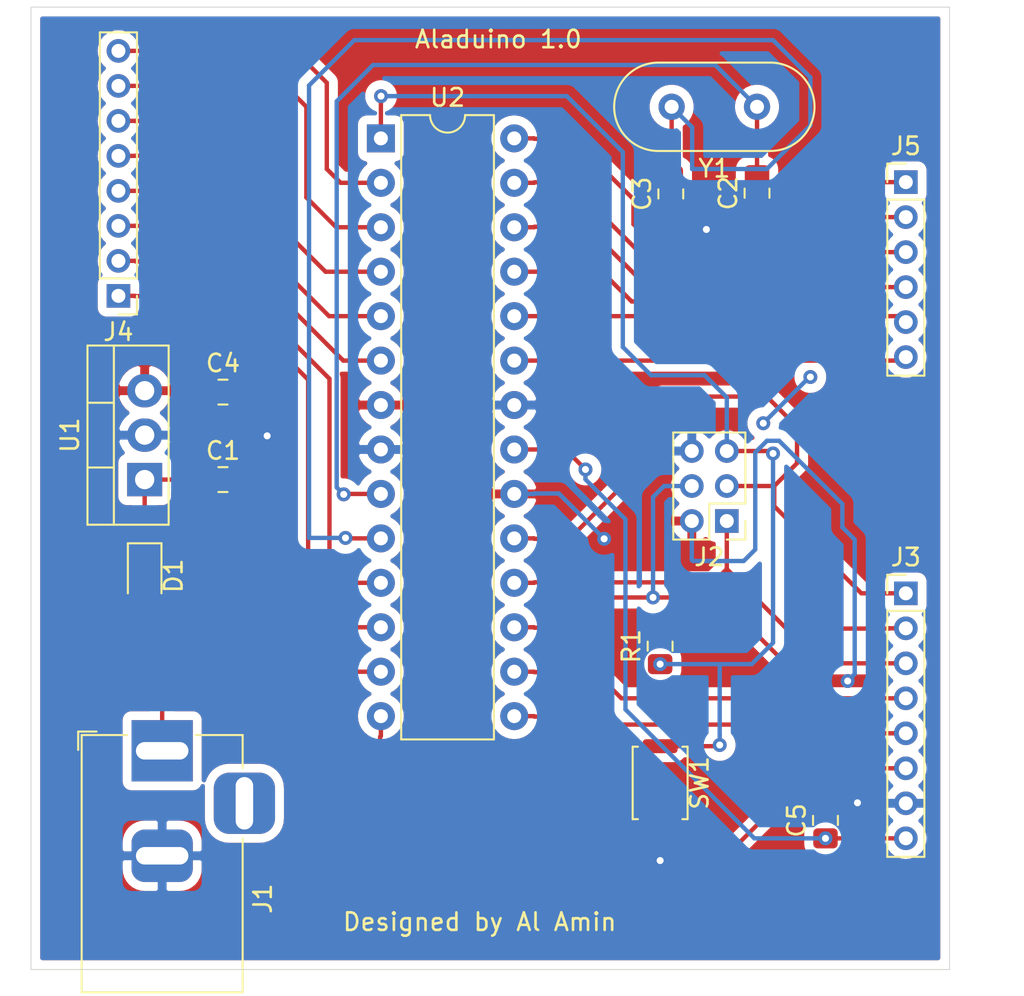
<source format=kicad_pcb>
(kicad_pcb (version 20171130) (host pcbnew "(5.1.4)-1")

  (general
    (thickness 1.6)
    (drawings 7)
    (tracks 253)
    (zones 0)
    (modules 16)
    (nets 29)
  )

  (page A4)
  (layers
    (0 F.Cu signal)
    (31 B.Cu signal)
    (32 B.Adhes user)
    (33 F.Adhes user)
    (34 B.Paste user)
    (35 F.Paste user)
    (36 B.SilkS user)
    (37 F.SilkS user)
    (38 B.Mask user)
    (39 F.Mask user)
    (40 Dwgs.User user)
    (41 Cmts.User user)
    (42 Eco1.User user)
    (43 Eco2.User user)
    (44 Edge.Cuts user)
    (45 Margin user)
    (46 B.CrtYd user)
    (47 F.CrtYd user)
    (48 B.Fab user)
    (49 F.Fab user)
  )

  (setup
    (last_trace_width 0.25)
    (trace_clearance 0.2)
    (zone_clearance 0.508)
    (zone_45_only no)
    (trace_min 0.2)
    (via_size 0.8)
    (via_drill 0.4)
    (via_min_size 0.4)
    (via_min_drill 0.3)
    (uvia_size 0.3)
    (uvia_drill 0.1)
    (uvias_allowed no)
    (uvia_min_size 0.2)
    (uvia_min_drill 0.1)
    (edge_width 0.05)
    (segment_width 0.2)
    (pcb_text_width 0.3)
    (pcb_text_size 1.5 1.5)
    (mod_edge_width 0.12)
    (mod_text_size 1 1)
    (mod_text_width 0.15)
    (pad_size 1.524 1.524)
    (pad_drill 0.762)
    (pad_to_mask_clearance 0.051)
    (solder_mask_min_width 0.25)
    (aux_axis_origin 0 0)
    (visible_elements 7FFFFFFF)
    (pcbplotparams
      (layerselection 0x010fc_ffffffff)
      (usegerberextensions false)
      (usegerberattributes false)
      (usegerberadvancedattributes false)
      (creategerberjobfile false)
      (excludeedgelayer true)
      (linewidth 0.100000)
      (plotframeref false)
      (viasonmask false)
      (mode 1)
      (useauxorigin false)
      (hpglpennumber 1)
      (hpglpenspeed 20)
      (hpglpendiameter 15.000000)
      (psnegative false)
      (psa4output false)
      (plotreference true)
      (plotvalue true)
      (plotinvisibletext false)
      (padsonsilk false)
      (subtractmaskfromsilk false)
      (outputformat 1)
      (mirror false)
      (drillshape 1)
      (scaleselection 1)
      (outputdirectory ""))
  )

  (net 0 "")
  (net 1 GND)
  (net 2 "Net-(C1-Pad1)")
  (net 3 "Net-(C2-Pad2)")
  (net 4 "Net-(C3-Pad2)")
  (net 5 "Net-(C5-Pad1)")
  (net 6 "Net-(D1-Pad2)")
  (net 7 "Net-(J2-Pad5)")
  (net 8 "Net-(J2-Pad4)")
  (net 9 "Net-(J2-Pad1)")
  (net 10 "Net-(J3-Pad6)")
  (net 11 "Net-(J3-Pad5)")
  (net 12 "Net-(J3-Pad4)")
  (net 13 "Net-(J4-Pad8)")
  (net 14 "Net-(J4-Pad7)")
  (net 15 "Net-(J4-Pad6)")
  (net 16 "Net-(J4-Pad5)")
  (net 17 "Net-(J4-Pad4)")
  (net 18 "Net-(J4-Pad3)")
  (net 19 "Net-(J4-Pad2)")
  (net 20 "Net-(J4-Pad1)")
  (net 21 "Net-(J5-Pad6)")
  (net 22 "Net-(J5-Pad5)")
  (net 23 "Net-(J5-Pad4)")
  (net 24 "Net-(J5-Pad3)")
  (net 25 "Net-(J5-Pad2)")
  (net 26 "Net-(J5-Pad1)")
  (net 27 /VCC)
  (net 28 "Net-(J2-Pad3)")

  (net_class Default "This is the default net class."
    (clearance 0.2)
    (trace_width 0.25)
    (via_dia 0.8)
    (via_drill 0.4)
    (uvia_dia 0.3)
    (uvia_drill 0.1)
    (add_net /VCC)
    (add_net GND)
    (add_net "Net-(C1-Pad1)")
    (add_net "Net-(C2-Pad2)")
    (add_net "Net-(C3-Pad2)")
    (add_net "Net-(C5-Pad1)")
    (add_net "Net-(D1-Pad2)")
    (add_net "Net-(J2-Pad1)")
    (add_net "Net-(J2-Pad3)")
    (add_net "Net-(J2-Pad4)")
    (add_net "Net-(J2-Pad5)")
    (add_net "Net-(J3-Pad4)")
    (add_net "Net-(J3-Pad5)")
    (add_net "Net-(J3-Pad6)")
    (add_net "Net-(J4-Pad1)")
    (add_net "Net-(J4-Pad2)")
    (add_net "Net-(J4-Pad3)")
    (add_net "Net-(J4-Pad4)")
    (add_net "Net-(J4-Pad5)")
    (add_net "Net-(J4-Pad6)")
    (add_net "Net-(J4-Pad7)")
    (add_net "Net-(J4-Pad8)")
    (add_net "Net-(J5-Pad1)")
    (add_net "Net-(J5-Pad2)")
    (add_net "Net-(J5-Pad3)")
    (add_net "Net-(J5-Pad4)")
    (add_net "Net-(J5-Pad5)")
    (add_net "Net-(J5-Pad6)")
  )

  (module Connector_PinHeader_2.00mm:PinHeader_2x03_P2.00mm_Vertical (layer F.Cu) (tedit 59FED667) (tstamp 5DDA3301)
    (at 147.2692 86.868 180)
    (descr "Through hole straight pin header, 2x03, 2.00mm pitch, double rows")
    (tags "Through hole pin header THT 2x03 2.00mm double row")
    (path /5DDA3A5F)
    (fp_text reference J2 (at 1 -2.06) (layer F.SilkS)
      (effects (font (size 1 1) (thickness 0.15)))
    )
    (fp_text value Conn_02x03_Odd_Even (at 1 6.06) (layer F.Fab)
      (effects (font (size 1 1) (thickness 0.15)))
    )
    (fp_text user %R (at 1 2 90) (layer F.Fab)
      (effects (font (size 1 1) (thickness 0.15)))
    )
    (fp_line (start 3.5 -1.5) (end -1.5 -1.5) (layer F.CrtYd) (width 0.05))
    (fp_line (start 3.5 5.5) (end 3.5 -1.5) (layer F.CrtYd) (width 0.05))
    (fp_line (start -1.5 5.5) (end 3.5 5.5) (layer F.CrtYd) (width 0.05))
    (fp_line (start -1.5 -1.5) (end -1.5 5.5) (layer F.CrtYd) (width 0.05))
    (fp_line (start -1.06 -1.06) (end 0 -1.06) (layer F.SilkS) (width 0.12))
    (fp_line (start -1.06 0) (end -1.06 -1.06) (layer F.SilkS) (width 0.12))
    (fp_line (start 1 -1.06) (end 3.06 -1.06) (layer F.SilkS) (width 0.12))
    (fp_line (start 1 1) (end 1 -1.06) (layer F.SilkS) (width 0.12))
    (fp_line (start -1.06 1) (end 1 1) (layer F.SilkS) (width 0.12))
    (fp_line (start 3.06 -1.06) (end 3.06 5.06) (layer F.SilkS) (width 0.12))
    (fp_line (start -1.06 1) (end -1.06 5.06) (layer F.SilkS) (width 0.12))
    (fp_line (start -1.06 5.06) (end 3.06 5.06) (layer F.SilkS) (width 0.12))
    (fp_line (start -1 0) (end 0 -1) (layer F.Fab) (width 0.1))
    (fp_line (start -1 5) (end -1 0) (layer F.Fab) (width 0.1))
    (fp_line (start 3 5) (end -1 5) (layer F.Fab) (width 0.1))
    (fp_line (start 3 -1) (end 3 5) (layer F.Fab) (width 0.1))
    (fp_line (start 0 -1) (end 3 -1) (layer F.Fab) (width 0.1))
    (pad 6 thru_hole oval (at 2 4 180) (size 1.35 1.35) (drill 0.8) (layers *.Cu *.Mask)
      (net 1 GND))
    (pad 5 thru_hole oval (at 0 4 180) (size 1.35 1.35) (drill 0.8) (layers *.Cu *.Mask)
      (net 7 "Net-(J2-Pad5)"))
    (pad 4 thru_hole oval (at 2 2 180) (size 1.35 1.35) (drill 0.8) (layers *.Cu *.Mask)
      (net 8 "Net-(J2-Pad4)"))
    (pad 3 thru_hole oval (at 0 2 180) (size 1.35 1.35) (drill 0.8) (layers *.Cu *.Mask)
      (net 28 "Net-(J2-Pad3)"))
    (pad 2 thru_hole oval (at 2 0 180) (size 1.35 1.35) (drill 0.8) (layers *.Cu *.Mask)
      (net 27 /VCC))
    (pad 1 thru_hole rect (at 0 0 180) (size 1.35 1.35) (drill 0.8) (layers *.Cu *.Mask)
      (net 9 "Net-(J2-Pad1)"))
    (model ${KISYS3DMOD}/Connector_PinHeader_2.00mm.3dshapes/PinHeader_2x03_P2.00mm_Vertical.wrl
      (at (xyz 0 0 0))
      (scale (xyz 1 1 1))
      (rotate (xyz 0 0 0))
    )
  )

  (module Connector_PinHeader_2.00mm:PinHeader_1x06_P2.00mm_Vertical (layer F.Cu) (tedit 59FED667) (tstamp 5DDA2447)
    (at 157.5 67.5)
    (descr "Through hole straight pin header, 1x06, 2.00mm pitch, single row")
    (tags "Through hole pin header THT 1x06 2.00mm single row")
    (path /5DD943EC)
    (fp_text reference J5 (at 0 -2.06) (layer F.SilkS)
      (effects (font (size 1 1) (thickness 0.15)))
    )
    (fp_text value Conn_01x06_Male (at 0 12.06) (layer F.Fab)
      (effects (font (size 1 1) (thickness 0.15)))
    )
    (fp_text user %R (at 0 5 90) (layer F.Fab)
      (effects (font (size 1 1) (thickness 0.15)))
    )
    (fp_line (start 1.5 -1.5) (end -1.5 -1.5) (layer F.CrtYd) (width 0.05))
    (fp_line (start 1.5 11.5) (end 1.5 -1.5) (layer F.CrtYd) (width 0.05))
    (fp_line (start -1.5 11.5) (end 1.5 11.5) (layer F.CrtYd) (width 0.05))
    (fp_line (start -1.5 -1.5) (end -1.5 11.5) (layer F.CrtYd) (width 0.05))
    (fp_line (start -1.06 -1.06) (end 0 -1.06) (layer F.SilkS) (width 0.12))
    (fp_line (start -1.06 0) (end -1.06 -1.06) (layer F.SilkS) (width 0.12))
    (fp_line (start -1.06 1) (end 1.06 1) (layer F.SilkS) (width 0.12))
    (fp_line (start 1.06 1) (end 1.06 11.06) (layer F.SilkS) (width 0.12))
    (fp_line (start -1.06 1) (end -1.06 11.06) (layer F.SilkS) (width 0.12))
    (fp_line (start -1.06 11.06) (end 1.06 11.06) (layer F.SilkS) (width 0.12))
    (fp_line (start -1 -0.5) (end -0.5 -1) (layer F.Fab) (width 0.1))
    (fp_line (start -1 11) (end -1 -0.5) (layer F.Fab) (width 0.1))
    (fp_line (start 1 11) (end -1 11) (layer F.Fab) (width 0.1))
    (fp_line (start 1 -1) (end 1 11) (layer F.Fab) (width 0.1))
    (fp_line (start -0.5 -1) (end 1 -1) (layer F.Fab) (width 0.1))
    (pad 6 thru_hole oval (at 0 10) (size 1.35 1.35) (drill 0.8) (layers *.Cu *.Mask)
      (net 21 "Net-(J5-Pad6)"))
    (pad 5 thru_hole oval (at 0 8) (size 1.35 1.35) (drill 0.8) (layers *.Cu *.Mask)
      (net 22 "Net-(J5-Pad5)"))
    (pad 4 thru_hole oval (at 0 6) (size 1.35 1.35) (drill 0.8) (layers *.Cu *.Mask)
      (net 23 "Net-(J5-Pad4)"))
    (pad 3 thru_hole oval (at 0 4) (size 1.35 1.35) (drill 0.8) (layers *.Cu *.Mask)
      (net 24 "Net-(J5-Pad3)"))
    (pad 2 thru_hole oval (at 0 2) (size 1.35 1.35) (drill 0.8) (layers *.Cu *.Mask)
      (net 25 "Net-(J5-Pad2)"))
    (pad 1 thru_hole rect (at 0 0) (size 1.35 1.35) (drill 0.8) (layers *.Cu *.Mask)
      (net 26 "Net-(J5-Pad1)"))
    (model ${KISYS3DMOD}/Connector_PinHeader_2.00mm.3dshapes/PinHeader_1x06_P2.00mm_Vertical.wrl
      (at (xyz 0 0 0))
      (scale (xyz 1 1 1))
      (rotate (xyz 0 0 0))
    )
  )

  (module Connector_PinHeader_2.00mm:PinHeader_1x08_P2.00mm_Vertical (layer F.Cu) (tedit 59FED667) (tstamp 5DDA3199)
    (at 112.5 74 180)
    (descr "Through hole straight pin header, 1x08, 2.00mm pitch, single row")
    (tags "Through hole pin header THT 1x08 2.00mm single row")
    (path /5DD8FAE4)
    (fp_text reference J4 (at 0 -2.06) (layer F.SilkS)
      (effects (font (size 1 1) (thickness 0.15)))
    )
    (fp_text value Conn_01x08_Male (at 0 16.06) (layer F.Fab)
      (effects (font (size 1 1) (thickness 0.15)))
    )
    (fp_text user %R (at 0 7 90) (layer F.Fab)
      (effects (font (size 1 1) (thickness 0.15)))
    )
    (fp_line (start 1.5 -1.5) (end -1.5 -1.5) (layer F.CrtYd) (width 0.05))
    (fp_line (start 1.5 15.5) (end 1.5 -1.5) (layer F.CrtYd) (width 0.05))
    (fp_line (start -1.5 15.5) (end 1.5 15.5) (layer F.CrtYd) (width 0.05))
    (fp_line (start -1.5 -1.5) (end -1.5 15.5) (layer F.CrtYd) (width 0.05))
    (fp_line (start -1.06 -1.06) (end 0 -1.06) (layer F.SilkS) (width 0.12))
    (fp_line (start -1.06 0) (end -1.06 -1.06) (layer F.SilkS) (width 0.12))
    (fp_line (start -1.06 1) (end 1.06 1) (layer F.SilkS) (width 0.12))
    (fp_line (start 1.06 1) (end 1.06 15.06) (layer F.SilkS) (width 0.12))
    (fp_line (start -1.06 1) (end -1.06 15.06) (layer F.SilkS) (width 0.12))
    (fp_line (start -1.06 15.06) (end 1.06 15.06) (layer F.SilkS) (width 0.12))
    (fp_line (start -1 -0.5) (end -0.5 -1) (layer F.Fab) (width 0.1))
    (fp_line (start -1 15) (end -1 -0.5) (layer F.Fab) (width 0.1))
    (fp_line (start 1 15) (end -1 15) (layer F.Fab) (width 0.1))
    (fp_line (start 1 -1) (end 1 15) (layer F.Fab) (width 0.1))
    (fp_line (start -0.5 -1) (end 1 -1) (layer F.Fab) (width 0.1))
    (pad 8 thru_hole oval (at 0 14 180) (size 1.35 1.35) (drill 0.8) (layers *.Cu *.Mask)
      (net 13 "Net-(J4-Pad8)"))
    (pad 7 thru_hole oval (at 0 12 180) (size 1.35 1.35) (drill 0.8) (layers *.Cu *.Mask)
      (net 14 "Net-(J4-Pad7)"))
    (pad 6 thru_hole oval (at 0 10 180) (size 1.35 1.35) (drill 0.8) (layers *.Cu *.Mask)
      (net 15 "Net-(J4-Pad6)"))
    (pad 5 thru_hole oval (at 0 8 180) (size 1.35 1.35) (drill 0.8) (layers *.Cu *.Mask)
      (net 16 "Net-(J4-Pad5)"))
    (pad 4 thru_hole oval (at 0 6 180) (size 1.35 1.35) (drill 0.8) (layers *.Cu *.Mask)
      (net 17 "Net-(J4-Pad4)"))
    (pad 3 thru_hole oval (at 0 4 180) (size 1.35 1.35) (drill 0.8) (layers *.Cu *.Mask)
      (net 18 "Net-(J4-Pad3)"))
    (pad 2 thru_hole oval (at 0 2 180) (size 1.35 1.35) (drill 0.8) (layers *.Cu *.Mask)
      (net 19 "Net-(J4-Pad2)"))
    (pad 1 thru_hole rect (at 0 0 180) (size 1.35 1.35) (drill 0.8) (layers *.Cu *.Mask)
      (net 20 "Net-(J4-Pad1)"))
    (model ${KISYS3DMOD}/Connector_PinHeader_2.00mm.3dshapes/PinHeader_1x08_P2.00mm_Vertical.wrl
      (at (xyz 0 0 0))
      (scale (xyz 1 1 1))
      (rotate (xyz 0 0 0))
    )
  )

  (module Connector_PinHeader_2.00mm:PinHeader_1x08_P2.00mm_Vertical (layer F.Cu) (tedit 59FED667) (tstamp 5DDA4EBE)
    (at 157.5 91)
    (descr "Through hole straight pin header, 1x08, 2.00mm pitch, single row")
    (tags "Through hole pin header THT 1x08 2.00mm single row")
    (path /5DD92795)
    (fp_text reference J3 (at 0 -2.06) (layer F.SilkS)
      (effects (font (size 1 1) (thickness 0.15)))
    )
    (fp_text value Conn_01x08_Male (at 0 16.06) (layer F.Fab)
      (effects (font (size 1 1) (thickness 0.15)))
    )
    (fp_text user %R (at 0 7 90) (layer F.Fab)
      (effects (font (size 1 1) (thickness 0.15)))
    )
    (fp_line (start 1.5 -1.5) (end -1.5 -1.5) (layer F.CrtYd) (width 0.05))
    (fp_line (start 1.5 15.5) (end 1.5 -1.5) (layer F.CrtYd) (width 0.05))
    (fp_line (start -1.5 15.5) (end 1.5 15.5) (layer F.CrtYd) (width 0.05))
    (fp_line (start -1.5 -1.5) (end -1.5 15.5) (layer F.CrtYd) (width 0.05))
    (fp_line (start -1.06 -1.06) (end 0 -1.06) (layer F.SilkS) (width 0.12))
    (fp_line (start -1.06 0) (end -1.06 -1.06) (layer F.SilkS) (width 0.12))
    (fp_line (start -1.06 1) (end 1.06 1) (layer F.SilkS) (width 0.12))
    (fp_line (start 1.06 1) (end 1.06 15.06) (layer F.SilkS) (width 0.12))
    (fp_line (start -1.06 1) (end -1.06 15.06) (layer F.SilkS) (width 0.12))
    (fp_line (start -1.06 15.06) (end 1.06 15.06) (layer F.SilkS) (width 0.12))
    (fp_line (start -1 -0.5) (end -0.5 -1) (layer F.Fab) (width 0.1))
    (fp_line (start -1 15) (end -1 -0.5) (layer F.Fab) (width 0.1))
    (fp_line (start 1 15) (end -1 15) (layer F.Fab) (width 0.1))
    (fp_line (start 1 -1) (end 1 15) (layer F.Fab) (width 0.1))
    (fp_line (start -0.5 -1) (end 1 -1) (layer F.Fab) (width 0.1))
    (pad 8 thru_hole oval (at 0 14) (size 1.35 1.35) (drill 0.8) (layers *.Cu *.Mask)
      (net 5 "Net-(C5-Pad1)"))
    (pad 7 thru_hole oval (at 0 12) (size 1.35 1.35) (drill 0.8) (layers *.Cu *.Mask)
      (net 1 GND))
    (pad 6 thru_hole oval (at 0 10) (size 1.35 1.35) (drill 0.8) (layers *.Cu *.Mask)
      (net 10 "Net-(J3-Pad6)"))
    (pad 5 thru_hole oval (at 0 8) (size 1.35 1.35) (drill 0.8) (layers *.Cu *.Mask)
      (net 11 "Net-(J3-Pad5)"))
    (pad 4 thru_hole oval (at 0 6) (size 1.35 1.35) (drill 0.8) (layers *.Cu *.Mask)
      (net 12 "Net-(J3-Pad4)"))
    (pad 3 thru_hole oval (at 0 4) (size 1.35 1.35) (drill 0.8) (layers *.Cu *.Mask)
      (net 8 "Net-(J2-Pad4)"))
    (pad 2 thru_hole oval (at 0 2) (size 1.35 1.35) (drill 0.8) (layers *.Cu *.Mask)
      (net 9 "Net-(J2-Pad1)"))
    (pad 1 thru_hole rect (at 0 0) (size 1.35 1.35) (drill 0.8) (layers *.Cu *.Mask)
      (net 28 "Net-(J2-Pad3)"))
    (model ${KISYS3DMOD}/Connector_PinHeader_2.00mm.3dshapes/PinHeader_1x08_P2.00mm_Vertical.wrl
      (at (xyz 0 0 0))
      (scale (xyz 1 1 1))
      (rotate (xyz 0 0 0))
    )
  )

  (module Crystal:Crystal_HC49-4H_Vertical (layer F.Cu) (tedit 5A1AD3B7) (tstamp 5DDA24CF)
    (at 148.9964 63.1952 180)
    (descr "Crystal THT HC-49-4H http://5hertz.com/pdfs/04404_D.pdf")
    (tags "THT crystalHC-49-4H")
    (path /5DD959CA)
    (fp_text reference Y1 (at 2.44 -3.525) (layer F.SilkS)
      (effects (font (size 1 1) (thickness 0.15)))
    )
    (fp_text value Crystal (at 2.44 3.525) (layer F.Fab)
      (effects (font (size 1 1) (thickness 0.15)))
    )
    (fp_arc (start 5.64 0) (end 5.64 -2.525) (angle 180) (layer F.SilkS) (width 0.12))
    (fp_arc (start -0.76 0) (end -0.76 -2.525) (angle -180) (layer F.SilkS) (width 0.12))
    (fp_arc (start 5.44 0) (end 5.44 -2) (angle 180) (layer F.Fab) (width 0.1))
    (fp_arc (start -0.56 0) (end -0.56 -2) (angle -180) (layer F.Fab) (width 0.1))
    (fp_arc (start 5.64 0) (end 5.64 -2.325) (angle 180) (layer F.Fab) (width 0.1))
    (fp_arc (start -0.76 0) (end -0.76 -2.325) (angle -180) (layer F.Fab) (width 0.1))
    (fp_line (start 8.5 -2.8) (end -3.6 -2.8) (layer F.CrtYd) (width 0.05))
    (fp_line (start 8.5 2.8) (end 8.5 -2.8) (layer F.CrtYd) (width 0.05))
    (fp_line (start -3.6 2.8) (end 8.5 2.8) (layer F.CrtYd) (width 0.05))
    (fp_line (start -3.6 -2.8) (end -3.6 2.8) (layer F.CrtYd) (width 0.05))
    (fp_line (start -0.76 2.525) (end 5.64 2.525) (layer F.SilkS) (width 0.12))
    (fp_line (start -0.76 -2.525) (end 5.64 -2.525) (layer F.SilkS) (width 0.12))
    (fp_line (start -0.56 2) (end 5.44 2) (layer F.Fab) (width 0.1))
    (fp_line (start -0.56 -2) (end 5.44 -2) (layer F.Fab) (width 0.1))
    (fp_line (start -0.76 2.325) (end 5.64 2.325) (layer F.Fab) (width 0.1))
    (fp_line (start -0.76 -2.325) (end 5.64 -2.325) (layer F.Fab) (width 0.1))
    (fp_text user %R (at 2.44 0) (layer F.Fab)
      (effects (font (size 1 1) (thickness 0.15)))
    )
    (pad 2 thru_hole circle (at 4.88 0 180) (size 1.5 1.5) (drill 0.8) (layers *.Cu *.Mask)
      (net 4 "Net-(C3-Pad2)"))
    (pad 1 thru_hole circle (at 0 0 180) (size 1.5 1.5) (drill 0.8) (layers *.Cu *.Mask)
      (net 3 "Net-(C2-Pad2)"))
    (model ${KISYS3DMOD}/Crystal.3dshapes/Crystal_HC49-4H_Vertical.wrl
      (at (xyz 0 0 0))
      (scale (xyz 1 1 1))
      (rotate (xyz 0 0 0))
    )
  )

  (module Package_DIP:DIP-28_W7.62mm (layer F.Cu) (tedit 5A02E8C5) (tstamp 5DDA24B8)
    (at 127.5 65)
    (descr "28-lead though-hole mounted DIP package, row spacing 7.62 mm (300 mils)")
    (tags "THT DIP DIL PDIP 2.54mm 7.62mm 300mil")
    (path /5DD9C522)
    (fp_text reference U2 (at 3.81 -2.33) (layer F.SilkS)
      (effects (font (size 1 1) (thickness 0.15)))
    )
    (fp_text value ATmega8L-8PU (at 3.81 35.35) (layer F.Fab)
      (effects (font (size 1 1) (thickness 0.15)))
    )
    (fp_text user %R (at 3.81 16.51) (layer F.Fab)
      (effects (font (size 1 1) (thickness 0.15)))
    )
    (fp_line (start 8.7 -1.55) (end -1.1 -1.55) (layer F.CrtYd) (width 0.05))
    (fp_line (start 8.7 34.55) (end 8.7 -1.55) (layer F.CrtYd) (width 0.05))
    (fp_line (start -1.1 34.55) (end 8.7 34.55) (layer F.CrtYd) (width 0.05))
    (fp_line (start -1.1 -1.55) (end -1.1 34.55) (layer F.CrtYd) (width 0.05))
    (fp_line (start 6.46 -1.33) (end 4.81 -1.33) (layer F.SilkS) (width 0.12))
    (fp_line (start 6.46 34.35) (end 6.46 -1.33) (layer F.SilkS) (width 0.12))
    (fp_line (start 1.16 34.35) (end 6.46 34.35) (layer F.SilkS) (width 0.12))
    (fp_line (start 1.16 -1.33) (end 1.16 34.35) (layer F.SilkS) (width 0.12))
    (fp_line (start 2.81 -1.33) (end 1.16 -1.33) (layer F.SilkS) (width 0.12))
    (fp_line (start 0.635 -0.27) (end 1.635 -1.27) (layer F.Fab) (width 0.1))
    (fp_line (start 0.635 34.29) (end 0.635 -0.27) (layer F.Fab) (width 0.1))
    (fp_line (start 6.985 34.29) (end 0.635 34.29) (layer F.Fab) (width 0.1))
    (fp_line (start 6.985 -1.27) (end 6.985 34.29) (layer F.Fab) (width 0.1))
    (fp_line (start 1.635 -1.27) (end 6.985 -1.27) (layer F.Fab) (width 0.1))
    (fp_arc (start 3.81 -1.33) (end 2.81 -1.33) (angle -180) (layer F.SilkS) (width 0.12))
    (pad 28 thru_hole oval (at 7.62 0) (size 1.6 1.6) (drill 0.8) (layers *.Cu *.Mask)
      (net 26 "Net-(J5-Pad1)"))
    (pad 14 thru_hole oval (at 0 33.02) (size 1.6 1.6) (drill 0.8) (layers *.Cu *.Mask)
      (net 10 "Net-(J3-Pad6)"))
    (pad 27 thru_hole oval (at 7.62 2.54) (size 1.6 1.6) (drill 0.8) (layers *.Cu *.Mask)
      (net 25 "Net-(J5-Pad2)"))
    (pad 13 thru_hole oval (at 0 30.48) (size 1.6 1.6) (drill 0.8) (layers *.Cu *.Mask)
      (net 20 "Net-(J4-Pad1)"))
    (pad 26 thru_hole oval (at 7.62 5.08) (size 1.6 1.6) (drill 0.8) (layers *.Cu *.Mask)
      (net 24 "Net-(J5-Pad3)"))
    (pad 12 thru_hole oval (at 0 27.94) (size 1.6 1.6) (drill 0.8) (layers *.Cu *.Mask)
      (net 19 "Net-(J4-Pad2)"))
    (pad 25 thru_hole oval (at 7.62 7.62) (size 1.6 1.6) (drill 0.8) (layers *.Cu *.Mask)
      (net 23 "Net-(J5-Pad4)"))
    (pad 11 thru_hole oval (at 0 25.4) (size 1.6 1.6) (drill 0.8) (layers *.Cu *.Mask)
      (net 18 "Net-(J4-Pad3)"))
    (pad 24 thru_hole oval (at 7.62 10.16) (size 1.6 1.6) (drill 0.8) (layers *.Cu *.Mask)
      (net 22 "Net-(J5-Pad5)"))
    (pad 10 thru_hole oval (at 0 22.86) (size 1.6 1.6) (drill 0.8) (layers *.Cu *.Mask)
      (net 4 "Net-(C3-Pad2)"))
    (pad 23 thru_hole oval (at 7.62 12.7) (size 1.6 1.6) (drill 0.8) (layers *.Cu *.Mask)
      (net 21 "Net-(J5-Pad6)"))
    (pad 9 thru_hole oval (at 0 20.32) (size 1.6 1.6) (drill 0.8) (layers *.Cu *.Mask)
      (net 3 "Net-(C2-Pad2)"))
    (pad 22 thru_hole oval (at 7.62 15.24) (size 1.6 1.6) (drill 0.8) (layers *.Cu *.Mask)
      (net 1 GND))
    (pad 8 thru_hole oval (at 0 17.78) (size 1.6 1.6) (drill 0.8) (layers *.Cu *.Mask)
      (net 1 GND))
    (pad 21 thru_hole oval (at 7.62 17.78) (size 1.6 1.6) (drill 0.8) (layers *.Cu *.Mask)
      (net 5 "Net-(C5-Pad1)"))
    (pad 7 thru_hole oval (at 0 15.24) (size 1.6 1.6) (drill 0.8) (layers *.Cu *.Mask)
      (net 27 /VCC))
    (pad 20 thru_hole oval (at 7.62 20.32) (size 1.6 1.6) (drill 0.8) (layers *.Cu *.Mask)
      (net 27 /VCC))
    (pad 6 thru_hole oval (at 0 12.7) (size 1.6 1.6) (drill 0.8) (layers *.Cu *.Mask)
      (net 17 "Net-(J4-Pad4)"))
    (pad 19 thru_hole oval (at 7.62 22.86) (size 1.6 1.6) (drill 0.8) (layers *.Cu *.Mask)
      (net 28 "Net-(J2-Pad3)"))
    (pad 5 thru_hole oval (at 0 10.16) (size 1.6 1.6) (drill 0.8) (layers *.Cu *.Mask)
      (net 16 "Net-(J4-Pad5)"))
    (pad 18 thru_hole oval (at 7.62 25.4) (size 1.6 1.6) (drill 0.8) (layers *.Cu *.Mask)
      (net 9 "Net-(J2-Pad1)"))
    (pad 4 thru_hole oval (at 0 7.62) (size 1.6 1.6) (drill 0.8) (layers *.Cu *.Mask)
      (net 15 "Net-(J4-Pad6)"))
    (pad 17 thru_hole oval (at 7.62 27.94) (size 1.6 1.6) (drill 0.8) (layers *.Cu *.Mask)
      (net 8 "Net-(J2-Pad4)"))
    (pad 3 thru_hole oval (at 0 5.08) (size 1.6 1.6) (drill 0.8) (layers *.Cu *.Mask)
      (net 14 "Net-(J4-Pad7)"))
    (pad 16 thru_hole oval (at 7.62 30.48) (size 1.6 1.6) (drill 0.8) (layers *.Cu *.Mask)
      (net 12 "Net-(J3-Pad4)"))
    (pad 2 thru_hole oval (at 0 2.54) (size 1.6 1.6) (drill 0.8) (layers *.Cu *.Mask)
      (net 13 "Net-(J4-Pad8)"))
    (pad 15 thru_hole oval (at 7.62 33.02) (size 1.6 1.6) (drill 0.8) (layers *.Cu *.Mask)
      (net 11 "Net-(J3-Pad5)"))
    (pad 1 thru_hole rect (at 0 0) (size 1.6 1.6) (drill 0.8) (layers *.Cu *.Mask)
      (net 7 "Net-(J2-Pad5)"))
    (model ${KISYS3DMOD}/Package_DIP.3dshapes/DIP-28_W7.62mm.wrl
      (at (xyz 0 0 0))
      (scale (xyz 1 1 1))
      (rotate (xyz 0 0 0))
    )
  )

  (module Package_TO_SOT_THT:TO-220-3_Vertical (layer F.Cu) (tedit 5AC8BA0D) (tstamp 5DDA2488)
    (at 114 84.5 90)
    (descr "TO-220-3, Vertical, RM 2.54mm, see https://www.vishay.com/docs/66542/to-220-1.pdf")
    (tags "TO-220-3 Vertical RM 2.54mm")
    (path /5DDA46F0)
    (fp_text reference U1 (at 2.54 -4.27 90) (layer F.SilkS)
      (effects (font (size 1 1) (thickness 0.15)))
    )
    (fp_text value L7805 (at 2.54 2.5 90) (layer F.Fab)
      (effects (font (size 1 1) (thickness 0.15)))
    )
    (fp_text user %R (at 2.54 -4.27 90) (layer F.Fab)
      (effects (font (size 1 1) (thickness 0.15)))
    )
    (fp_line (start 7.79 -3.4) (end -2.71 -3.4) (layer F.CrtYd) (width 0.05))
    (fp_line (start 7.79 1.51) (end 7.79 -3.4) (layer F.CrtYd) (width 0.05))
    (fp_line (start -2.71 1.51) (end 7.79 1.51) (layer F.CrtYd) (width 0.05))
    (fp_line (start -2.71 -3.4) (end -2.71 1.51) (layer F.CrtYd) (width 0.05))
    (fp_line (start 4.391 -3.27) (end 4.391 -1.76) (layer F.SilkS) (width 0.12))
    (fp_line (start 0.69 -3.27) (end 0.69 -1.76) (layer F.SilkS) (width 0.12))
    (fp_line (start -2.58 -1.76) (end 7.66 -1.76) (layer F.SilkS) (width 0.12))
    (fp_line (start 7.66 -3.27) (end 7.66 1.371) (layer F.SilkS) (width 0.12))
    (fp_line (start -2.58 -3.27) (end -2.58 1.371) (layer F.SilkS) (width 0.12))
    (fp_line (start -2.58 1.371) (end 7.66 1.371) (layer F.SilkS) (width 0.12))
    (fp_line (start -2.58 -3.27) (end 7.66 -3.27) (layer F.SilkS) (width 0.12))
    (fp_line (start 4.39 -3.15) (end 4.39 -1.88) (layer F.Fab) (width 0.1))
    (fp_line (start 0.69 -3.15) (end 0.69 -1.88) (layer F.Fab) (width 0.1))
    (fp_line (start -2.46 -1.88) (end 7.54 -1.88) (layer F.Fab) (width 0.1))
    (fp_line (start 7.54 -3.15) (end -2.46 -3.15) (layer F.Fab) (width 0.1))
    (fp_line (start 7.54 1.25) (end 7.54 -3.15) (layer F.Fab) (width 0.1))
    (fp_line (start -2.46 1.25) (end 7.54 1.25) (layer F.Fab) (width 0.1))
    (fp_line (start -2.46 -3.15) (end -2.46 1.25) (layer F.Fab) (width 0.1))
    (pad 3 thru_hole oval (at 5.08 0 90) (size 1.905 2) (drill 1.1) (layers *.Cu *.Mask)
      (net 27 /VCC))
    (pad 2 thru_hole oval (at 2.54 0 90) (size 1.905 2) (drill 1.1) (layers *.Cu *.Mask)
      (net 1 GND))
    (pad 1 thru_hole rect (at 0 0 90) (size 1.905 2) (drill 1.1) (layers *.Cu *.Mask)
      (net 2 "Net-(C1-Pad1)"))
    (model ${KISYS3DMOD}/Package_TO_SOT_THT.3dshapes/TO-220-3_Vertical.wrl
      (at (xyz 0 0 0))
      (scale (xyz 1 1 1))
      (rotate (xyz 0 0 0))
    )
  )

  (module Button_Switch_SMD:SW_Push_SPST_NO_Alps_SKRK (layer F.Cu) (tedit 5C2A8900) (tstamp 5DDA246E)
    (at 143.4592 101.8368 270)
    (descr http://www.alps.com/prod/info/E/HTML/Tact/SurfaceMount/SKRK/SKRKAHE020.html)
    (tags "SMD SMT button")
    (path /5DDA0206)
    (attr smd)
    (fp_text reference SW1 (at 0 -2.25 90) (layer F.SilkS)
      (effects (font (size 1 1) (thickness 0.15)))
    )
    (fp_text value SW_Push (at 0 2.5 90) (layer F.Fab)
      (effects (font (size 1 1) (thickness 0.15)))
    )
    (fp_line (start 2.07 -1.57) (end 2.07 -1.27) (layer F.SilkS) (width 0.12))
    (fp_line (start -2.07 1.57) (end -2.07 1.27) (layer F.SilkS) (width 0.12))
    (fp_line (start 1.95 -1.45) (end 1.95 1.45) (layer F.Fab) (width 0.1))
    (fp_line (start -1.95 -1.45) (end 1.95 -1.45) (layer F.Fab) (width 0.1))
    (fp_line (start -1.95 1.45) (end -1.95 -1.45) (layer F.Fab) (width 0.1))
    (fp_line (start 1.95 1.45) (end -1.95 1.45) (layer F.Fab) (width 0.1))
    (fp_line (start -2.75 1.7) (end -2.75 -1.7) (layer F.CrtYd) (width 0.05))
    (fp_line (start 2.75 1.7) (end -2.75 1.7) (layer F.CrtYd) (width 0.05))
    (fp_line (start 2.75 -1.7) (end 2.75 1.7) (layer F.CrtYd) (width 0.05))
    (fp_line (start -2.75 -1.7) (end 2.75 -1.7) (layer F.CrtYd) (width 0.05))
    (fp_text user %R (at 0 0 90) (layer F.Fab)
      (effects (font (size 1 1) (thickness 0.15)))
    )
    (fp_circle (center 0 0) (end 1 0) (layer F.Fab) (width 0.1))
    (fp_line (start -2.07 -1.27) (end -2.07 -1.57) (layer F.SilkS) (width 0.12))
    (fp_line (start 2.07 1.57) (end -2.07 1.57) (layer F.SilkS) (width 0.12))
    (fp_line (start 2.07 1.27) (end 2.07 1.57) (layer F.SilkS) (width 0.12))
    (fp_line (start -2.07 -1.57) (end 2.07 -1.57) (layer F.SilkS) (width 0.12))
    (pad 1 smd roundrect (at -2.1 0 270) (size 0.8 2) (layers F.Cu F.Paste F.Mask) (roundrect_rratio 0.25)
      (net 7 "Net-(J2-Pad5)"))
    (pad 2 smd roundrect (at 2.1 0 270) (size 0.8 2) (layers F.Cu F.Paste F.Mask) (roundrect_rratio 0.25)
      (net 1 GND))
    (model ${KISYS3DMOD}/Button_Switch_SMD.3dshapes/SW_Push_SPST_NO_Alps_SKRK.wrl
      (at (xyz 0 0 0))
      (scale (xyz 1 1 1))
      (rotate (xyz 0 0 0))
    )
  )

  (module Resistor_SMD:R_0805_2012Metric_Pad1.15x1.40mm_HandSolder (layer F.Cu) (tedit 5B36C52B) (tstamp 5DDA2458)
    (at 143.4592 94.0218 90)
    (descr "Resistor SMD 0805 (2012 Metric), square (rectangular) end terminal, IPC_7351 nominal with elongated pad for handsoldering. (Body size source: https://docs.google.com/spreadsheets/d/1BsfQQcO9C6DZCsRaXUlFlo91Tg2WpOkGARC1WS5S8t0/edit?usp=sharing), generated with kicad-footprint-generator")
    (tags "resistor handsolder")
    (path /5DDA0C87)
    (attr smd)
    (fp_text reference R1 (at 0 -1.65 90) (layer F.SilkS)
      (effects (font (size 1 1) (thickness 0.15)))
    )
    (fp_text value R (at 0 1.65 90) (layer F.Fab)
      (effects (font (size 1 1) (thickness 0.15)))
    )
    (fp_text user %R (at 0 0 90) (layer F.Fab)
      (effects (font (size 0.5 0.5) (thickness 0.08)))
    )
    (fp_line (start 1.85 0.95) (end -1.85 0.95) (layer F.CrtYd) (width 0.05))
    (fp_line (start 1.85 -0.95) (end 1.85 0.95) (layer F.CrtYd) (width 0.05))
    (fp_line (start -1.85 -0.95) (end 1.85 -0.95) (layer F.CrtYd) (width 0.05))
    (fp_line (start -1.85 0.95) (end -1.85 -0.95) (layer F.CrtYd) (width 0.05))
    (fp_line (start -0.261252 0.71) (end 0.261252 0.71) (layer F.SilkS) (width 0.12))
    (fp_line (start -0.261252 -0.71) (end 0.261252 -0.71) (layer F.SilkS) (width 0.12))
    (fp_line (start 1 0.6) (end -1 0.6) (layer F.Fab) (width 0.1))
    (fp_line (start 1 -0.6) (end 1 0.6) (layer F.Fab) (width 0.1))
    (fp_line (start -1 -0.6) (end 1 -0.6) (layer F.Fab) (width 0.1))
    (fp_line (start -1 0.6) (end -1 -0.6) (layer F.Fab) (width 0.1))
    (pad 2 smd roundrect (at 1.025 0 90) (size 1.15 1.4) (layers F.Cu F.Paste F.Mask) (roundrect_rratio 0.217391)
      (net 27 /VCC))
    (pad 1 smd roundrect (at -1.025 0 90) (size 1.15 1.4) (layers F.Cu F.Paste F.Mask) (roundrect_rratio 0.217391)
      (net 7 "Net-(J2-Pad5)"))
    (model ${KISYS3DMOD}/Resistor_SMD.3dshapes/R_0805_2012Metric.wrl
      (at (xyz 0 0 0))
      (scale (xyz 1 1 1))
      (rotate (xyz 0 0 0))
    )
  )

  (module Connector_BarrelJack:BarrelJack_Horizontal (layer F.Cu) (tedit 5A1DBF6A) (tstamp 5DDA23D2)
    (at 115 100 90)
    (descr "DC Barrel Jack")
    (tags "Power Jack")
    (path /5DD98542)
    (fp_text reference J1 (at -8.45 5.75 90) (layer F.SilkS)
      (effects (font (size 1 1) (thickness 0.15)))
    )
    (fp_text value Barrel_Jack (at -6.2 -5.5 90) (layer F.Fab)
      (effects (font (size 1 1) (thickness 0.15)))
    )
    (fp_line (start 0 -4.5) (end -13.7 -4.5) (layer F.Fab) (width 0.1))
    (fp_line (start 0.8 4.5) (end 0.8 -3.75) (layer F.Fab) (width 0.1))
    (fp_line (start -13.7 4.5) (end 0.8 4.5) (layer F.Fab) (width 0.1))
    (fp_line (start -13.7 -4.5) (end -13.7 4.5) (layer F.Fab) (width 0.1))
    (fp_line (start -10.2 -4.5) (end -10.2 4.5) (layer F.Fab) (width 0.1))
    (fp_line (start 0.9 -4.6) (end 0.9 -2) (layer F.SilkS) (width 0.12))
    (fp_line (start -13.8 -4.6) (end 0.9 -4.6) (layer F.SilkS) (width 0.12))
    (fp_line (start 0.9 4.6) (end -1 4.6) (layer F.SilkS) (width 0.12))
    (fp_line (start 0.9 1.9) (end 0.9 4.6) (layer F.SilkS) (width 0.12))
    (fp_line (start -13.8 4.6) (end -13.8 -4.6) (layer F.SilkS) (width 0.12))
    (fp_line (start -5 4.6) (end -13.8 4.6) (layer F.SilkS) (width 0.12))
    (fp_line (start -14 4.75) (end -14 -4.75) (layer F.CrtYd) (width 0.05))
    (fp_line (start -5 4.75) (end -14 4.75) (layer F.CrtYd) (width 0.05))
    (fp_line (start -5 6.75) (end -5 4.75) (layer F.CrtYd) (width 0.05))
    (fp_line (start -1 6.75) (end -5 6.75) (layer F.CrtYd) (width 0.05))
    (fp_line (start -1 4.75) (end -1 6.75) (layer F.CrtYd) (width 0.05))
    (fp_line (start 1 4.75) (end -1 4.75) (layer F.CrtYd) (width 0.05))
    (fp_line (start 1 2) (end 1 4.75) (layer F.CrtYd) (width 0.05))
    (fp_line (start 2 2) (end 1 2) (layer F.CrtYd) (width 0.05))
    (fp_line (start 2 -2) (end 2 2) (layer F.CrtYd) (width 0.05))
    (fp_line (start 1 -2) (end 2 -2) (layer F.CrtYd) (width 0.05))
    (fp_line (start 1 -4.5) (end 1 -2) (layer F.CrtYd) (width 0.05))
    (fp_line (start 1 -4.75) (end -14 -4.75) (layer F.CrtYd) (width 0.05))
    (fp_line (start 1 -4.5) (end 1 -4.75) (layer F.CrtYd) (width 0.05))
    (fp_line (start 0.05 -4.8) (end 1.1 -4.8) (layer F.SilkS) (width 0.12))
    (fp_line (start 1.1 -3.75) (end 1.1 -4.8) (layer F.SilkS) (width 0.12))
    (fp_line (start -0.003213 -4.505425) (end 0.8 -3.75) (layer F.Fab) (width 0.1))
    (fp_text user %R (at -3 -2.95 90) (layer F.Fab)
      (effects (font (size 1 1) (thickness 0.15)))
    )
    (pad 3 thru_hole roundrect (at -3 4.7 90) (size 3.5 3.5) (drill oval 3 1) (layers *.Cu *.Mask) (roundrect_rratio 0.25))
    (pad 2 thru_hole roundrect (at -6 0 90) (size 3 3.5) (drill oval 1 3) (layers *.Cu *.Mask) (roundrect_rratio 0.25)
      (net 1 GND))
    (pad 1 thru_hole rect (at 0 0 90) (size 3.5 3.5) (drill oval 1 3) (layers *.Cu *.Mask)
      (net 6 "Net-(D1-Pad2)"))
    (model ${KISYS3DMOD}/Connector_BarrelJack.3dshapes/BarrelJack_Horizontal.wrl
      (at (xyz 0 0 0))
      (scale (xyz 1 1 1))
      (rotate (xyz 0 0 0))
    )
  )

  (module Diode_SMD:D_0805_2012Metric_Pad1.15x1.40mm_HandSolder (layer F.Cu) (tedit 5B4B45C8) (tstamp 5DDA23AF)
    (at 114 90 270)
    (descr "Diode SMD 0805 (2012 Metric), square (rectangular) end terminal, IPC_7351 nominal, (Body size source: https://docs.google.com/spreadsheets/d/1BsfQQcO9C6DZCsRaXUlFlo91Tg2WpOkGARC1WS5S8t0/edit?usp=sharing), generated with kicad-footprint-generator")
    (tags "diode handsolder")
    (path /5DDA5E9B)
    (attr smd)
    (fp_text reference D1 (at 0 -1.65 90) (layer F.SilkS)
      (effects (font (size 1 1) (thickness 0.15)))
    )
    (fp_text value D (at 0 1.65 90) (layer F.Fab)
      (effects (font (size 1 1) (thickness 0.15)))
    )
    (fp_text user %R (at 0 0 90) (layer F.Fab)
      (effects (font (size 0.5 0.5) (thickness 0.08)))
    )
    (fp_line (start 1.85 0.95) (end -1.85 0.95) (layer F.CrtYd) (width 0.05))
    (fp_line (start 1.85 -0.95) (end 1.85 0.95) (layer F.CrtYd) (width 0.05))
    (fp_line (start -1.85 -0.95) (end 1.85 -0.95) (layer F.CrtYd) (width 0.05))
    (fp_line (start -1.85 0.95) (end -1.85 -0.95) (layer F.CrtYd) (width 0.05))
    (fp_line (start -1.86 0.96) (end 1 0.96) (layer F.SilkS) (width 0.12))
    (fp_line (start -1.86 -0.96) (end -1.86 0.96) (layer F.SilkS) (width 0.12))
    (fp_line (start 1 -0.96) (end -1.86 -0.96) (layer F.SilkS) (width 0.12))
    (fp_line (start 1 0.6) (end 1 -0.6) (layer F.Fab) (width 0.1))
    (fp_line (start -1 0.6) (end 1 0.6) (layer F.Fab) (width 0.1))
    (fp_line (start -1 -0.3) (end -1 0.6) (layer F.Fab) (width 0.1))
    (fp_line (start -0.7 -0.6) (end -1 -0.3) (layer F.Fab) (width 0.1))
    (fp_line (start 1 -0.6) (end -0.7 -0.6) (layer F.Fab) (width 0.1))
    (pad 2 smd roundrect (at 1.025 0 270) (size 1.15 1.4) (layers F.Cu F.Paste F.Mask) (roundrect_rratio 0.217391)
      (net 6 "Net-(D1-Pad2)"))
    (pad 1 smd roundrect (at -1.025 0 270) (size 1.15 1.4) (layers F.Cu F.Paste F.Mask) (roundrect_rratio 0.217391)
      (net 2 "Net-(C1-Pad1)"))
    (model ${KISYS3DMOD}/Diode_SMD.3dshapes/D_0805_2012Metric.wrl
      (at (xyz 0 0 0))
      (scale (xyz 1 1 1))
      (rotate (xyz 0 0 0))
    )
  )

  (module Capacitor_SMD:C_0805_2012Metric_Pad1.15x1.40mm_HandSolder (layer F.Cu) (tedit 5B36C52B) (tstamp 5DDAB4F0)
    (at 152.908 103.9786 90)
    (descr "Capacitor SMD 0805 (2012 Metric), square (rectangular) end terminal, IPC_7351 nominal with elongated pad for handsoldering. (Body size source: https://docs.google.com/spreadsheets/d/1BsfQQcO9C6DZCsRaXUlFlo91Tg2WpOkGARC1WS5S8t0/edit?usp=sharing), generated with kicad-footprint-generator")
    (tags "capacitor handsolder")
    (path /5DE307A0)
    (attr smd)
    (fp_text reference C5 (at 0 -1.65 90) (layer F.SilkS)
      (effects (font (size 1 1) (thickness 0.15)))
    )
    (fp_text value C (at 0 1.65 90) (layer F.Fab)
      (effects (font (size 1 1) (thickness 0.15)))
    )
    (fp_text user %R (at 0 0 90) (layer F.Fab)
      (effects (font (size 0.5 0.5) (thickness 0.08)))
    )
    (fp_line (start 1.85 0.95) (end -1.85 0.95) (layer F.CrtYd) (width 0.05))
    (fp_line (start 1.85 -0.95) (end 1.85 0.95) (layer F.CrtYd) (width 0.05))
    (fp_line (start -1.85 -0.95) (end 1.85 -0.95) (layer F.CrtYd) (width 0.05))
    (fp_line (start -1.85 0.95) (end -1.85 -0.95) (layer F.CrtYd) (width 0.05))
    (fp_line (start -0.261252 0.71) (end 0.261252 0.71) (layer F.SilkS) (width 0.12))
    (fp_line (start -0.261252 -0.71) (end 0.261252 -0.71) (layer F.SilkS) (width 0.12))
    (fp_line (start 1 0.6) (end -1 0.6) (layer F.Fab) (width 0.1))
    (fp_line (start 1 -0.6) (end 1 0.6) (layer F.Fab) (width 0.1))
    (fp_line (start -1 -0.6) (end 1 -0.6) (layer F.Fab) (width 0.1))
    (fp_line (start -1 0.6) (end -1 -0.6) (layer F.Fab) (width 0.1))
    (pad 2 smd roundrect (at 1.025 0 90) (size 1.15 1.4) (layers F.Cu F.Paste F.Mask) (roundrect_rratio 0.217391)
      (net 1 GND))
    (pad 1 smd roundrect (at -1.025 0 90) (size 1.15 1.4) (layers F.Cu F.Paste F.Mask) (roundrect_rratio 0.217391)
      (net 5 "Net-(C5-Pad1)"))
    (model ${KISYS3DMOD}/Capacitor_SMD.3dshapes/C_0805_2012Metric.wrl
      (at (xyz 0 0 0))
      (scale (xyz 1 1 1))
      (rotate (xyz 0 0 0))
    )
  )

  (module Capacitor_SMD:C_0805_2012Metric_Pad1.15x1.40mm_HandSolder (layer F.Cu) (tedit 5B36C52B) (tstamp 5DDA238B)
    (at 118.475 79.5)
    (descr "Capacitor SMD 0805 (2012 Metric), square (rectangular) end terminal, IPC_7351 nominal with elongated pad for handsoldering. (Body size source: https://docs.google.com/spreadsheets/d/1BsfQQcO9C6DZCsRaXUlFlo91Tg2WpOkGARC1WS5S8t0/edit?usp=sharing), generated with kicad-footprint-generator")
    (tags "capacitor handsolder")
    (path /5DDA57B1)
    (attr smd)
    (fp_text reference C4 (at 0 -1.65) (layer F.SilkS)
      (effects (font (size 1 1) (thickness 0.15)))
    )
    (fp_text value C (at 0 1.65) (layer F.Fab)
      (effects (font (size 1 1) (thickness 0.15)))
    )
    (fp_text user %R (at 0 0) (layer F.Fab)
      (effects (font (size 0.5 0.5) (thickness 0.08)))
    )
    (fp_line (start 1.85 0.95) (end -1.85 0.95) (layer F.CrtYd) (width 0.05))
    (fp_line (start 1.85 -0.95) (end 1.85 0.95) (layer F.CrtYd) (width 0.05))
    (fp_line (start -1.85 -0.95) (end 1.85 -0.95) (layer F.CrtYd) (width 0.05))
    (fp_line (start -1.85 0.95) (end -1.85 -0.95) (layer F.CrtYd) (width 0.05))
    (fp_line (start -0.261252 0.71) (end 0.261252 0.71) (layer F.SilkS) (width 0.12))
    (fp_line (start -0.261252 -0.71) (end 0.261252 -0.71) (layer F.SilkS) (width 0.12))
    (fp_line (start 1 0.6) (end -1 0.6) (layer F.Fab) (width 0.1))
    (fp_line (start 1 -0.6) (end 1 0.6) (layer F.Fab) (width 0.1))
    (fp_line (start -1 -0.6) (end 1 -0.6) (layer F.Fab) (width 0.1))
    (fp_line (start -1 0.6) (end -1 -0.6) (layer F.Fab) (width 0.1))
    (pad 2 smd roundrect (at 1.025 0) (size 1.15 1.4) (layers F.Cu F.Paste F.Mask) (roundrect_rratio 0.217391)
      (net 1 GND))
    (pad 1 smd roundrect (at -1.025 0) (size 1.15 1.4) (layers F.Cu F.Paste F.Mask) (roundrect_rratio 0.217391)
      (net 27 /VCC))
    (model ${KISYS3DMOD}/Capacitor_SMD.3dshapes/C_0805_2012Metric.wrl
      (at (xyz 0 0 0))
      (scale (xyz 1 1 1))
      (rotate (xyz 0 0 0))
    )
  )

  (module Capacitor_SMD:C_0805_2012Metric_Pad1.15x1.40mm_HandSolder (layer F.Cu) (tedit 5B36C52B) (tstamp 5DDA237A)
    (at 144.0688 68.1736 90)
    (descr "Capacitor SMD 0805 (2012 Metric), square (rectangular) end terminal, IPC_7351 nominal with elongated pad for handsoldering. (Body size source: https://docs.google.com/spreadsheets/d/1BsfQQcO9C6DZCsRaXUlFlo91Tg2WpOkGARC1WS5S8t0/edit?usp=sharing), generated with kicad-footprint-generator")
    (tags "capacitor handsolder")
    (path /5DD9786C)
    (attr smd)
    (fp_text reference C3 (at 0 -1.65 90) (layer F.SilkS)
      (effects (font (size 1 1) (thickness 0.15)))
    )
    (fp_text value C (at 0 1.65 90) (layer F.Fab)
      (effects (font (size 1 1) (thickness 0.15)))
    )
    (fp_text user %R (at 0 0 90) (layer F.Fab)
      (effects (font (size 0.5 0.5) (thickness 0.08)))
    )
    (fp_line (start 1.85 0.95) (end -1.85 0.95) (layer F.CrtYd) (width 0.05))
    (fp_line (start 1.85 -0.95) (end 1.85 0.95) (layer F.CrtYd) (width 0.05))
    (fp_line (start -1.85 -0.95) (end 1.85 -0.95) (layer F.CrtYd) (width 0.05))
    (fp_line (start -1.85 0.95) (end -1.85 -0.95) (layer F.CrtYd) (width 0.05))
    (fp_line (start -0.261252 0.71) (end 0.261252 0.71) (layer F.SilkS) (width 0.12))
    (fp_line (start -0.261252 -0.71) (end 0.261252 -0.71) (layer F.SilkS) (width 0.12))
    (fp_line (start 1 0.6) (end -1 0.6) (layer F.Fab) (width 0.1))
    (fp_line (start 1 -0.6) (end 1 0.6) (layer F.Fab) (width 0.1))
    (fp_line (start -1 -0.6) (end 1 -0.6) (layer F.Fab) (width 0.1))
    (fp_line (start -1 0.6) (end -1 -0.6) (layer F.Fab) (width 0.1))
    (pad 2 smd roundrect (at 1.025 0 90) (size 1.15 1.4) (layers F.Cu F.Paste F.Mask) (roundrect_rratio 0.217391)
      (net 4 "Net-(C3-Pad2)"))
    (pad 1 smd roundrect (at -1.025 0 90) (size 1.15 1.4) (layers F.Cu F.Paste F.Mask) (roundrect_rratio 0.217391)
      (net 1 GND))
    (model ${KISYS3DMOD}/Capacitor_SMD.3dshapes/C_0805_2012Metric.wrl
      (at (xyz 0 0 0))
      (scale (xyz 1 1 1))
      (rotate (xyz 0 0 0))
    )
  )

  (module Capacitor_SMD:C_0805_2012Metric_Pad1.15x1.40mm_HandSolder (layer F.Cu) (tedit 5B36C52B) (tstamp 5DDA2369)
    (at 148.9964 68.1318 90)
    (descr "Capacitor SMD 0805 (2012 Metric), square (rectangular) end terminal, IPC_7351 nominal with elongated pad for handsoldering. (Body size source: https://docs.google.com/spreadsheets/d/1BsfQQcO9C6DZCsRaXUlFlo91Tg2WpOkGARC1WS5S8t0/edit?usp=sharing), generated with kicad-footprint-generator")
    (tags "capacitor handsolder")
    (path /5DD96DF9)
    (attr smd)
    (fp_text reference C2 (at 0 -1.65 90) (layer F.SilkS)
      (effects (font (size 1 1) (thickness 0.15)))
    )
    (fp_text value C (at 0 1.65 90) (layer F.Fab)
      (effects (font (size 1 1) (thickness 0.15)))
    )
    (fp_text user %R (at 0 0 90) (layer F.Fab)
      (effects (font (size 0.5 0.5) (thickness 0.08)))
    )
    (fp_line (start 1.85 0.95) (end -1.85 0.95) (layer F.CrtYd) (width 0.05))
    (fp_line (start 1.85 -0.95) (end 1.85 0.95) (layer F.CrtYd) (width 0.05))
    (fp_line (start -1.85 -0.95) (end 1.85 -0.95) (layer F.CrtYd) (width 0.05))
    (fp_line (start -1.85 0.95) (end -1.85 -0.95) (layer F.CrtYd) (width 0.05))
    (fp_line (start -0.261252 0.71) (end 0.261252 0.71) (layer F.SilkS) (width 0.12))
    (fp_line (start -0.261252 -0.71) (end 0.261252 -0.71) (layer F.SilkS) (width 0.12))
    (fp_line (start 1 0.6) (end -1 0.6) (layer F.Fab) (width 0.1))
    (fp_line (start 1 -0.6) (end 1 0.6) (layer F.Fab) (width 0.1))
    (fp_line (start -1 -0.6) (end 1 -0.6) (layer F.Fab) (width 0.1))
    (fp_line (start -1 0.6) (end -1 -0.6) (layer F.Fab) (width 0.1))
    (pad 2 smd roundrect (at 1.025 0 90) (size 1.15 1.4) (layers F.Cu F.Paste F.Mask) (roundrect_rratio 0.217391)
      (net 3 "Net-(C2-Pad2)"))
    (pad 1 smd roundrect (at -1.025 0 90) (size 1.15 1.4) (layers F.Cu F.Paste F.Mask) (roundrect_rratio 0.217391)
      (net 1 GND))
    (model ${KISYS3DMOD}/Capacitor_SMD.3dshapes/C_0805_2012Metric.wrl
      (at (xyz 0 0 0))
      (scale (xyz 1 1 1))
      (rotate (xyz 0 0 0))
    )
  )

  (module Capacitor_SMD:C_0805_2012Metric_Pad1.15x1.40mm_HandSolder (layer F.Cu) (tedit 5B36C52B) (tstamp 5DDA2358)
    (at 118.475 84.5)
    (descr "Capacitor SMD 0805 (2012 Metric), square (rectangular) end terminal, IPC_7351 nominal with elongated pad for handsoldering. (Body size source: https://docs.google.com/spreadsheets/d/1BsfQQcO9C6DZCsRaXUlFlo91Tg2WpOkGARC1WS5S8t0/edit?usp=sharing), generated with kicad-footprint-generator")
    (tags "capacitor handsolder")
    (path /5DDA5383)
    (attr smd)
    (fp_text reference C1 (at 0 -1.65) (layer F.SilkS)
      (effects (font (size 1 1) (thickness 0.15)))
    )
    (fp_text value C (at 0 1.65) (layer F.Fab)
      (effects (font (size 1 1) (thickness 0.15)))
    )
    (fp_text user %R (at 0 0) (layer F.Fab)
      (effects (font (size 0.5 0.5) (thickness 0.08)))
    )
    (fp_line (start 1.85 0.95) (end -1.85 0.95) (layer F.CrtYd) (width 0.05))
    (fp_line (start 1.85 -0.95) (end 1.85 0.95) (layer F.CrtYd) (width 0.05))
    (fp_line (start -1.85 -0.95) (end 1.85 -0.95) (layer F.CrtYd) (width 0.05))
    (fp_line (start -1.85 0.95) (end -1.85 -0.95) (layer F.CrtYd) (width 0.05))
    (fp_line (start -0.261252 0.71) (end 0.261252 0.71) (layer F.SilkS) (width 0.12))
    (fp_line (start -0.261252 -0.71) (end 0.261252 -0.71) (layer F.SilkS) (width 0.12))
    (fp_line (start 1 0.6) (end -1 0.6) (layer F.Fab) (width 0.1))
    (fp_line (start 1 -0.6) (end 1 0.6) (layer F.Fab) (width 0.1))
    (fp_line (start -1 -0.6) (end 1 -0.6) (layer F.Fab) (width 0.1))
    (fp_line (start -1 0.6) (end -1 -0.6) (layer F.Fab) (width 0.1))
    (pad 2 smd roundrect (at 1.025 0) (size 1.15 1.4) (layers F.Cu F.Paste F.Mask) (roundrect_rratio 0.217391)
      (net 1 GND))
    (pad 1 smd roundrect (at -1.025 0) (size 1.15 1.4) (layers F.Cu F.Paste F.Mask) (roundrect_rratio 0.217391)
      (net 2 "Net-(C1-Pad1)"))
    (model ${KISYS3DMOD}/Capacitor_SMD.3dshapes/C_0805_2012Metric.wrl
      (at (xyz 0 0 0))
      (scale (xyz 1 1 1))
      (rotate (xyz 0 0 0))
    )
  )

  (gr_text "Designed by Al Amin" (at 133.1468 109.7788) (layer F.SilkS)
    (effects (font (size 1 1) (thickness 0.15)))
  )
  (gr_text "Aladuino 1.0" (at 134.2136 59.3344) (layer F.SilkS)
    (effects (font (size 1 1) (thickness 0.15)))
  )
  (gr_text Aladuino (at 133.9088 59.7916) (layer F.Cu)
    (effects (font (size 1.5 1.5) (thickness 0.3)))
  )
  (gr_line (start 160 57.5) (end 107.5 57.5) (layer Edge.Cuts) (width 0.05) (tstamp 5DDA7C1C))
  (gr_line (start 160 112.5) (end 160 57.5) (layer Edge.Cuts) (width 0.05))
  (gr_line (start 107.5 112.5) (end 160 112.5) (layer Edge.Cuts) (width 0.05))
  (gr_line (start 107.5 57.5) (end 107.5 112.5) (layer Edge.Cuts) (width 0.05))

  (via (at 149.352 81.28) (size 0.8) (drill 0.4) (layers F.Cu B.Cu) (net 0))
  (segment (start 149.352 81.2292) (end 149.352 81.28) (width 0.25) (layer F.Cu) (net 0))
  (via (at 152.0444 78.6384) (size 0.8) (drill 0.4) (layers F.Cu B.Cu) (net 0))
  (segment (start 149.352 81.28) (end 151.9936 78.6384) (width 0.25) (layer B.Cu) (net 0))
  (segment (start 151.9936 78.6384) (end 152.0444 78.6384) (width 0.25) (layer B.Cu) (net 0))
  (segment (start 114.5 101) (end 116.35 101) (width 0.25) (layer F.Cu) (net 6))
  (segment (start 115.25 81.96) (end 115.29 82) (width 0.25) (layer F.Cu) (net 1))
  (segment (start 114 81.96) (end 115.25 81.96) (width 0.25) (layer F.Cu) (net 1))
  (via (at 121 82) (size 0.8) (drill 0.4) (layers F.Cu B.Cu) (net 1))
  (segment (start 119.5 79.5) (end 119.5 82) (width 0.25) (layer F.Cu) (net 1))
  (segment (start 115.29 82) (end 119.5 82) (width 0.25) (layer F.Cu) (net 1))
  (segment (start 119.5 82) (end 121 82) (width 0.25) (layer F.Cu) (net 1))
  (segment (start 119.5 84.5) (end 119.5 82) (width 0.25) (layer F.Cu) (net 1))
  (segment (start 148.9546 69.1986) (end 148.9964 69.1568) (width 0.25) (layer F.Cu) (net 1))
  (via (at 146.1008 70.2056) (size 0.8) (drill 0.4) (layers F.Cu B.Cu) (net 1))
  (segment (start 146.1606 70.1458) (end 146.1008 70.2056) (width 0.25) (layer F.Cu) (net 1))
  (segment (start 146.1606 69.1986) (end 146.1606 70.1458) (width 0.25) (layer F.Cu) (net 1))
  (segment (start 146.1606 69.1986) (end 148.9546 69.1986) (width 0.25) (layer F.Cu) (net 1))
  (segment (start 144.0688 69.1986) (end 146.1606 69.1986) (width 0.25) (layer F.Cu) (net 1))
  (via (at 143.4592 106.2736) (size 0.8) (drill 0.4) (layers F.Cu B.Cu) (net 1))
  (segment (start 143.4592 103.9368) (end 143.4592 106.2736) (width 0.25) (layer F.Cu) (net 1))
  (via (at 154.7368 102.9716) (size 0.8) (drill 0.4) (layers F.Cu B.Cu) (net 1))
  (segment (start 152.908 102.9536) (end 154.7188 102.9536) (width 0.25) (layer F.Cu) (net 1))
  (segment (start 154.7188 102.9536) (end 154.7368 102.9716) (width 0.25) (layer F.Cu) (net 1))
  (segment (start 114 84.5) (end 114 88.975) (width 0.25) (layer F.Cu) (net 2))
  (segment (start 117.45 84.5) (end 114 84.5) (width 0.25) (layer F.Cu) (net 2))
  (segment (start 148.9964 64.25586) (end 148.9964 67.1068) (width 0.25) (layer F.Cu) (net 3))
  (segment (start 148.9964 63.1952) (end 148.9964 64.25586) (width 0.25) (layer F.Cu) (net 3))
  (via (at 125.3744 85.344) (size 0.8) (drill 0.4) (layers F.Cu B.Cu) (net 3))
  (segment (start 127.5 85.32) (end 125.3984 85.32) (width 0.25) (layer F.Cu) (net 3))
  (segment (start 125.3984 85.32) (end 125.3744 85.344) (width 0.25) (layer F.Cu) (net 3))
  (segment (start 124.974401 84.944001) (end 124.974401 62.883999) (width 0.25) (layer B.Cu) (net 3))
  (segment (start 125.3744 85.344) (end 124.974401 84.944001) (width 0.25) (layer B.Cu) (net 3))
  (segment (start 124.974401 62.883999) (end 127.0508 60.8076) (width 0.25) (layer B.Cu) (net 3))
  (segment (start 146.6088 60.8076) (end 148.9964 63.1952) (width 0.25) (layer B.Cu) (net 3))
  (segment (start 127.0508 60.8076) (end 146.6088 60.8076) (width 0.25) (layer B.Cu) (net 3))
  (segment (start 144.1164 67.101) (end 144.0688 67.1486) (width 0.25) (layer F.Cu) (net 4))
  (segment (start 144.1164 63.1952) (end 144.1164 67.101) (width 0.25) (layer F.Cu) (net 4))
  (via (at 125.476 87.8332) (size 0.8) (drill 0.4) (layers F.Cu B.Cu) (net 4))
  (segment (start 127.5 87.86) (end 125.5028 87.86) (width 0.25) (layer F.Cu) (net 4))
  (segment (start 125.5028 87.86) (end 125.476 87.8332) (width 0.25) (layer F.Cu) (net 4))
  (segment (start 145.288 66.7512) (end 145.288 64.3668) (width 0.25) (layer B.Cu) (net 4))
  (segment (start 152.0444 64.262) (end 149.5552 66.7512) (width 0.25) (layer B.Cu) (net 4))
  (segment (start 149.5552 66.7512) (end 145.288 66.7512) (width 0.25) (layer B.Cu) (net 4))
  (segment (start 125.476 87.8332) (end 123.3932 87.8332) (width 0.25) (layer B.Cu) (net 4))
  (segment (start 123.3932 61.976) (end 125.984 59.3852) (width 0.25) (layer B.Cu) (net 4))
  (segment (start 123.3932 87.8332) (end 123.3932 61.976) (width 0.25) (layer B.Cu) (net 4))
  (segment (start 125.984 59.3852) (end 149.9108 59.3852) (width 0.25) (layer B.Cu) (net 4))
  (segment (start 149.9108 59.3852) (end 152.0444 61.5188) (width 0.25) (layer B.Cu) (net 4))
  (segment (start 145.288 64.3668) (end 144.1164 63.1952) (width 0.25) (layer B.Cu) (net 4))
  (segment (start 152.0444 61.5188) (end 152.0444 64.262) (width 0.25) (layer B.Cu) (net 4))
  (segment (start 157.4964 105.0036) (end 157.5 105) (width 0.25) (layer F.Cu) (net 5))
  (segment (start 152.908 105.0036) (end 157.4964 105.0036) (width 0.25) (layer F.Cu) (net 5))
  (via (at 139.192 83.9216) (size 0.8) (drill 0.4) (layers F.Cu B.Cu) (net 5))
  (segment (start 135.12 82.78) (end 138.0504 82.78) (width 0.25) (layer F.Cu) (net 5))
  (segment (start 138.0504 82.78) (end 139.192 83.9216) (width 0.25) (layer F.Cu) (net 5))
  (segment (start 139.192 84.487285) (end 141.478 86.773285) (width 0.25) (layer B.Cu) (net 5))
  (segment (start 139.192 83.9216) (end 139.192 84.487285) (width 0.25) (layer B.Cu) (net 5))
  (segment (start 141.478 86.773285) (end 141.478 97.6376) (width 0.25) (layer B.Cu) (net 5))
  (via (at 152.908 105.0036) (size 0.8) (drill 0.4) (layers F.Cu B.Cu) (net 5))
  (segment (start 141.478 97.6376) (end 148.844 105.0036) (width 0.25) (layer B.Cu) (net 5))
  (segment (start 148.844 105.0036) (end 152.908 105.0036) (width 0.25) (layer B.Cu) (net 5))
  (segment (start 115 100) (end 115 95.2612) (width 0.25) (layer F.Cu) (net 6))
  (segment (start 114 94.2612) (end 114 91.025) (width 0.25) (layer F.Cu) (net 6))
  (segment (start 115 95.2612) (end 114 94.2612) (width 0.25) (layer F.Cu) (net 6))
  (via (at 127.508 62.5856) (size 0.8) (drill 0.4) (layers F.Cu B.Cu) (net 7))
  (segment (start 127.5 65) (end 127.5 62.5936) (width 0.25) (layer F.Cu) (net 7))
  (segment (start 127.5 62.5936) (end 127.508 62.5856) (width 0.25) (layer F.Cu) (net 7))
  (segment (start 147.2692 79.8068) (end 147.2692 82.868) (width 0.25) (layer B.Cu) (net 7))
  (segment (start 138.1252 62.5856) (end 141.3256 65.786) (width 0.25) (layer B.Cu) (net 7))
  (segment (start 127.508 62.5856) (end 138.1252 62.5856) (width 0.25) (layer B.Cu) (net 7))
  (segment (start 141.3256 65.786) (end 141.3256 76.9244) (width 0.25) (layer B.Cu) (net 7))
  (segment (start 141.3256 76.9244) (end 142.938 78.5368) (width 0.25) (layer B.Cu) (net 7))
  (segment (start 142.938 78.5368) (end 145.9992 78.5368) (width 0.25) (layer B.Cu) (net 7))
  (segment (start 145.9992 78.5368) (end 147.2692 79.8068) (width 0.25) (layer B.Cu) (net 7))
  (via (at 149.9108 83.0072) (size 0.8) (drill 0.4) (layers F.Cu B.Cu) (net 7))
  (segment (start 147.2692 82.868) (end 149.7716 82.868) (width 0.25) (layer F.Cu) (net 7))
  (segment (start 149.7716 82.868) (end 149.9108 83.0072) (width 0.25) (layer F.Cu) (net 7))
  (segment (start 149.9108 93.8276) (end 148.6916 95.0468) (width 0.25) (layer B.Cu) (net 7))
  (segment (start 149.9108 83.0072) (end 149.9108 93.8276) (width 0.25) (layer B.Cu) (net 7))
  (via (at 143.4592 95.0468) (size 0.8) (drill 0.4) (layers F.Cu B.Cu) (net 7))
  (via (at 146.8628 99.6696) (size 0.8) (drill 0.4) (layers F.Cu B.Cu) (net 7))
  (segment (start 143.4592 99.7368) (end 146.7956 99.7368) (width 0.25) (layer F.Cu) (net 7))
  (segment (start 146.7956 99.7368) (end 146.8628 99.6696) (width 0.25) (layer F.Cu) (net 7))
  (segment (start 146.8628 99.103915) (end 146.8628 95.0468) (width 0.25) (layer B.Cu) (net 7))
  (segment (start 146.8628 99.6696) (end 146.8628 99.103915) (width 0.25) (layer B.Cu) (net 7))
  (segment (start 148.6916 95.0468) (end 146.8628 95.0468) (width 0.25) (layer B.Cu) (net 7))
  (segment (start 146.8628 95.0468) (end 143.4592 95.0468) (width 0.25) (layer B.Cu) (net 7))
  (segment (start 136.25137 92.94) (end 136.27537 92.964) (width 0.25) (layer F.Cu) (net 8))
  (segment (start 135.12 92.94) (end 136.25137 92.94) (width 0.25) (layer F.Cu) (net 8))
  (segment (start 136.27537 92.964) (end 138.43 92.964) (width 0.25) (layer F.Cu) (net 8))
  (via (at 143.0528 91.2368) (size 0.8) (drill 0.4) (layers F.Cu B.Cu) (net 8))
  (segment (start 138.43 92.964) (end 140.1572 91.2368) (width 0.25) (layer F.Cu) (net 8))
  (segment (start 140.1572 91.2368) (end 143.0528 91.2368) (width 0.25) (layer F.Cu) (net 8))
  (segment (start 143.6812 84.868) (end 145.2692 84.868) (width 0.25) (layer B.Cu) (net 8))
  (segment (start 143.0528 91.2368) (end 143.0528 85.4964) (width 0.25) (layer B.Cu) (net 8))
  (segment (start 143.0528 85.4964) (end 143.6812 84.868) (width 0.25) (layer B.Cu) (net 8))
  (segment (start 150.626 95) (end 157.5 95) (width 0.25) (layer F.Cu) (net 8))
  (segment (start 143.0528 91.2368) (end 146.8628 91.2368) (width 0.25) (layer F.Cu) (net 8))
  (segment (start 146.8628 91.2368) (end 150.626 95) (width 0.25) (layer F.Cu) (net 8))
  (segment (start 136.25137 90.4) (end 136.27817 90.3732) (width 0.25) (layer F.Cu) (net 9))
  (segment (start 135.12 90.4) (end 136.25137 90.4) (width 0.25) (layer F.Cu) (net 9))
  (segment (start 136.27817 90.3732) (end 146.5072 90.3732) (width 0.25) (layer F.Cu) (net 9))
  (segment (start 147.2692 89.6112) (end 147.2692 86.868) (width 0.25) (layer F.Cu) (net 9))
  (segment (start 146.5072 90.3732) (end 147.2692 89.6112) (width 0.25) (layer F.Cu) (net 9))
  (segment (start 156.545406 93) (end 156.530606 93.0148) (width 0.25) (layer F.Cu) (net 9))
  (segment (start 157.5 93) (end 156.545406 93) (width 0.25) (layer F.Cu) (net 9))
  (segment (start 150.6728 93.0148) (end 147.2692 89.6112) (width 0.25) (layer F.Cu) (net 9))
  (segment (start 156.530606 93.0148) (end 150.6728 93.0148) (width 0.25) (layer F.Cu) (net 9))
  (segment (start 127.5 99.15137) (end 127.4572 99.19417) (width 0.25) (layer F.Cu) (net 10))
  (segment (start 127.5 98.02) (end 127.5 99.15137) (width 0.25) (layer F.Cu) (net 10))
  (segment (start 127.4572 99.19417) (end 127.4572 101.4984) (width 0.25) (layer F.Cu) (net 10))
  (segment (start 127.4572 101.4984) (end 134.2136 108.2548) (width 0.25) (layer F.Cu) (net 10))
  (segment (start 152.238 101) (end 157.5 101) (width 0.25) (layer F.Cu) (net 10))
  (segment (start 134.2136 108.2548) (end 144.9832 108.2548) (width 0.25) (layer F.Cu) (net 10))
  (segment (start 144.9832 108.2548) (end 152.238 101) (width 0.25) (layer F.Cu) (net 10))
  (segment (start 136.25137 98.02) (end 136.27537 98.044) (width 0.25) (layer F.Cu) (net 11))
  (segment (start 135.12 98.02) (end 136.25137 98.02) (width 0.25) (layer F.Cu) (net 11))
  (segment (start 136.27537 98.044) (end 139.0904 98.044) (width 0.25) (layer F.Cu) (net 11))
  (segment (start 139.0904 98.044) (end 139.5476 98.5012) (width 0.25) (layer F.Cu) (net 11))
  (segment (start 139.5476 98.5012) (end 153.0604 98.5012) (width 0.25) (layer F.Cu) (net 11))
  (segment (start 153.5592 99) (end 157.5 99) (width 0.25) (layer F.Cu) (net 11))
  (segment (start 153.0604 98.5012) (end 153.5592 99) (width 0.25) (layer F.Cu) (net 11))
  (segment (start 136.25137 95.48) (end 136.27537 95.504) (width 0.25) (layer F.Cu) (net 12))
  (segment (start 135.12 95.48) (end 136.25137 95.48) (width 0.25) (layer F.Cu) (net 12))
  (segment (start 136.27537 95.504) (end 139.7508 95.504) (width 0.25) (layer F.Cu) (net 12))
  (segment (start 141.2468 97) (end 157.5 97) (width 0.25) (layer F.Cu) (net 12))
  (segment (start 139.7508 95.504) (end 141.2468 97) (width 0.25) (layer F.Cu) (net 12))
  (segment (start 117.37 79.42) (end 117.45 79.5) (width 0.25) (layer F.Cu) (net 27))
  (segment (start 114 79.42) (end 117.37 79.42) (width 0.25) (layer F.Cu) (net 27))
  (segment (start 125.198 67.54) (end 127.5 67.54) (width 0.25) (layer F.Cu) (net 13))
  (segment (start 124.4092 66.7512) (end 125.198 67.54) (width 0.25) (layer F.Cu) (net 13))
  (segment (start 124.4092 61.8236) (end 124.4092 66.7512) (width 0.25) (layer F.Cu) (net 13))
  (segment (start 112.5 60) (end 122.5856 60) (width 0.25) (layer F.Cu) (net 13))
  (segment (start 122.5856 60) (end 124.4092 61.8236) (width 0.25) (layer F.Cu) (net 13))
  (segment (start 124.944 70.08) (end 127.5 70.08) (width 0.25) (layer F.Cu) (net 14))
  (segment (start 123.2408 68.3768) (end 124.944 70.08) (width 0.25) (layer F.Cu) (net 14))
  (segment (start 123.2408 63.1952) (end 123.2408 68.3768) (width 0.25) (layer F.Cu) (net 14))
  (segment (start 112.5 62) (end 122.0456 62) (width 0.25) (layer F.Cu) (net 14))
  (segment (start 122.0456 62) (end 123.2408 63.1952) (width 0.25) (layer F.Cu) (net 14))
  (segment (start 113.454594 64) (end 113.462594 64.008) (width 0.25) (layer F.Cu) (net 15))
  (segment (start 112.5 64) (end 113.454594 64) (width 0.25) (layer F.Cu) (net 15))
  (segment (start 113.462594 64.008) (end 120.7516 64.008) (width 0.25) (layer F.Cu) (net 15))
  (segment (start 120.7516 64.008) (end 121.92 65.1764) (width 0.25) (layer F.Cu) (net 15))
  (segment (start 121.92 65.1764) (end 121.92 70.2056) (width 0.25) (layer F.Cu) (net 15))
  (segment (start 124.3344 72.62) (end 127.5 72.62) (width 0.25) (layer F.Cu) (net 15))
  (segment (start 121.92 70.2056) (end 124.3344 72.62) (width 0.25) (layer F.Cu) (net 15))
  (segment (start 113.454594 66) (end 113.465394 65.9892) (width 0.25) (layer F.Cu) (net 16))
  (segment (start 112.5 66) (end 113.454594 66) (width 0.25) (layer F.Cu) (net 16))
  (segment (start 113.465394 65.9892) (end 119.5832 65.9892) (width 0.25) (layer F.Cu) (net 16))
  (segment (start 119.5832 65.9892) (end 120.65 67.056) (width 0.25) (layer F.Cu) (net 16))
  (segment (start 120.65 67.056) (end 120.65 71.2724) (width 0.25) (layer F.Cu) (net 16))
  (segment (start 124.5376 75.16) (end 127.5 75.16) (width 0.25) (layer F.Cu) (net 16))
  (segment (start 120.65 71.2724) (end 124.5376 75.16) (width 0.25) (layer F.Cu) (net 16))
  (segment (start 112.5 68) (end 119.1048 68) (width 0.25) (layer F.Cu) (net 17))
  (segment (start 119.1048 68) (end 119.7864 68.6816) (width 0.25) (layer F.Cu) (net 17))
  (segment (start 119.7864 68.6816) (end 119.7864 72.136) (width 0.25) (layer F.Cu) (net 17))
  (segment (start 125.3504 77.7) (end 127.5 77.7) (width 0.25) (layer F.Cu) (net 17))
  (segment (start 119.7864 72.136) (end 125.3504 77.7) (width 0.25) (layer F.Cu) (net 17))
  (segment (start 113.454594 70) (end 113.456994 70.0024) (width 0.25) (layer F.Cu) (net 18))
  (segment (start 112.5 70) (end 113.454594 70) (width 0.25) (layer F.Cu) (net 18))
  (segment (start 113.456994 70.0024) (end 118.4148 70.0024) (width 0.25) (layer F.Cu) (net 18))
  (segment (start 118.4148 70.0024) (end 119.0244 70.612) (width 0.25) (layer F.Cu) (net 18))
  (segment (start 119.0244 70.612) (end 119.0244 73.2028) (width 0.25) (layer F.Cu) (net 18))
  (segment (start 119.0244 73.2028) (end 124.5616 78.74) (width 0.25) (layer F.Cu) (net 18))
  (segment (start 124.5616 78.74) (end 124.5616 89.7636) (width 0.25) (layer F.Cu) (net 18))
  (segment (start 125.198 90.4) (end 127.5 90.4) (width 0.25) (layer F.Cu) (net 18))
  (segment (start 124.5616 89.7636) (end 125.198 90.4) (width 0.25) (layer F.Cu) (net 18))
  (segment (start 113.454594 72) (end 113.488994 72.0344) (width 0.25) (layer F.Cu) (net 19))
  (segment (start 112.5 72) (end 113.454594 72) (width 0.25) (layer F.Cu) (net 19))
  (segment (start 113.488994 72.0344) (end 116.586 72.0344) (width 0.25) (layer F.Cu) (net 19))
  (segment (start 116.586 72.0344) (end 123.3424 78.7908) (width 0.25) (layer F.Cu) (net 19))
  (segment (start 123.3424 78.7908) (end 123.3424 91.1352) (width 0.25) (layer F.Cu) (net 19))
  (segment (start 125.1472 92.94) (end 127.5 92.94) (width 0.25) (layer F.Cu) (net 19))
  (segment (start 123.3424 91.1352) (end 125.1472 92.94) (width 0.25) (layer F.Cu) (net 19))
  (segment (start 113.425 74) (end 113.4406 74.0156) (width 0.25) (layer F.Cu) (net 20))
  (segment (start 112.5 74) (end 113.425 74) (width 0.25) (layer F.Cu) (net 20))
  (segment (start 113.4406 74.0156) (end 116.84 74.0156) (width 0.25) (layer F.Cu) (net 20))
  (segment (start 116.84 74.0156) (end 122.174 79.3496) (width 0.25) (layer F.Cu) (net 20))
  (segment (start 122.174 79.3496) (end 122.174 92.5576) (width 0.25) (layer F.Cu) (net 20))
  (segment (start 125.0964 95.48) (end 127.5 95.48) (width 0.25) (layer F.Cu) (net 20))
  (segment (start 122.174 92.5576) (end 125.0964 95.48) (width 0.25) (layer F.Cu) (net 20))
  (segment (start 157.3 77.7) (end 157.5 77.5) (width 0.25) (layer F.Cu) (net 21))
  (segment (start 135.12 77.7) (end 157.3 77.7) (width 0.25) (layer F.Cu) (net 21))
  (segment (start 157.16 75.16) (end 157.5 75.5) (width 0.25) (layer F.Cu) (net 22))
  (segment (start 135.12 75.16) (end 157.16 75.16) (width 0.25) (layer F.Cu) (net 22))
  (segment (start 135.12 72.62) (end 140.1332 72.62) (width 0.25) (layer F.Cu) (net 23))
  (segment (start 140.1332 72.62) (end 141.8336 74.3204) (width 0.25) (layer F.Cu) (net 23))
  (segment (start 141.8336 74.3204) (end 154.2288 74.3204) (width 0.25) (layer F.Cu) (net 23))
  (segment (start 155.0492 73.5) (end 157.5 73.5) (width 0.25) (layer F.Cu) (net 23))
  (segment (start 154.2288 74.3204) (end 155.0492 73.5) (width 0.25) (layer F.Cu) (net 23))
  (segment (start 154.7124 71.5) (end 157.5 71.5) (width 0.25) (layer F.Cu) (net 24))
  (segment (start 136.25137 70.08) (end 136.27817 70.0532) (width 0.25) (layer F.Cu) (net 24))
  (segment (start 135.12 70.08) (end 136.25137 70.08) (width 0.25) (layer F.Cu) (net 24))
  (segment (start 136.27817 70.0532) (end 139.2936 70.0532) (width 0.25) (layer F.Cu) (net 24))
  (segment (start 139.2936 70.0532) (end 142.5956 73.3552) (width 0.25) (layer F.Cu) (net 24))
  (segment (start 142.5956 73.3552) (end 152.8572 73.3552) (width 0.25) (layer F.Cu) (net 24))
  (segment (start 152.8572 73.3552) (end 154.7124 71.5) (width 0.25) (layer F.Cu) (net 24))
  (segment (start 136.25137 67.54) (end 136.27817 67.5132) (width 0.25) (layer F.Cu) (net 25))
  (segment (start 135.12 67.54) (end 136.25137 67.54) (width 0.25) (layer F.Cu) (net 25))
  (segment (start 136.27817 67.5132) (end 138.2776 67.5132) (width 0.25) (layer F.Cu) (net 25))
  (segment (start 138.2776 67.5132) (end 142.9004 72.136) (width 0.25) (layer F.Cu) (net 25))
  (segment (start 142.9004 72.136) (end 151.4856 72.136) (width 0.25) (layer F.Cu) (net 25))
  (segment (start 154.1216 69.5) (end 157.5 69.5) (width 0.25) (layer F.Cu) (net 25))
  (segment (start 151.4856 72.136) (end 154.1216 69.5) (width 0.25) (layer F.Cu) (net 25))
  (segment (start 136.25137 65) (end 136.27537 65.024) (width 0.25) (layer F.Cu) (net 26))
  (segment (start 135.12 65) (end 136.25137 65) (width 0.25) (layer F.Cu) (net 26))
  (segment (start 136.27537 65.024) (end 138.4808 65.024) (width 0.25) (layer F.Cu) (net 26))
  (segment (start 138.4808 65.024) (end 141.9352 68.4784) (width 0.25) (layer F.Cu) (net 26))
  (segment (start 141.9352 68.4784) (end 141.9352 69.9008) (width 0.25) (layer F.Cu) (net 26))
  (segment (start 143.104409 71.070009) (end 150.367191 71.070009) (width 0.25) (layer F.Cu) (net 26))
  (segment (start 141.9352 69.9008) (end 143.104409 71.070009) (width 0.25) (layer F.Cu) (net 26))
  (segment (start 153.9372 67.5) (end 157.5 67.5) (width 0.25) (layer F.Cu) (net 26))
  (segment (start 150.367191 71.070009) (end 153.9372 67.5) (width 0.25) (layer F.Cu) (net 26))
  (segment (start 144.2592 92.9968) (end 144.2772 93.0148) (width 0.25) (layer F.Cu) (net 27))
  (segment (start 143.4592 92.9968) (end 144.2592 92.9968) (width 0.25) (layer F.Cu) (net 27))
  (segment (start 144.2772 93.0148) (end 145.9484 93.0148) (width 0.25) (layer F.Cu) (net 27))
  (segment (start 145.9484 93.0148) (end 148.9456 96.012) (width 0.25) (layer F.Cu) (net 27))
  (via (at 154.178 96.012) (size 0.8) (drill 0.4) (layers F.Cu B.Cu) (net 27))
  (segment (start 148.9456 96.012) (end 154.178 96.012) (width 0.25) (layer F.Cu) (net 27))
  (segment (start 154.577999 95.612001) (end 154.577999 87.928399) (width 0.25) (layer B.Cu) (net 27))
  (segment (start 154.178 96.012) (end 154.577999 95.612001) (width 0.25) (layer B.Cu) (net 27))
  (segment (start 154.577999 87.928399) (end 153.8732 87.2236) (width 0.25) (layer B.Cu) (net 27))
  (segment (start 149.562799 82.282199) (end 148.8948 82.950198) (width 0.25) (layer B.Cu) (net 27))
  (segment (start 150.258801 82.282199) (end 149.562799 82.282199) (width 0.25) (layer B.Cu) (net 27))
  (segment (start 153.8732 87.2236) (end 153.8732 85.896598) (width 0.25) (layer B.Cu) (net 27))
  (segment (start 153.8732 85.896598) (end 150.258801 82.282199) (width 0.25) (layer B.Cu) (net 27))
  (segment (start 148.8948 82.950198) (end 148.8948 88.4936) (width 0.25) (layer B.Cu) (net 27))
  (segment (start 148.8948 88.4936) (end 148.2344 89.154) (width 0.25) (layer B.Cu) (net 27))
  (segment (start 148.2344 89.154) (end 145.3388 89.154) (width 0.25) (layer B.Cu) (net 27))
  (segment (start 145.2692 89.0844) (end 145.2692 86.868) (width 0.25) (layer B.Cu) (net 27))
  (segment (start 145.3388 89.154) (end 145.2692 89.0844) (width 0.25) (layer B.Cu) (net 27))
  (segment (start 136.25137 85.32) (end 136.27817 85.2932) (width 0.25) (layer B.Cu) (net 27))
  (segment (start 135.12 85.32) (end 136.25137 85.32) (width 0.25) (layer B.Cu) (net 27))
  (via (at 140.2588 87.884) (size 0.8) (drill 0.4) (layers F.Cu B.Cu) (net 27))
  (segment (start 136.27817 85.2932) (end 137.668 85.2932) (width 0.25) (layer B.Cu) (net 27))
  (segment (start 137.668 85.2932) (end 140.2588 87.884) (width 0.25) (layer B.Cu) (net 27))
  (segment (start 141.2748 86.868) (end 145.2692 86.868) (width 0.25) (layer F.Cu) (net 27))
  (segment (start 140.2588 87.884) (end 141.2748 86.868) (width 0.25) (layer F.Cu) (net 27))
  (segment (start 149.9804 84.868) (end 147.2692 84.868) (width 0.25) (layer F.Cu) (net 28))
  (segment (start 151.2824 81.4832) (end 151.2824 83.566) (width 0.25) (layer F.Cu) (net 28))
  (segment (start 151.2824 83.566) (end 149.9804 84.868) (width 0.25) (layer F.Cu) (net 28))
  (segment (start 149.5552 79.756) (end 151.2824 81.4832) (width 0.25) (layer F.Cu) (net 28))
  (segment (start 136.25137 87.86) (end 136.27537 87.884) (width 0.25) (layer F.Cu) (net 28))
  (segment (start 135.12 87.86) (end 136.25137 87.86) (width 0.25) (layer F.Cu) (net 28))
  (segment (start 143.6116 79.756) (end 149.5552 79.756) (width 0.25) (layer F.Cu) (net 28))
  (segment (start 136.27537 87.884) (end 138.2776 87.884) (width 0.25) (layer F.Cu) (net 28))
  (segment (start 138.2776 87.884) (end 142.0876 84.074) (width 0.25) (layer F.Cu) (net 28))
  (segment (start 142.0876 84.074) (end 142.0876 81.28) (width 0.25) (layer F.Cu) (net 28))
  (segment (start 142.0876 81.28) (end 143.6116 79.756) (width 0.25) (layer F.Cu) (net 28))
  (segment (start 149.9804 84.868) (end 149.9804 86.0232) (width 0.25) (layer F.Cu) (net 28))
  (segment (start 154.9572 91) (end 157.5 91) (width 0.25) (layer F.Cu) (net 28))
  (segment (start 149.9804 86.0232) (end 154.9572 91) (width 0.25) (layer F.Cu) (net 28))

  (zone (net 27) (net_name /VCC) (layer F.Cu) (tstamp 5DDAC4A6) (hatch edge 0.508)
    (connect_pads (clearance 0.508))
    (min_thickness 0.254)
    (fill yes (arc_segments 32) (thermal_gap 0.508) (thermal_bridge_width 0.508))
    (polygon
      (pts
        (xy 107.3404 57.476296) (xy 159.8676 57.476296) (xy 159.8168 112.492696) (xy 107.3404 112.492696)
      )
    )
    (filled_polygon
      (pts
        (xy 159.34 111.84) (xy 108.16 111.84) (xy 108.16 105.25) (xy 112.611928 105.25) (xy 112.611928 106.75)
        (xy 112.638599 107.020799) (xy 112.717589 107.281192) (xy 112.84586 107.521171) (xy 113.018485 107.731515) (xy 113.228829 107.90414)
        (xy 113.468808 108.032411) (xy 113.729201 108.111401) (xy 114 108.138072) (xy 116 108.138072) (xy 116.270799 108.111401)
        (xy 116.531192 108.032411) (xy 116.771171 107.90414) (xy 116.981515 107.731515) (xy 117.15414 107.521171) (xy 117.282411 107.281192)
        (xy 117.361401 107.020799) (xy 117.388072 106.75) (xy 117.388072 105.25) (xy 117.361401 104.979201) (xy 117.282411 104.718808)
        (xy 117.15414 104.478829) (xy 116.981515 104.268485) (xy 116.771171 104.09586) (xy 116.531192 103.967589) (xy 116.270799 103.888599)
        (xy 116 103.861928) (xy 114 103.861928) (xy 113.729201 103.888599) (xy 113.468808 103.967589) (xy 113.228829 104.09586)
        (xy 113.018485 104.268485) (xy 112.84586 104.478829) (xy 112.717589 104.718808) (xy 112.638599 104.979201) (xy 112.611928 105.25)
        (xy 108.16 105.25) (xy 108.16 79.04702) (xy 112.409437 79.04702) (xy 112.529406 79.293) (xy 113.873 79.293)
        (xy 113.873 77.99443) (xy 114.127 77.99443) (xy 114.127 79.293) (xy 115.470594 79.293) (xy 115.590563 79.04702)
        (xy 115.519571 78.828906) (xy 115.504522 78.8) (xy 116.236928 78.8) (xy 116.24 79.21425) (xy 116.39875 79.373)
        (xy 117.323 79.373) (xy 117.323 78.32375) (xy 117.16425 78.165) (xy 116.875 78.161928) (xy 116.750518 78.174188)
        (xy 116.63082 78.210498) (xy 116.520506 78.269463) (xy 116.423815 78.348815) (xy 116.344463 78.445506) (xy 116.285498 78.55582)
        (xy 116.249188 78.675518) (xy 116.236928 78.8) (xy 115.504522 78.8) (xy 115.375969 78.553077) (xy 115.181315 78.310563)
        (xy 114.943089 78.110684) (xy 114.670446 77.961121) (xy 114.373863 77.867622) (xy 114.127 77.99443) (xy 113.873 77.99443)
        (xy 113.626137 77.867622) (xy 113.329554 77.961121) (xy 113.056911 78.110684) (xy 112.818685 78.310563) (xy 112.624031 78.553077)
        (xy 112.480429 78.828906) (xy 112.409437 79.04702) (xy 108.16 79.04702) (xy 108.16 60) (xy 111.183662 60)
        (xy 111.208955 60.256805) (xy 111.283862 60.503741) (xy 111.405505 60.731318) (xy 111.569208 60.930792) (xy 111.653539 61)
        (xy 111.569208 61.069208) (xy 111.405505 61.268682) (xy 111.283862 61.496259) (xy 111.208955 61.743195) (xy 111.183662 62)
        (xy 111.208955 62.256805) (xy 111.283862 62.503741) (xy 111.405505 62.731318) (xy 111.569208 62.930792) (xy 111.653539 63)
        (xy 111.569208 63.069208) (xy 111.405505 63.268682) (xy 111.283862 63.496259) (xy 111.208955 63.743195) (xy 111.183662 64)
        (xy 111.208955 64.256805) (xy 111.283862 64.503741) (xy 111.405505 64.731318) (xy 111.569208 64.930792) (xy 111.653539 65)
        (xy 111.569208 65.069208) (xy 111.405505 65.268682) (xy 111.283862 65.496259) (xy 111.208955 65.743195) (xy 111.183662 66)
        (xy 111.208955 66.256805) (xy 111.283862 66.503741) (xy 111.405505 66.731318) (xy 111.569208 66.930792) (xy 111.653539 67)
        (xy 111.569208 67.069208) (xy 111.405505 67.268682) (xy 111.283862 67.496259) (xy 111.208955 67.743195) (xy 111.183662 68)
        (xy 111.208955 68.256805) (xy 111.283862 68.503741) (xy 111.405505 68.731318) (xy 111.569208 68.930792) (xy 111.653539 69)
        (xy 111.569208 69.069208) (xy 111.405505 69.268682) (xy 111.283862 69.496259) (xy 111.208955 69.743195) (xy 111.183662 70)
        (xy 111.208955 70.256805) (xy 111.283862 70.503741) (xy 111.405505 70.731318) (xy 111.569208 70.930792) (xy 111.653539 71)
        (xy 111.569208 71.069208) (xy 111.405505 71.268682) (xy 111.283862 71.496259) (xy 111.208955 71.743195) (xy 111.183662 72)
        (xy 111.208955 72.256805) (xy 111.283862 72.503741) (xy 111.405505 72.731318) (xy 111.462631 72.800926) (xy 111.373815 72.873815)
        (xy 111.294463 72.970506) (xy 111.235498 73.08082) (xy 111.199188 73.200518) (xy 111.186928 73.325) (xy 111.186928 74.675)
        (xy 111.199188 74.799482) (xy 111.235498 74.91918) (xy 111.294463 75.029494) (xy 111.373815 75.126185) (xy 111.470506 75.205537)
        (xy 111.58082 75.264502) (xy 111.700518 75.300812) (xy 111.825 75.313072) (xy 113.175 75.313072) (xy 113.299482 75.300812)
        (xy 113.41918 75.264502) (xy 113.529494 75.205537) (xy 113.626185 75.126185) (xy 113.705537 75.029494) (xy 113.764502 74.91918)
        (xy 113.800812 74.799482) (xy 113.803164 74.7756) (xy 116.525199 74.7756) (xy 119.920979 78.171381) (xy 119.825001 78.161928)
        (xy 119.174999 78.161928) (xy 119.001745 78.178992) (xy 118.835149 78.229528) (xy 118.681613 78.311595) (xy 118.547038 78.422038)
        (xy 118.541658 78.428594) (xy 118.476185 78.348815) (xy 118.379494 78.269463) (xy 118.26918 78.210498) (xy 118.149482 78.174188)
        (xy 118.025 78.161928) (xy 117.73575 78.165) (xy 117.577 78.32375) (xy 117.577 79.373) (xy 117.597 79.373)
        (xy 117.597 79.627) (xy 117.577 79.627) (xy 117.577 80.67625) (xy 117.73575 80.835) (xy 118.025 80.838072)
        (xy 118.149482 80.825812) (xy 118.26918 80.789502) (xy 118.379494 80.730537) (xy 118.476185 80.651185) (xy 118.541658 80.571406)
        (xy 118.547038 80.577962) (xy 118.681613 80.688405) (xy 118.74 80.719614) (xy 118.740001 81.24) (xy 115.494598 81.24)
        (xy 115.456526 81.228451) (xy 115.373845 81.073765) (xy 115.175463 80.832037) (xy 114.996101 80.684837) (xy 115.181315 80.529437)
        (xy 115.375969 80.286923) (xy 115.421222 80.2) (xy 116.236928 80.2) (xy 116.249188 80.324482) (xy 116.285498 80.44418)
        (xy 116.344463 80.554494) (xy 116.423815 80.651185) (xy 116.520506 80.730537) (xy 116.63082 80.789502) (xy 116.750518 80.825812)
        (xy 116.875 80.838072) (xy 117.16425 80.835) (xy 117.323 80.67625) (xy 117.323 79.627) (xy 116.39875 79.627)
        (xy 116.24 79.78575) (xy 116.236928 80.2) (xy 115.421222 80.2) (xy 115.519571 80.011094) (xy 115.590563 79.79298)
        (xy 115.470594 79.547) (xy 114.127 79.547) (xy 114.127 79.567) (xy 113.873 79.567) (xy 113.873 79.547)
        (xy 112.529406 79.547) (xy 112.409437 79.79298) (xy 112.480429 80.011094) (xy 112.624031 80.286923) (xy 112.818685 80.529437)
        (xy 113.003899 80.684837) (xy 112.824537 80.832037) (xy 112.626155 81.073765) (xy 112.478745 81.349551) (xy 112.38797 81.648796)
        (xy 112.357319 81.96) (xy 112.38797 82.271204) (xy 112.478745 82.570449) (xy 112.626155 82.846235) (xy 112.729446 82.972095)
        (xy 112.645506 83.016963) (xy 112.548815 83.096315) (xy 112.469463 83.193006) (xy 112.410498 83.30332) (xy 112.374188 83.423018)
        (xy 112.361928 83.5475) (xy 112.361928 85.4525) (xy 112.374188 85.576982) (xy 112.410498 85.69668) (xy 112.469463 85.806994)
        (xy 112.548815 85.903685) (xy 112.645506 85.983037) (xy 112.75582 86.042002) (xy 112.875518 86.078312) (xy 113 86.090572)
        (xy 113.24 86.090572) (xy 113.240001 87.820473) (xy 113.210149 87.829528) (xy 113.056613 87.911595) (xy 112.922038 88.022038)
        (xy 112.811595 88.156613) (xy 112.729528 88.310149) (xy 112.678992 88.476745) (xy 112.661928 88.649999) (xy 112.661928 89.300001)
        (xy 112.678992 89.473255) (xy 112.729528 89.639851) (xy 112.811595 89.793387) (xy 112.922038 89.927962) (xy 113.009816 90)
        (xy 112.922038 90.072038) (xy 112.811595 90.206613) (xy 112.729528 90.360149) (xy 112.678992 90.526745) (xy 112.661928 90.699999)
        (xy 112.661928 91.350001) (xy 112.678992 91.523255) (xy 112.729528 91.689851) (xy 112.811595 91.843387) (xy 112.922038 91.977962)
        (xy 113.056613 92.088405) (xy 113.210149 92.170472) (xy 113.240001 92.179527) (xy 113.24 94.223877) (xy 113.236324 94.2612)
        (xy 113.24 94.298522) (xy 113.24 94.298532) (xy 113.250997 94.410185) (xy 113.292967 94.548545) (xy 113.294454 94.553446)
        (xy 113.365026 94.685476) (xy 113.394836 94.721799) (xy 113.459999 94.801201) (xy 113.489002 94.825004) (xy 114.240001 95.576003)
        (xy 114.240001 97.611928) (xy 113.25 97.611928) (xy 113.125518 97.624188) (xy 113.00582 97.660498) (xy 112.895506 97.719463)
        (xy 112.798815 97.798815) (xy 112.719463 97.895506) (xy 112.660498 98.00582) (xy 112.624188 98.125518) (xy 112.611928 98.25)
        (xy 112.611928 101.75) (xy 112.624188 101.874482) (xy 112.660498 101.99418) (xy 112.719463 102.104494) (xy 112.798815 102.201185)
        (xy 112.895506 102.280537) (xy 113.00582 102.339502) (xy 113.125518 102.375812) (xy 113.25 102.388072) (xy 116.75 102.388072)
        (xy 116.874482 102.375812) (xy 116.99418 102.339502) (xy 117.104494 102.280537) (xy 117.201185 102.201185) (xy 117.280537 102.104494)
        (xy 117.321494 102.027869) (xy 117.311928 102.125) (xy 117.311928 103.875) (xy 117.341001 104.170186) (xy 117.427104 104.454028)
        (xy 117.566927 104.715618) (xy 117.755097 104.944903) (xy 117.984382 105.133073) (xy 118.245972 105.272896) (xy 118.529814 105.358999)
        (xy 118.825 105.388072) (xy 120.575 105.388072) (xy 120.870186 105.358999) (xy 121.154028 105.272896) (xy 121.415618 105.133073)
        (xy 121.644903 104.944903) (xy 121.833073 104.715618) (xy 121.972896 104.454028) (xy 122.058999 104.170186) (xy 122.088072 103.875)
        (xy 122.088072 102.125) (xy 122.058999 101.829814) (xy 121.972896 101.545972) (xy 121.833073 101.284382) (xy 121.644903 101.055097)
        (xy 121.415618 100.866927) (xy 121.154028 100.727104) (xy 120.870186 100.641001) (xy 120.575 100.611928) (xy 118.825 100.611928)
        (xy 118.529814 100.641001) (xy 118.245972 100.727104) (xy 117.984382 100.866927) (xy 117.755097 101.055097) (xy 117.566927 101.284382)
        (xy 117.427104 101.545972) (xy 117.388072 101.674643) (xy 117.388072 98.25) (xy 117.375812 98.125518) (xy 117.339502 98.00582)
        (xy 117.280537 97.895506) (xy 117.201185 97.798815) (xy 117.104494 97.719463) (xy 116.99418 97.660498) (xy 116.874482 97.624188)
        (xy 116.75 97.611928) (xy 115.76 97.611928) (xy 115.76 95.298533) (xy 115.763677 95.2612) (xy 115.749003 95.112214)
        (xy 115.705546 94.968953) (xy 115.634974 94.836924) (xy 115.605657 94.801201) (xy 115.540001 94.721199) (xy 115.511003 94.697401)
        (xy 114.76 93.946399) (xy 114.76 92.179527) (xy 114.789851 92.170472) (xy 114.943387 92.088405) (xy 115.077962 91.977962)
        (xy 115.188405 91.843387) (xy 115.270472 91.689851) (xy 115.321008 91.523255) (xy 115.338072 91.350001) (xy 115.338072 90.699999)
        (xy 115.321008 90.526745) (xy 115.270472 90.360149) (xy 115.188405 90.206613) (xy 115.077962 90.072038) (xy 114.990184 90)
        (xy 115.077962 89.927962) (xy 115.188405 89.793387) (xy 115.270472 89.639851) (xy 115.321008 89.473255) (xy 115.338072 89.300001)
        (xy 115.338072 88.649999) (xy 115.321008 88.476745) (xy 115.270472 88.310149) (xy 115.188405 88.156613) (xy 115.077962 88.022038)
        (xy 114.943387 87.911595) (xy 114.789851 87.829528) (xy 114.76 87.820473) (xy 114.76 86.090572) (xy 115 86.090572)
        (xy 115.124482 86.078312) (xy 115.24418 86.042002) (xy 115.354494 85.983037) (xy 115.451185 85.903685) (xy 115.530537 85.806994)
        (xy 115.589502 85.69668) (xy 115.625812 85.576982) (xy 115.638072 85.4525) (xy 115.638072 85.26) (xy 116.295473 85.26)
        (xy 116.304528 85.289851) (xy 116.386595 85.443387) (xy 116.497038 85.577962) (xy 116.631613 85.688405) (xy 116.785149 85.770472)
        (xy 116.951745 85.821008) (xy 117.124999 85.838072) (xy 117.775001 85.838072) (xy 117.948255 85.821008) (xy 118.114851 85.770472)
        (xy 118.268387 85.688405) (xy 118.402962 85.577962) (xy 118.475 85.490184) (xy 118.547038 85.577962) (xy 118.681613 85.688405)
        (xy 118.835149 85.770472) (xy 119.001745 85.821008) (xy 119.174999 85.838072) (xy 119.825001 85.838072) (xy 119.998255 85.821008)
        (xy 120.164851 85.770472) (xy 120.318387 85.688405) (xy 120.452962 85.577962) (xy 120.563405 85.443387) (xy 120.645472 85.289851)
        (xy 120.696008 85.123255) (xy 120.713072 84.950001) (xy 120.713072 84.049999) (xy 120.696008 83.876745) (xy 120.645472 83.710149)
        (xy 120.563405 83.556613) (xy 120.452962 83.422038) (xy 120.318387 83.311595) (xy 120.26 83.280386) (xy 120.26 82.76)
        (xy 120.296289 82.76) (xy 120.340226 82.803937) (xy 120.509744 82.917205) (xy 120.698102 82.995226) (xy 120.898061 83.035)
        (xy 121.101939 83.035) (xy 121.301898 82.995226) (xy 121.414 82.948791) (xy 121.414001 92.520268) (xy 121.410324 92.5576)
        (xy 121.414001 92.594933) (xy 121.424998 92.706586) (xy 121.429842 92.722554) (xy 121.468454 92.849846) (xy 121.539026 92.981876)
        (xy 121.610201 93.068602) (xy 121.634 93.097601) (xy 121.662998 93.121399) (xy 124.5326 95.991002) (xy 124.556399 96.020001)
        (xy 124.672124 96.114974) (xy 124.804153 96.185546) (xy 124.947414 96.229003) (xy 125.059067 96.24) (xy 125.059075 96.24)
        (xy 125.0964 96.243676) (xy 125.133725 96.24) (xy 126.279099 96.24) (xy 126.301068 96.281101) (xy 126.480392 96.499608)
        (xy 126.698899 96.678932) (xy 126.831858 96.75) (xy 126.698899 96.821068) (xy 126.480392 97.000392) (xy 126.301068 97.218899)
        (xy 126.167818 97.468192) (xy 126.085764 97.738691) (xy 126.058057 98.02) (xy 126.085764 98.301309) (xy 126.167818 98.571808)
        (xy 126.301068 98.821101) (xy 126.480392 99.039608) (xy 126.695705 99.21631) (xy 126.6972 99.231493) (xy 126.697201 101.461068)
        (xy 126.693524 101.4984) (xy 126.697201 101.535733) (xy 126.69821 101.545972) (xy 126.708198 101.647385) (xy 126.751654 101.790646)
        (xy 126.822226 101.922676) (xy 126.893401 102.009402) (xy 126.9172 102.038401) (xy 126.946198 102.062199) (xy 133.649801 108.765803)
        (xy 133.673599 108.794801) (xy 133.702597 108.818599) (xy 133.789324 108.889774) (xy 133.921353 108.960346) (xy 134.064614 109.003803)
        (xy 134.2136 109.018477) (xy 134.250933 109.0148) (xy 144.945878 109.0148) (xy 144.9832 109.018476) (xy 145.020522 109.0148)
        (xy 145.020533 109.0148) (xy 145.132186 109.003803) (xy 145.275447 108.960346) (xy 145.407476 108.889774) (xy 145.523201 108.794801)
        (xy 145.547004 108.765797) (xy 151.569928 102.742874) (xy 151.569928 103.278601) (xy 151.586992 103.451855) (xy 151.637528 103.618451)
        (xy 151.719595 103.771987) (xy 151.830038 103.906562) (xy 151.917816 103.9786) (xy 151.830038 104.050638) (xy 151.719595 104.185213)
        (xy 151.637528 104.338749) (xy 151.586992 104.505345) (xy 151.569928 104.678599) (xy 151.569928 105.328601) (xy 151.586992 105.501855)
        (xy 151.637528 105.668451) (xy 151.719595 105.821987) (xy 151.830038 105.956562) (xy 151.964613 106.067005) (xy 152.118149 106.149072)
        (xy 152.284745 106.199608) (xy 152.457999 106.216672) (xy 153.358001 106.216672) (xy 153.531255 106.199608) (xy 153.697851 106.149072)
        (xy 153.851387 106.067005) (xy 153.985962 105.956562) (xy 154.096405 105.821987) (xy 154.127614 105.7636) (xy 156.431998 105.7636)
        (xy 156.569208 105.930792) (xy 156.768682 106.094495) (xy 156.996259 106.216138) (xy 157.243195 106.291045) (xy 157.435649 106.31)
        (xy 157.564351 106.31) (xy 157.756805 106.291045) (xy 158.003741 106.216138) (xy 158.231318 106.094495) (xy 158.430792 105.930792)
        (xy 158.594495 105.731318) (xy 158.716138 105.503741) (xy 158.791045 105.256805) (xy 158.816338 105) (xy 158.791045 104.743195)
        (xy 158.716138 104.496259) (xy 158.594495 104.268682) (xy 158.430792 104.069208) (xy 158.346461 104) (xy 158.430792 103.930792)
        (xy 158.594495 103.731318) (xy 158.716138 103.503741) (xy 158.791045 103.256805) (xy 158.816338 103) (xy 158.791045 102.743195)
        (xy 158.716138 102.496259) (xy 158.594495 102.268682) (xy 158.430792 102.069208) (xy 158.346461 102) (xy 158.430792 101.930792)
        (xy 158.594495 101.731318) (xy 158.716138 101.503741) (xy 158.791045 101.256805) (xy 158.816338 101) (xy 158.791045 100.743195)
        (xy 158.716138 100.496259) (xy 158.594495 100.268682) (xy 158.430792 100.069208) (xy 158.346461 100) (xy 158.430792 99.930792)
        (xy 158.594495 99.731318) (xy 158.716138 99.503741) (xy 158.791045 99.256805) (xy 158.816338 99) (xy 158.791045 98.743195)
        (xy 158.716138 98.496259) (xy 158.594495 98.268682) (xy 158.430792 98.069208) (xy 158.346461 98) (xy 158.430792 97.930792)
        (xy 158.594495 97.731318) (xy 158.716138 97.503741) (xy 158.791045 97.256805) (xy 158.816338 97) (xy 158.791045 96.743195)
        (xy 158.716138 96.496259) (xy 158.594495 96.268682) (xy 158.430792 96.069208) (xy 158.346461 96) (xy 158.430792 95.930792)
        (xy 158.594495 95.731318) (xy 158.716138 95.503741) (xy 158.791045 95.256805) (xy 158.816338 95) (xy 158.791045 94.743195)
        (xy 158.716138 94.496259) (xy 158.594495 94.268682) (xy 158.430792 94.069208) (xy 158.346461 94) (xy 158.430792 93.930792)
        (xy 158.594495 93.731318) (xy 158.716138 93.503741) (xy 158.791045 93.256805) (xy 158.816338 93) (xy 158.791045 92.743195)
        (xy 158.716138 92.496259) (xy 158.594495 92.268682) (xy 158.537369 92.199074) (xy 158.626185 92.126185) (xy 158.705537 92.029494)
        (xy 158.764502 91.91918) (xy 158.800812 91.799482) (xy 158.813072 91.675) (xy 158.813072 90.325) (xy 158.800812 90.200518)
        (xy 158.764502 90.08082) (xy 158.705537 89.970506) (xy 158.626185 89.873815) (xy 158.529494 89.794463) (xy 158.41918 89.735498)
        (xy 158.299482 89.699188) (xy 158.175 89.686928) (xy 156.825 89.686928) (xy 156.700518 89.699188) (xy 156.58082 89.735498)
        (xy 156.470506 89.794463) (xy 156.373815 89.873815) (xy 156.294463 89.970506) (xy 156.235498 90.08082) (xy 156.199188 90.200518)
        (xy 156.195299 90.24) (xy 155.272002 90.24) (xy 150.7404 85.708399) (xy 150.7404 85.182801) (xy 151.793403 84.129799)
        (xy 151.822401 84.106001) (xy 151.907403 84.002426) (xy 151.917374 83.990277) (xy 151.987946 83.858247) (xy 152.002236 83.811137)
        (xy 152.031403 83.714986) (xy 152.0424 83.603333) (xy 152.0424 83.603324) (xy 152.046076 83.566001) (xy 152.0424 83.528678)
        (xy 152.0424 81.520525) (xy 152.046076 81.4832) (xy 152.0424 81.445875) (xy 152.0424 81.445867) (xy 152.031403 81.334214)
        (xy 151.987946 81.190953) (xy 151.917374 81.058924) (xy 151.822401 80.943199) (xy 151.793404 80.919402) (xy 150.119004 79.245003)
        (xy 150.095201 79.215999) (xy 149.979476 79.121026) (xy 149.847447 79.050454) (xy 149.704186 79.006997) (xy 149.592533 78.996)
        (xy 149.592522 78.996) (xy 149.5552 78.992324) (xy 149.517878 78.996) (xy 143.648922 78.996) (xy 143.611599 78.992324)
        (xy 143.574276 78.996) (xy 143.574267 78.996) (xy 143.462614 79.006997) (xy 143.319353 79.050454) (xy 143.187324 79.121026)
        (xy 143.187322 79.121027) (xy 143.187323 79.121027) (xy 143.100596 79.192201) (xy 143.100592 79.192205) (xy 143.071599 79.215999)
        (xy 143.047805 79.244992) (xy 141.576598 80.716201) (xy 141.5476 80.739999) (xy 141.523802 80.768997) (xy 141.523801 80.768998)
        (xy 141.452626 80.855724) (xy 141.382054 80.987754) (xy 141.355964 81.073765) (xy 141.338598 81.131014) (xy 141.331803 81.2)
        (xy 141.323924 81.28) (xy 141.327601 81.317332) (xy 141.3276 83.759198) (xy 137.962799 87.124) (xy 136.443222 87.124)
        (xy 136.400356 87.110997) (xy 136.343802 87.105427) (xy 136.318932 87.058899) (xy 136.139608 86.840392) (xy 135.921101 86.661068)
        (xy 135.783318 86.587421) (xy 135.975131 86.472385) (xy 136.183519 86.283414) (xy 136.351037 86.05742) (xy 136.471246 85.803087)
        (xy 136.511904 85.669039) (xy 136.389915 85.447) (xy 135.247 85.447) (xy 135.247 85.467) (xy 134.993 85.467)
        (xy 134.993 85.447) (xy 133.850085 85.447) (xy 133.728096 85.669039) (xy 133.768754 85.803087) (xy 133.888963 86.05742)
        (xy 134.056481 86.283414) (xy 134.264869 86.472385) (xy 134.456682 86.587421) (xy 134.318899 86.661068) (xy 134.100392 86.840392)
        (xy 133.921068 87.058899) (xy 133.787818 87.308192) (xy 133.705764 87.578691) (xy 133.678057 87.86) (xy 133.705764 88.141309)
        (xy 133.787818 88.411808) (xy 133.921068 88.661101) (xy 134.100392 88.879608) (xy 134.318899 89.058932) (xy 134.451858 89.13)
        (xy 134.318899 89.201068) (xy 134.100392 89.380392) (xy 133.921068 89.598899) (xy 133.787818 89.848192) (xy 133.705764 90.118691)
        (xy 133.678057 90.4) (xy 133.705764 90.681309) (xy 133.787818 90.951808) (xy 133.921068 91.201101) (xy 134.100392 91.419608)
        (xy 134.318899 91.598932) (xy 134.451858 91.67) (xy 134.318899 91.741068) (xy 134.100392 91.920392) (xy 133.921068 92.138899)
        (xy 133.787818 92.388192) (xy 133.705764 92.658691) (xy 133.678057 92.94) (xy 133.705764 93.221309) (xy 133.787818 93.491808)
        (xy 133.921068 93.741101) (xy 134.100392 93.959608) (xy 134.318899 94.138932) (xy 134.451858 94.21) (xy 134.318899 94.281068)
        (xy 134.100392 94.460392) (xy 133.921068 94.678899) (xy 133.787818 94.928192) (xy 133.705764 95.198691) (xy 133.678057 95.48)
        (xy 133.705764 95.761309) (xy 133.787818 96.031808) (xy 133.921068 96.281101) (xy 134.100392 96.499608) (xy 134.318899 96.678932)
        (xy 134.451858 96.75) (xy 134.318899 96.821068) (xy 134.100392 97.000392) (xy 133.921068 97.218899) (xy 133.787818 97.468192)
        (xy 133.705764 97.738691) (xy 133.678057 98.02) (xy 133.705764 98.301309) (xy 133.787818 98.571808) (xy 133.921068 98.821101)
        (xy 134.100392 99.039608) (xy 134.318899 99.218932) (xy 134.568192 99.352182) (xy 134.838691 99.434236) (xy 135.049508 99.455)
        (xy 135.190492 99.455) (xy 135.401309 99.434236) (xy 135.671808 99.352182) (xy 135.921101 99.218932) (xy 136.139608 99.039608)
        (xy 136.318932 98.821101) (xy 136.328073 98.804) (xy 138.775599 98.804) (xy 138.9838 99.012202) (xy 139.007599 99.041201)
        (xy 139.123324 99.136174) (xy 139.255353 99.206746) (xy 139.398614 99.250203) (xy 139.510267 99.2612) (xy 139.510276 99.2612)
        (xy 139.547599 99.264876) (xy 139.584922 99.2612) (xy 141.871236 99.2612) (xy 141.837231 99.3733) (xy 141.821128 99.5368)
        (xy 141.821128 99.9368) (xy 141.837231 100.1003) (xy 141.884922 100.257516) (xy 141.962369 100.402408) (xy 142.066594 100.529406)
        (xy 142.193592 100.633631) (xy 142.338484 100.711078) (xy 142.4957 100.758769) (xy 142.6592 100.774872) (xy 144.2592 100.774872)
        (xy 144.4227 100.758769) (xy 144.579916 100.711078) (xy 144.724808 100.633631) (xy 144.851806 100.529406) (xy 144.878565 100.4968)
        (xy 146.237842 100.4968) (xy 146.372544 100.586805) (xy 146.560902 100.664826) (xy 146.760861 100.7046) (xy 146.964739 100.7046)
        (xy 147.164698 100.664826) (xy 147.353056 100.586805) (xy 147.522574 100.473537) (xy 147.666737 100.329374) (xy 147.780005 100.159856)
        (xy 147.858026 99.971498) (xy 147.8978 99.771539) (xy 147.8978 99.567661) (xy 147.858026 99.367702) (xy 147.813911 99.2612)
        (xy 152.745599 99.2612) (xy 152.995396 99.510997) (xy 153.019199 99.540001) (xy 153.134924 99.634974) (xy 153.266953 99.705546)
        (xy 153.410214 99.749003) (xy 153.521867 99.76) (xy 153.521875 99.76) (xy 153.5592 99.763676) (xy 153.596525 99.76)
        (xy 156.429044 99.76) (xy 156.569208 99.930792) (xy 156.653539 100) (xy 156.569208 100.069208) (xy 156.429044 100.24)
        (xy 152.275333 100.24) (xy 152.238 100.236323) (xy 152.200667 100.24) (xy 152.089014 100.250997) (xy 151.945753 100.294454)
        (xy 151.813724 100.365026) (xy 151.697999 100.459999) (xy 151.674201 100.488997) (xy 144.668399 107.4948) (xy 134.528402 107.4948)
        (xy 130.770402 103.7368) (xy 141.821128 103.7368) (xy 141.821128 104.1368) (xy 141.837231 104.3003) (xy 141.884922 104.457516)
        (xy 141.962369 104.602408) (xy 142.066594 104.729406) (xy 142.193592 104.833631) (xy 142.338484 104.911078) (xy 142.4957 104.958769)
        (xy 142.6592 104.974872) (xy 142.6992 104.974872) (xy 142.699201 105.569888) (xy 142.655263 105.613826) (xy 142.541995 105.783344)
        (xy 142.463974 105.971702) (xy 142.4242 106.171661) (xy 142.4242 106.375539) (xy 142.463974 106.575498) (xy 142.541995 106.763856)
        (xy 142.655263 106.933374) (xy 142.799426 107.077537) (xy 142.968944 107.190805) (xy 143.157302 107.268826) (xy 143.357261 107.3086)
        (xy 143.561139 107.3086) (xy 143.761098 107.268826) (xy 143.949456 107.190805) (xy 144.118974 107.077537) (xy 144.263137 106.933374)
        (xy 144.376405 106.763856) (xy 144.454426 106.575498) (xy 144.4942 106.375539) (xy 144.4942 106.171661) (xy 144.454426 105.971702)
        (xy 144.376405 105.783344) (xy 144.263137 105.613826) (xy 144.2192 105.569889) (xy 144.2192 104.974872) (xy 144.2592 104.974872)
        (xy 144.4227 104.958769) (xy 144.579916 104.911078) (xy 144.724808 104.833631) (xy 144.851806 104.729406) (xy 144.956031 104.602408)
        (xy 145.033478 104.457516) (xy 145.081169 104.3003) (xy 145.097272 104.1368) (xy 145.097272 103.7368) (xy 145.081169 103.5733)
        (xy 145.033478 103.416084) (xy 144.956031 103.271192) (xy 144.851806 103.144194) (xy 144.724808 103.039969) (xy 144.579916 102.962522)
        (xy 144.4227 102.914831) (xy 144.2592 102.898728) (xy 142.6592 102.898728) (xy 142.4957 102.914831) (xy 142.338484 102.962522)
        (xy 142.193592 103.039969) (xy 142.066594 103.144194) (xy 141.962369 103.271192) (xy 141.884922 103.416084) (xy 141.837231 103.5733)
        (xy 141.821128 103.7368) (xy 130.770402 103.7368) (xy 128.2172 101.183599) (xy 128.2172 99.405198) (xy 128.249003 99.300356)
        (xy 128.254573 99.243802) (xy 128.301101 99.218932) (xy 128.519608 99.039608) (xy 128.698932 98.821101) (xy 128.832182 98.571808)
        (xy 128.914236 98.301309) (xy 128.941943 98.02) (xy 128.914236 97.738691) (xy 128.832182 97.468192) (xy 128.698932 97.218899)
        (xy 128.519608 97.000392) (xy 128.301101 96.821068) (xy 128.168142 96.75) (xy 128.301101 96.678932) (xy 128.519608 96.499608)
        (xy 128.698932 96.281101) (xy 128.832182 96.031808) (xy 128.914236 95.761309) (xy 128.941943 95.48) (xy 128.914236 95.198691)
        (xy 128.832182 94.928192) (xy 128.698932 94.678899) (xy 128.519608 94.460392) (xy 128.301101 94.281068) (xy 128.168142 94.21)
        (xy 128.301101 94.138932) (xy 128.519608 93.959608) (xy 128.698932 93.741101) (xy 128.832182 93.491808) (xy 128.914236 93.221309)
        (xy 128.941943 92.94) (xy 128.914236 92.658691) (xy 128.832182 92.388192) (xy 128.698932 92.138899) (xy 128.519608 91.920392)
        (xy 128.301101 91.741068) (xy 128.168142 91.67) (xy 128.301101 91.598932) (xy 128.519608 91.419608) (xy 128.698932 91.201101)
        (xy 128.832182 90.951808) (xy 128.914236 90.681309) (xy 128.941943 90.4) (xy 128.914236 90.118691) (xy 128.832182 89.848192)
        (xy 128.698932 89.598899) (xy 128.519608 89.380392) (xy 128.301101 89.201068) (xy 128.168142 89.13) (xy 128.301101 89.058932)
        (xy 128.519608 88.879608) (xy 128.698932 88.661101) (xy 128.832182 88.411808) (xy 128.914236 88.141309) (xy 128.941943 87.86)
        (xy 128.914236 87.578691) (xy 128.832182 87.308192) (xy 128.698932 87.058899) (xy 128.519608 86.840392) (xy 128.301101 86.661068)
        (xy 128.168142 86.59) (xy 128.301101 86.518932) (xy 128.519608 86.339608) (xy 128.698932 86.121101) (xy 128.832182 85.871808)
        (xy 128.914236 85.601309) (xy 128.941943 85.32) (xy 128.914236 85.038691) (xy 128.832182 84.768192) (xy 128.698932 84.518899)
        (xy 128.519608 84.300392) (xy 128.301101 84.121068) (xy 128.168142 84.05) (xy 128.301101 83.978932) (xy 128.519608 83.799608)
        (xy 128.698932 83.581101) (xy 128.832182 83.331808) (xy 128.914236 83.061309) (xy 128.941943 82.78) (xy 128.914236 82.498691)
        (xy 128.832182 82.228192) (xy 128.698932 81.978899) (xy 128.519608 81.760392) (xy 128.301101 81.581068) (xy 128.163318 81.507421)
        (xy 128.355131 81.392385) (xy 128.563519 81.203414) (xy 128.731037 80.97742) (xy 128.851246 80.723087) (xy 128.891904 80.589039)
        (xy 128.769915 80.367) (xy 127.627 80.367) (xy 127.627 80.387) (xy 127.373 80.387) (xy 127.373 80.367)
        (xy 126.230085 80.367) (xy 126.108096 80.589039) (xy 126.148754 80.723087) (xy 126.268963 80.97742) (xy 126.436481 81.203414)
        (xy 126.644869 81.392385) (xy 126.836682 81.507421) (xy 126.698899 81.581068) (xy 126.480392 81.760392) (xy 126.301068 81.978899)
        (xy 126.167818 82.228192) (xy 126.085764 82.498691) (xy 126.058057 82.78) (xy 126.085764 83.061309) (xy 126.167818 83.331808)
        (xy 126.301068 83.581101) (xy 126.480392 83.799608) (xy 126.698899 83.978932) (xy 126.831858 84.05) (xy 126.698899 84.121068)
        (xy 126.480392 84.300392) (xy 126.301068 84.518899) (xy 126.279099 84.56) (xy 126.054111 84.56) (xy 126.034174 84.540063)
        (xy 125.864656 84.426795) (xy 125.676298 84.348774) (xy 125.476339 84.309) (xy 125.3216 84.309) (xy 125.3216 78.777322)
        (xy 125.325276 78.739999) (xy 125.3216 78.702676) (xy 125.3216 78.702667) (xy 125.310603 78.591014) (xy 125.269561 78.455715)
        (xy 125.313067 78.46) (xy 125.313076 78.46) (xy 125.350399 78.463676) (xy 125.387722 78.46) (xy 126.279099 78.46)
        (xy 126.301068 78.501101) (xy 126.480392 78.719608) (xy 126.698899 78.898932) (xy 126.836682 78.972579) (xy 126.644869 79.087615)
        (xy 126.436481 79.276586) (xy 126.268963 79.50258) (xy 126.148754 79.756913) (xy 126.108096 79.890961) (xy 126.230085 80.113)
        (xy 127.373 80.113) (xy 127.373 80.093) (xy 127.627 80.093) (xy 127.627 80.113) (xy 128.769915 80.113)
        (xy 128.891904 79.890961) (xy 128.851246 79.756913) (xy 128.731037 79.50258) (xy 128.563519 79.276586) (xy 128.355131 79.087615)
        (xy 128.163318 78.972579) (xy 128.301101 78.898932) (xy 128.519608 78.719608) (xy 128.698932 78.501101) (xy 128.832182 78.251808)
        (xy 128.914236 77.981309) (xy 128.941943 77.7) (xy 128.914236 77.418691) (xy 128.832182 77.148192) (xy 128.698932 76.898899)
        (xy 128.519608 76.680392) (xy 128.301101 76.501068) (xy 128.168142 76.43) (xy 128.301101 76.358932) (xy 128.519608 76.179608)
        (xy 128.698932 75.961101) (xy 128.832182 75.711808) (xy 128.914236 75.441309) (xy 128.941943 75.16) (xy 128.914236 74.878691)
        (xy 128.832182 74.608192) (xy 128.698932 74.358899) (xy 128.519608 74.140392) (xy 128.301101 73.961068) (xy 128.168142 73.89)
        (xy 128.301101 73.818932) (xy 128.519608 73.639608) (xy 128.698932 73.421101) (xy 128.832182 73.171808) (xy 128.914236 72.901309)
        (xy 128.941943 72.62) (xy 128.914236 72.338691) (xy 128.832182 72.068192) (xy 128.698932 71.818899) (xy 128.519608 71.600392)
        (xy 128.301101 71.421068) (xy 128.168142 71.35) (xy 128.301101 71.278932) (xy 128.519608 71.099608) (xy 128.698932 70.881101)
        (xy 128.832182 70.631808) (xy 128.914236 70.361309) (xy 128.941943 70.08) (xy 128.914236 69.798691) (xy 128.832182 69.528192)
        (xy 128.698932 69.278899) (xy 128.519608 69.060392) (xy 128.301101 68.881068) (xy 128.168142 68.81) (xy 128.301101 68.738932)
        (xy 128.519608 68.559608) (xy 128.698932 68.341101) (xy 128.832182 68.091808) (xy 128.914236 67.821309) (xy 128.941943 67.54)
        (xy 128.914236 67.258691) (xy 128.832182 66.988192) (xy 128.698932 66.738899) (xy 128.519608 66.520392) (xy 128.406518 66.427581)
        (xy 128.424482 66.425812) (xy 128.54418 66.389502) (xy 128.654494 66.330537) (xy 128.751185 66.251185) (xy 128.830537 66.154494)
        (xy 128.889502 66.04418) (xy 128.925812 65.924482) (xy 128.938072 65.8) (xy 128.938072 65) (xy 133.678057 65)
        (xy 133.705764 65.281309) (xy 133.787818 65.551808) (xy 133.921068 65.801101) (xy 134.100392 66.019608) (xy 134.318899 66.198932)
        (xy 134.451858 66.27) (xy 134.318899 66.341068) (xy 134.100392 66.520392) (xy 133.921068 66.738899) (xy 133.787818 66.988192)
        (xy 133.705764 67.258691) (xy 133.678057 67.54) (xy 133.705764 67.821309) (xy 133.787818 68.091808) (xy 133.921068 68.341101)
        (xy 134.100392 68.559608) (xy 134.318899 68.738932) (xy 134.451858 68.81) (xy 134.318899 68.881068) (xy 134.100392 69.060392)
        (xy 133.921068 69.278899) (xy 133.787818 69.528192) (xy 133.705764 69.798691) (xy 133.678057 70.08) (xy 133.705764 70.361309)
        (xy 133.787818 70.631808) (xy 133.921068 70.881101) (xy 134.100392 71.099608) (xy 134.318899 71.278932) (xy 134.451858 71.35)
        (xy 134.318899 71.421068) (xy 134.100392 71.600392) (xy 133.921068 71.818899) (xy 133.787818 72.068192) (xy 133.705764 72.338691)
        (xy 133.678057 72.62) (xy 133.705764 72.901309) (xy 133.787818 73.171808) (xy 133.921068 73.421101) (xy 134.100392 73.639608)
        (xy 134.318899 73.818932) (xy 134.451858 73.89) (xy 134.318899 73.961068) (xy 134.100392 74.140392) (xy 133.921068 74.358899)
        (xy 133.787818 74.608192) (xy 133.705764 74.878691) (xy 133.678057 75.16) (xy 133.705764 75.441309) (xy 133.787818 75.711808)
        (xy 133.921068 75.961101) (xy 134.100392 76.179608) (xy 134.318899 76.358932) (xy 134.451858 76.43) (xy 134.318899 76.501068)
        (xy 134.100392 76.680392) (xy 133.921068 76.898899) (xy 133.787818 77.148192) (xy 133.705764 77.418691) (xy 133.678057 77.7)
        (xy 133.705764 77.981309) (xy 133.787818 78.251808) (xy 133.921068 78.501101) (xy 134.100392 78.719608) (xy 134.318899 78.898932)
        (xy 134.451858 78.97) (xy 134.318899 79.041068) (xy 134.100392 79.220392) (xy 133.921068 79.438899) (xy 133.787818 79.688192)
        (xy 133.705764 79.958691) (xy 133.678057 80.24) (xy 133.705764 80.521309) (xy 133.787818 80.791808) (xy 133.921068 81.041101)
        (xy 134.100392 81.259608) (xy 134.318899 81.438932) (xy 134.451858 81.51) (xy 134.318899 81.581068) (xy 134.100392 81.760392)
        (xy 133.921068 81.978899) (xy 133.787818 82.228192) (xy 133.705764 82.498691) (xy 133.678057 82.78) (xy 133.705764 83.061309)
        (xy 133.787818 83.331808) (xy 133.921068 83.581101) (xy 134.100392 83.799608) (xy 134.318899 83.978932) (xy 134.456682 84.052579)
        (xy 134.264869 84.167615) (xy 134.056481 84.356586) (xy 133.888963 84.58258) (xy 133.768754 84.836913) (xy 133.728096 84.970961)
        (xy 133.850085 85.193) (xy 134.993 85.193) (xy 134.993 85.173) (xy 135.247 85.173) (xy 135.247 85.193)
        (xy 136.389915 85.193) (xy 136.511904 84.970961) (xy 136.471246 84.836913) (xy 136.351037 84.58258) (xy 136.183519 84.356586)
        (xy 135.975131 84.167615) (xy 135.783318 84.052579) (xy 135.921101 83.978932) (xy 136.139608 83.799608) (xy 136.318932 83.581101)
        (xy 136.340901 83.54) (xy 137.735599 83.54) (xy 138.157 83.961402) (xy 138.157 84.023539) (xy 138.196774 84.223498)
        (xy 138.274795 84.411856) (xy 138.388063 84.581374) (xy 138.532226 84.725537) (xy 138.701744 84.838805) (xy 138.890102 84.916826)
        (xy 139.090061 84.9566) (xy 139.293939 84.9566) (xy 139.493898 84.916826) (xy 139.682256 84.838805) (xy 139.851774 84.725537)
        (xy 139.995937 84.581374) (xy 140.109205 84.411856) (xy 140.187226 84.223498) (xy 140.227 84.023539) (xy 140.227 83.819661)
        (xy 140.187226 83.619702) (xy 140.109205 83.431344) (xy 139.995937 83.261826) (xy 139.851774 83.117663) (xy 139.682256 83.004395)
        (xy 139.493898 82.926374) (xy 139.293939 82.8866) (xy 139.231802 82.8866) (xy 138.614204 82.269002) (xy 138.590401 82.239999)
        (xy 138.474676 82.145026) (xy 138.342647 82.074454) (xy 138.199386 82.030997) (xy 138.087733 82.02) (xy 138.087722 82.02)
        (xy 138.0504 82.016324) (xy 138.013078 82.02) (xy 136.340901 82.02) (xy 136.318932 81.978899) (xy 136.139608 81.760392)
        (xy 135.921101 81.581068) (xy 135.788142 81.51) (xy 135.921101 81.438932) (xy 136.139608 81.259608) (xy 136.318932 81.041101)
        (xy 136.452182 80.791808) (xy 136.534236 80.521309) (xy 136.561943 80.24) (xy 136.534236 79.958691) (xy 136.452182 79.688192)
        (xy 136.318932 79.438899) (xy 136.139608 79.220392) (xy 135.921101 79.041068) (xy 135.788142 78.97) (xy 135.921101 78.898932)
        (xy 136.139608 78.719608) (xy 136.318932 78.501101) (xy 136.340901 78.46) (xy 151.024609 78.46) (xy 151.0094 78.536461)
        (xy 151.0094 78.740339) (xy 151.049174 78.940298) (xy 151.127195 79.128656) (xy 151.240463 79.298174) (xy 151.384626 79.442337)
        (xy 151.554144 79.555605) (xy 151.742502 79.633626) (xy 151.942461 79.6734) (xy 152.146339 79.6734) (xy 152.346298 79.633626)
        (xy 152.534656 79.555605) (xy 152.704174 79.442337) (xy 152.848337 79.298174) (xy 152.961605 79.128656) (xy 153.039626 78.940298)
        (xy 153.0794 78.740339) (xy 153.0794 78.536461) (xy 153.064191 78.46) (xy 156.604798 78.46) (xy 156.768682 78.594495)
        (xy 156.996259 78.716138) (xy 157.243195 78.791045) (xy 157.435649 78.81) (xy 157.564351 78.81) (xy 157.756805 78.791045)
        (xy 158.003741 78.716138) (xy 158.231318 78.594495) (xy 158.430792 78.430792) (xy 158.594495 78.231318) (xy 158.716138 78.003741)
        (xy 158.791045 77.756805) (xy 158.816338 77.5) (xy 158.791045 77.243195) (xy 158.716138 76.996259) (xy 158.594495 76.768682)
        (xy 158.430792 76.569208) (xy 158.346461 76.5) (xy 158.430792 76.430792) (xy 158.594495 76.231318) (xy 158.716138 76.003741)
        (xy 158.791045 75.756805) (xy 158.816338 75.5) (xy 158.791045 75.243195) (xy 158.716138 74.996259) (xy 158.594495 74.768682)
        (xy 158.430792 74.569208) (xy 158.346461 74.5) (xy 158.430792 74.430792) (xy 158.594495 74.231318) (xy 158.716138 74.003741)
        (xy 158.791045 73.756805) (xy 158.816338 73.5) (xy 158.791045 73.243195) (xy 158.716138 72.996259) (xy 158.594495 72.768682)
        (xy 158.430792 72.569208) (xy 158.346461 72.5) (xy 158.430792 72.430792) (xy 158.594495 72.231318) (xy 158.716138 72.003741)
        (xy 158.791045 71.756805) (xy 158.816338 71.5) (xy 158.791045 71.243195) (xy 158.716138 70.996259) (xy 158.594495 70.768682)
        (xy 158.430792 70.569208) (xy 158.346461 70.5) (xy 158.430792 70.430792) (xy 158.594495 70.231318) (xy 158.716138 70.003741)
        (xy 158.791045 69.756805) (xy 158.816338 69.5) (xy 158.791045 69.243195) (xy 158.716138 68.996259) (xy 158.594495 68.768682)
        (xy 158.537369 68.699074) (xy 158.626185 68.626185) (xy 158.705537 68.529494) (xy 158.764502 68.41918) (xy 158.800812 68.299482)
        (xy 158.813072 68.175) (xy 158.813072 66.825) (xy 158.800812 66.700518) (xy 158.764502 66.58082) (xy 158.705537 66.470506)
        (xy 158.626185 66.373815) (xy 158.529494 66.294463) (xy 158.41918 66.235498) (xy 158.299482 66.199188) (xy 158.175 66.186928)
        (xy 156.825 66.186928) (xy 156.700518 66.199188) (xy 156.58082 66.235498) (xy 156.470506 66.294463) (xy 156.373815 66.373815)
        (xy 156.294463 66.470506) (xy 156.235498 66.58082) (xy 156.199188 66.700518) (xy 156.195299 66.74) (xy 153.974522 66.74)
        (xy 153.937199 66.736324) (xy 153.899876 66.74) (xy 153.899867 66.74) (xy 153.788214 66.750997) (xy 153.644953 66.794454)
        (xy 153.512923 66.865026) (xy 153.461761 66.907014) (xy 153.397199 66.959999) (xy 153.373401 66.988997) (xy 150.05239 70.310009)
        (xy 149.760745 70.310009) (xy 149.786251 70.302272) (xy 149.939787 70.220205) (xy 150.074362 70.109762) (xy 150.184805 69.975187)
        (xy 150.266872 69.821651) (xy 150.317408 69.655055) (xy 150.334472 69.481801) (xy 150.334472 68.831799) (xy 150.317408 68.658545)
        (xy 150.266872 68.491949) (xy 150.184805 68.338413) (xy 150.074362 68.203838) (xy 149.986584 68.1318) (xy 150.074362 68.059762)
        (xy 150.184805 67.925187) (xy 150.266872 67.771651) (xy 150.317408 67.605055) (xy 150.334472 67.431801) (xy 150.334472 66.781799)
        (xy 150.317408 66.608545) (xy 150.266872 66.441949) (xy 150.184805 66.288413) (xy 150.074362 66.153838) (xy 149.939787 66.043395)
        (xy 149.786251 65.961328) (xy 149.7564 65.952273) (xy 149.7564 64.353109) (xy 149.879286 64.270999) (xy 150.072199 64.078086)
        (xy 150.223771 63.851243) (xy 150.328175 63.599189) (xy 150.3814 63.331611) (xy 150.3814 63.058789) (xy 150.328175 62.791211)
        (xy 150.223771 62.539157) (xy 150.072199 62.312314) (xy 149.879286 62.119401) (xy 149.652443 61.967829) (xy 149.400389 61.863425)
        (xy 149.132811 61.8102) (xy 148.859989 61.8102) (xy 148.592411 61.863425) (xy 148.340357 61.967829) (xy 148.113514 62.119401)
        (xy 147.920601 62.312314) (xy 147.769029 62.539157) (xy 147.664625 62.791211) (xy 147.6114 63.058789) (xy 147.6114 63.331611)
        (xy 147.664625 63.599189) (xy 147.769029 63.851243) (xy 147.920601 64.078086) (xy 148.113514 64.270999) (xy 148.2364 64.353109)
        (xy 148.236401 65.952273) (xy 148.206549 65.961328) (xy 148.053013 66.043395) (xy 147.918438 66.153838) (xy 147.807995 66.288413)
        (xy 147.725928 66.441949) (xy 147.675392 66.608545) (xy 147.658328 66.781799) (xy 147.658328 67.431801) (xy 147.675392 67.605055)
        (xy 147.725928 67.771651) (xy 147.807995 67.925187) (xy 147.918438 68.059762) (xy 148.006216 68.1318) (xy 147.918438 68.203838)
        (xy 147.807995 68.338413) (xy 147.754444 68.4386) (xy 146.197933 68.4386) (xy 146.1606 68.434923) (xy 146.123267 68.4386)
        (xy 145.288414 68.4386) (xy 145.257205 68.380213) (xy 145.146762 68.245638) (xy 145.058984 68.1736) (xy 145.146762 68.101562)
        (xy 145.257205 67.966987) (xy 145.339272 67.813451) (xy 145.389808 67.646855) (xy 145.406872 67.473601) (xy 145.406872 66.823599)
        (xy 145.389808 66.650345) (xy 145.339272 66.483749) (xy 145.257205 66.330213) (xy 145.146762 66.195638) (xy 145.012187 66.085195)
        (xy 144.8764 66.012615) (xy 144.8764 64.353109) (xy 144.999286 64.270999) (xy 145.192199 64.078086) (xy 145.343771 63.851243)
        (xy 145.448175 63.599189) (xy 145.5014 63.331611) (xy 145.5014 63.058789) (xy 145.448175 62.791211) (xy 145.343771 62.539157)
        (xy 145.192199 62.312314) (xy 144.999286 62.119401) (xy 144.772443 61.967829) (xy 144.520389 61.863425) (xy 144.252811 61.8102)
        (xy 143.979989 61.8102) (xy 143.712411 61.863425) (xy 143.460357 61.967829) (xy 143.233514 62.119401) (xy 143.040601 62.312314)
        (xy 142.889029 62.539157) (xy 142.784625 62.791211) (xy 142.7314 63.058789) (xy 142.7314 63.331611) (xy 142.784625 63.599189)
        (xy 142.889029 63.851243) (xy 143.040601 64.078086) (xy 143.233514 64.270999) (xy 143.3564 64.353109) (xy 143.356401 65.979633)
        (xy 143.278949 66.003128) (xy 143.125413 66.085195) (xy 142.990838 66.195638) (xy 142.880395 66.330213) (xy 142.798328 66.483749)
        (xy 142.747792 66.650345) (xy 142.730728 66.823599) (xy 142.730728 67.473601) (xy 142.747792 67.646855) (xy 142.798328 67.813451)
        (xy 142.880395 67.966987) (xy 142.990838 68.101562) (xy 143.078616 68.1736) (xy 142.990838 68.245638) (xy 142.880395 68.380213)
        (xy 142.798328 68.533749) (xy 142.747792 68.700345) (xy 142.730728 68.873599) (xy 142.730728 69.523601) (xy 142.741427 69.632225)
        (xy 142.6952 69.585999) (xy 142.6952 68.515722) (xy 142.698876 68.478399) (xy 142.6952 68.441076) (xy 142.6952 68.441067)
        (xy 142.684203 68.329414) (xy 142.640746 68.186153) (xy 142.570174 68.054124) (xy 142.475201 67.938399) (xy 142.446204 67.914602)
        (xy 139.044604 64.513003) (xy 139.020801 64.483999) (xy 138.905076 64.389026) (xy 138.773047 64.318454) (xy 138.629786 64.274997)
        (xy 138.518133 64.264) (xy 138.518122 64.264) (xy 138.4808 64.260324) (xy 138.443478 64.264) (xy 136.443222 64.264)
        (xy 136.400356 64.250997) (xy 136.343802 64.245427) (xy 136.318932 64.198899) (xy 136.139608 63.980392) (xy 135.921101 63.801068)
        (xy 135.671808 63.667818) (xy 135.401309 63.585764) (xy 135.190492 63.565) (xy 135.049508 63.565) (xy 134.838691 63.585764)
        (xy 134.568192 63.667818) (xy 134.318899 63.801068) (xy 134.100392 63.980392) (xy 133.921068 64.198899) (xy 133.787818 64.448192)
        (xy 133.705764 64.718691) (xy 133.678057 65) (xy 128.938072 65) (xy 128.938072 64.2) (xy 128.925812 64.075518)
        (xy 128.889502 63.95582) (xy 128.830537 63.845506) (xy 128.751185 63.748815) (xy 128.654494 63.669463) (xy 128.54418 63.610498)
        (xy 128.424482 63.574188) (xy 128.3 63.561928) (xy 128.26 63.561928) (xy 128.26 63.297311) (xy 128.311937 63.245374)
        (xy 128.425205 63.075856) (xy 128.503226 62.887498) (xy 128.543 62.687539) (xy 128.543 62.483661) (xy 128.503226 62.283702)
        (xy 128.425205 62.095344) (xy 128.311937 61.925826) (xy 128.167774 61.781663) (xy 127.998256 61.668395) (xy 127.809898 61.590374)
        (xy 127.609939 61.5506) (xy 127.406061 61.5506) (xy 127.206102 61.590374) (xy 127.017744 61.668395) (xy 126.848226 61.781663)
        (xy 126.704063 61.925826) (xy 126.590795 62.095344) (xy 126.512774 62.283702) (xy 126.473 62.483661) (xy 126.473 62.687539)
        (xy 126.512774 62.887498) (xy 126.590795 63.075856) (xy 126.704063 63.245374) (xy 126.740001 63.281312) (xy 126.740001 63.561928)
        (xy 126.7 63.561928) (xy 126.575518 63.574188) (xy 126.45582 63.610498) (xy 126.345506 63.669463) (xy 126.248815 63.748815)
        (xy 126.169463 63.845506) (xy 126.110498 63.95582) (xy 126.074188 64.075518) (xy 126.061928 64.2) (xy 126.061928 65.8)
        (xy 126.074188 65.924482) (xy 126.110498 66.04418) (xy 126.169463 66.154494) (xy 126.248815 66.251185) (xy 126.345506 66.330537)
        (xy 126.45582 66.389502) (xy 126.575518 66.425812) (xy 126.593482 66.427581) (xy 126.480392 66.520392) (xy 126.301068 66.738899)
        (xy 126.279099 66.78) (xy 125.512802 66.78) (xy 125.1692 66.436399) (xy 125.1692 61.860923) (xy 125.172876 61.8236)
        (xy 125.1692 61.786277) (xy 125.1692 61.786267) (xy 125.158203 61.674614) (xy 125.114746 61.531353) (xy 125.044174 61.399324)
        (xy 124.949201 61.283599) (xy 124.920204 61.259802) (xy 123.149404 59.489003) (xy 123.125601 59.459999) (xy 123.009876 59.365026)
        (xy 122.877847 59.294454) (xy 122.734586 59.250997) (xy 122.622933 59.24) (xy 122.622922 59.24) (xy 122.5856 59.236324)
        (xy 122.548278 59.24) (xy 113.570956 59.24) (xy 113.430792 59.069208) (xy 113.231318 58.905505) (xy 113.003741 58.783862)
        (xy 112.756805 58.708955) (xy 112.564351 58.69) (xy 112.435649 58.69) (xy 112.243195 58.708955) (xy 111.996259 58.783862)
        (xy 111.768682 58.905505) (xy 111.569208 59.069208) (xy 111.405505 59.268682) (xy 111.283862 59.496259) (xy 111.208955 59.743195)
        (xy 111.183662 60) (xy 108.16 60) (xy 108.16 58.16) (xy 159.340001 58.16)
      )
    )
    (filled_polygon
      (pts
        (xy 142.228663 92.067306) (xy 142.169698 92.17762) (xy 142.133388 92.297318) (xy 142.121128 92.4218) (xy 142.1242 92.71105)
        (xy 142.28295 92.8698) (xy 143.3322 92.8698) (xy 143.3322 92.8498) (xy 143.5862 92.8498) (xy 143.5862 92.8698)
        (xy 144.63545 92.8698) (xy 144.7942 92.71105) (xy 144.797272 92.4218) (xy 144.785012 92.297318) (xy 144.748702 92.17762)
        (xy 144.689737 92.067306) (xy 144.631874 91.9968) (xy 146.547999 91.9968) (xy 150.062205 95.511008) (xy 150.085999 95.540001)
        (xy 150.114992 95.563795) (xy 150.114996 95.563799) (xy 150.185685 95.621811) (xy 150.201724 95.634974) (xy 150.333753 95.705546)
        (xy 150.477014 95.749003) (xy 150.588667 95.76) (xy 150.588676 95.76) (xy 150.625999 95.763676) (xy 150.663322 95.76)
        (xy 156.429044 95.76) (xy 156.569208 95.930792) (xy 156.653539 96) (xy 156.569208 96.069208) (xy 156.429044 96.24)
        (xy 144.091712 96.24) (xy 144.249051 96.192272) (xy 144.402587 96.110205) (xy 144.537162 95.999762) (xy 144.647605 95.865187)
        (xy 144.729672 95.711651) (xy 144.780208 95.545055) (xy 144.797272 95.371801) (xy 144.797272 94.721799) (xy 144.780208 94.548545)
        (xy 144.729672 94.381949) (xy 144.647605 94.228413) (xy 144.537162 94.093838) (xy 144.530606 94.088458) (xy 144.610385 94.022985)
        (xy 144.689737 93.926294) (xy 144.748702 93.81598) (xy 144.785012 93.696282) (xy 144.797272 93.5718) (xy 144.7942 93.28255)
        (xy 144.63545 93.1238) (xy 143.5862 93.1238) (xy 143.5862 93.1438) (xy 143.3322 93.1438) (xy 143.3322 93.1238)
        (xy 142.28295 93.1238) (xy 142.1242 93.28255) (xy 142.121128 93.5718) (xy 142.133388 93.696282) (xy 142.169698 93.81598)
        (xy 142.228663 93.926294) (xy 142.308015 94.022985) (xy 142.387794 94.088458) (xy 142.381238 94.093838) (xy 142.270795 94.228413)
        (xy 142.188728 94.381949) (xy 142.138192 94.548545) (xy 142.121128 94.721799) (xy 142.121128 95.371801) (xy 142.138192 95.545055)
        (xy 142.188728 95.711651) (xy 142.270795 95.865187) (xy 142.381238 95.999762) (xy 142.515813 96.110205) (xy 142.669349 96.192272)
        (xy 142.826688 96.24) (xy 141.561603 96.24) (xy 140.314603 94.993002) (xy 140.290801 94.963999) (xy 140.175076 94.869026)
        (xy 140.043047 94.798454) (xy 139.899786 94.754997) (xy 139.788133 94.744) (xy 139.788122 94.744) (xy 139.7508 94.740324)
        (xy 139.713478 94.744) (xy 136.443222 94.744) (xy 136.400356 94.730997) (xy 136.343802 94.725427) (xy 136.318932 94.678899)
        (xy 136.139608 94.460392) (xy 135.921101 94.281068) (xy 135.788142 94.21) (xy 135.921101 94.138932) (xy 136.139608 93.959608)
        (xy 136.318932 93.741101) (xy 136.328073 93.724) (xy 138.392678 93.724) (xy 138.43 93.727676) (xy 138.467322 93.724)
        (xy 138.467333 93.724) (xy 138.578986 93.713003) (xy 138.722247 93.669546) (xy 138.854276 93.598974) (xy 138.970001 93.504001)
        (xy 138.993804 93.474997) (xy 140.472002 91.9968) (xy 142.286526 91.9968)
      )
    )
    (filled_polygon
      (pts
        (xy 148.548063 80.620226) (xy 148.434795 80.789744) (xy 148.356774 80.978102) (xy 148.317 81.178061) (xy 148.317 81.381939)
        (xy 148.356774 81.581898) (xy 148.434795 81.770256) (xy 148.548063 81.939774) (xy 148.692226 82.083937) (xy 148.728239 82.108)
        (xy 148.340156 82.108) (xy 148.199992 81.937208) (xy 148.000518 81.773505) (xy 147.772941 81.651862) (xy 147.526005 81.576955)
        (xy 147.333551 81.558) (xy 147.204849 81.558) (xy 147.012395 81.576955) (xy 146.765459 81.651862) (xy 146.537882 81.773505)
        (xy 146.338408 81.937208) (xy 146.2692 82.021539) (xy 146.199992 81.937208) (xy 146.000518 81.773505) (xy 145.772941 81.651862)
        (xy 145.526005 81.576955) (xy 145.333551 81.558) (xy 145.204849 81.558) (xy 145.012395 81.576955) (xy 144.765459 81.651862)
        (xy 144.537882 81.773505) (xy 144.338408 81.937208) (xy 144.174705 82.136682) (xy 144.053062 82.364259) (xy 143.978155 82.611195)
        (xy 143.952862 82.868) (xy 143.978155 83.124805) (xy 144.053062 83.371741) (xy 144.174705 83.599318) (xy 144.338408 83.798792)
        (xy 144.422739 83.868) (xy 144.338408 83.937208) (xy 144.174705 84.136682) (xy 144.053062 84.364259) (xy 143.978155 84.611195)
        (xy 143.952862 84.868) (xy 143.978155 85.124805) (xy 144.053062 85.371741) (xy 144.174705 85.599318) (xy 144.338408 85.798792)
        (xy 144.426848 85.871372) (xy 144.290897 85.996773) (xy 144.139727 86.204371) (xy 144.031962 86.437472) (xy 144.00129 86.5386)
        (xy 144.124976 86.741) (xy 145.1422 86.741) (xy 145.1422 86.721) (xy 145.3962 86.721) (xy 145.3962 86.741)
        (xy 145.4162 86.741) (xy 145.4162 86.995) (xy 145.3962 86.995) (xy 145.3962 88.013085) (xy 145.598601 88.135915)
        (xy 145.83963 88.047289) (xy 146.058737 87.913344) (xy 146.068944 87.903929) (xy 146.143015 87.994185) (xy 146.239706 88.073537)
        (xy 146.35002 88.132502) (xy 146.469718 88.168812) (xy 146.509201 88.172701) (xy 146.5092 89.296398) (xy 146.192399 89.6132)
        (xy 136.326576 89.6132) (xy 136.318932 89.598899) (xy 136.139608 89.380392) (xy 135.921101 89.201068) (xy 135.788142 89.13)
        (xy 135.921101 89.058932) (xy 136.139608 88.879608) (xy 136.318932 88.661101) (xy 136.328073 88.644) (xy 138.240278 88.644)
        (xy 138.2776 88.647676) (xy 138.314922 88.644) (xy 138.314933 88.644) (xy 138.426586 88.633003) (xy 138.569847 88.589546)
        (xy 138.701876 88.518974) (xy 138.817601 88.424001) (xy 138.841404 88.394997) (xy 140.039001 87.1974) (xy 144.00129 87.1974)
        (xy 144.031962 87.298528) (xy 144.139727 87.531629) (xy 144.290897 87.739227) (xy 144.479663 87.913344) (xy 144.69877 88.047289)
        (xy 144.939799 88.135915) (xy 145.1422 88.013085) (xy 145.1422 86.995) (xy 144.124976 86.995) (xy 144.00129 87.1974)
        (xy 140.039001 87.1974) (xy 142.598604 84.637798) (xy 142.627601 84.614001) (xy 142.722574 84.498276) (xy 142.793146 84.366247)
        (xy 142.836603 84.222986) (xy 142.8476 84.111333) (xy 142.8476 84.111325) (xy 142.851276 84.074) (xy 142.8476 84.036675)
        (xy 142.8476 81.594801) (xy 143.926403 80.516) (xy 148.652289 80.516)
      )
    )
  )
  (zone (net 1) (net_name GND) (layer B.Cu) (tstamp 5DDAC4A3) (hatch edge 0.508)
    (connect_pads (clearance 0.508))
    (min_thickness 0.254)
    (fill yes (arc_segments 32) (thermal_gap 0.508) (thermal_bridge_width 0.508))
    (polygon
      (pts
        (xy 107.2388 57.5564) (xy 159.766 57.5564) (xy 159.7152 112.5728) (xy 107.2388 112.5728)
      )
    )
    (filled_polygon
      (pts
        (xy 159.34 111.84) (xy 108.16 111.84) (xy 108.16 107.5) (xy 112.611928 107.5) (xy 112.624188 107.624482)
        (xy 112.660498 107.74418) (xy 112.719463 107.854494) (xy 112.798815 107.951185) (xy 112.895506 108.030537) (xy 113.00582 108.089502)
        (xy 113.125518 108.125812) (xy 113.25 108.138072) (xy 114.71425 108.135) (xy 114.873 107.97625) (xy 114.873 106.127)
        (xy 115.127 106.127) (xy 115.127 107.97625) (xy 115.28575 108.135) (xy 116.75 108.138072) (xy 116.874482 108.125812)
        (xy 116.99418 108.089502) (xy 117.104494 108.030537) (xy 117.201185 107.951185) (xy 117.280537 107.854494) (xy 117.339502 107.74418)
        (xy 117.375812 107.624482) (xy 117.388072 107.5) (xy 117.385 106.28575) (xy 117.22625 106.127) (xy 115.127 106.127)
        (xy 114.873 106.127) (xy 112.77375 106.127) (xy 112.615 106.28575) (xy 112.611928 107.5) (xy 108.16 107.5)
        (xy 108.16 104.5) (xy 112.611928 104.5) (xy 112.615 105.71425) (xy 112.77375 105.873) (xy 114.873 105.873)
        (xy 114.873 104.02375) (xy 115.127 104.02375) (xy 115.127 105.873) (xy 117.22625 105.873) (xy 117.385 105.71425)
        (xy 117.388072 104.5) (xy 117.375812 104.375518) (xy 117.339502 104.25582) (xy 117.280537 104.145506) (xy 117.201185 104.048815)
        (xy 117.104494 103.969463) (xy 116.99418 103.910498) (xy 116.874482 103.874188) (xy 116.75 103.861928) (xy 115.28575 103.865)
        (xy 115.127 104.02375) (xy 114.873 104.02375) (xy 114.71425 103.865) (xy 113.25 103.861928) (xy 113.125518 103.874188)
        (xy 113.00582 103.910498) (xy 112.895506 103.969463) (xy 112.798815 104.048815) (xy 112.719463 104.145506) (xy 112.660498 104.25582)
        (xy 112.624188 104.375518) (xy 112.611928 104.5) (xy 108.16 104.5) (xy 108.16 98.25) (xy 112.611928 98.25)
        (xy 112.611928 101.75) (xy 112.624188 101.874482) (xy 112.660498 101.99418) (xy 112.719463 102.104494) (xy 112.798815 102.201185)
        (xy 112.895506 102.280537) (xy 113.00582 102.339502) (xy 113.125518 102.375812) (xy 113.25 102.388072) (xy 116.75 102.388072)
        (xy 116.874482 102.375812) (xy 116.99418 102.339502) (xy 117.104494 102.280537) (xy 117.201185 102.201185) (xy 117.280537 102.104494)
        (xy 117.321494 102.027869) (xy 117.311928 102.125) (xy 117.311928 103.875) (xy 117.341001 104.170186) (xy 117.427104 104.454028)
        (xy 117.566927 104.715618) (xy 117.755097 104.944903) (xy 117.984382 105.133073) (xy 118.245972 105.272896) (xy 118.529814 105.358999)
        (xy 118.825 105.388072) (xy 120.575 105.388072) (xy 120.870186 105.358999) (xy 121.154028 105.272896) (xy 121.415618 105.133073)
        (xy 121.644903 104.944903) (xy 121.833073 104.715618) (xy 121.972896 104.454028) (xy 122.058999 104.170186) (xy 122.088072 103.875)
        (xy 122.088072 102.125) (xy 122.058999 101.829814) (xy 121.972896 101.545972) (xy 121.833073 101.284382) (xy 121.644903 101.055097)
        (xy 121.415618 100.866927) (xy 121.154028 100.727104) (xy 120.870186 100.641001) (xy 120.575 100.611928) (xy 118.825 100.611928)
        (xy 118.529814 100.641001) (xy 118.245972 100.727104) (xy 117.984382 100.866927) (xy 117.755097 101.055097) (xy 117.566927 101.284382)
        (xy 117.427104 101.545972) (xy 117.388072 101.674643) (xy 117.388072 98.25) (xy 117.375812 98.125518) (xy 117.339502 98.00582)
        (xy 117.280537 97.895506) (xy 117.201185 97.798815) (xy 117.104494 97.719463) (xy 116.99418 97.660498) (xy 116.874482 97.624188)
        (xy 116.75 97.611928) (xy 113.25 97.611928) (xy 113.125518 97.624188) (xy 113.00582 97.660498) (xy 112.895506 97.719463)
        (xy 112.798815 97.798815) (xy 112.719463 97.895506) (xy 112.660498 98.00582) (xy 112.624188 98.125518) (xy 112.611928 98.25)
        (xy 108.16 98.25) (xy 108.16 87.8332) (xy 122.629523 87.8332) (xy 122.644197 87.982186) (xy 122.687654 88.125447)
        (xy 122.758226 88.257476) (xy 122.822175 88.335398) (xy 122.853199 88.373201) (xy 122.968924 88.468174) (xy 123.100953 88.538746)
        (xy 123.244214 88.582203) (xy 123.3932 88.596877) (xy 123.430533 88.5932) (xy 124.772289 88.5932) (xy 124.816226 88.637137)
        (xy 124.985744 88.750405) (xy 125.174102 88.828426) (xy 125.374061 88.8682) (xy 125.577939 88.8682) (xy 125.777898 88.828426)
        (xy 125.966256 88.750405) (xy 126.135774 88.637137) (xy 126.235144 88.537767) (xy 126.301068 88.661101) (xy 126.480392 88.879608)
        (xy 126.698899 89.058932) (xy 126.831858 89.13) (xy 126.698899 89.201068) (xy 126.480392 89.380392) (xy 126.301068 89.598899)
        (xy 126.167818 89.848192) (xy 126.085764 90.118691) (xy 126.058057 90.4) (xy 126.085764 90.681309) (xy 126.167818 90.951808)
        (xy 126.301068 91.201101) (xy 126.480392 91.419608) (xy 126.698899 91.598932) (xy 126.831858 91.67) (xy 126.698899 91.741068)
        (xy 126.480392 91.920392) (xy 126.301068 92.138899) (xy 126.167818 92.388192) (xy 126.085764 92.658691) (xy 126.058057 92.94)
        (xy 126.085764 93.221309) (xy 126.167818 93.491808) (xy 126.301068 93.741101) (xy 126.480392 93.959608) (xy 126.698899 94.138932)
        (xy 126.831858 94.21) (xy 126.698899 94.281068) (xy 126.480392 94.460392) (xy 126.301068 94.678899) (xy 126.167818 94.928192)
        (xy 126.085764 95.198691) (xy 126.058057 95.48) (xy 126.085764 95.761309) (xy 126.167818 96.031808) (xy 126.301068 96.281101)
        (xy 126.480392 96.499608) (xy 126.698899 96.678932) (xy 126.831858 96.75) (xy 126.698899 96.821068) (xy 126.480392 97.000392)
        (xy 126.301068 97.218899) (xy 126.167818 97.468192) (xy 126.085764 97.738691) (xy 126.058057 98.02) (xy 126.085764 98.301309)
        (xy 126.167818 98.571808) (xy 126.301068 98.821101) (xy 126.480392 99.039608) (xy 126.698899 99.218932) (xy 126.948192 99.352182)
        (xy 127.218691 99.434236) (xy 127.429508 99.455) (xy 127.570492 99.455) (xy 127.781309 99.434236) (xy 128.051808 99.352182)
        (xy 128.301101 99.218932) (xy 128.519608 99.039608) (xy 128.698932 98.821101) (xy 128.832182 98.571808) (xy 128.914236 98.301309)
        (xy 128.941943 98.02) (xy 128.914236 97.738691) (xy 128.832182 97.468192) (xy 128.698932 97.218899) (xy 128.519608 97.000392)
        (xy 128.301101 96.821068) (xy 128.168142 96.75) (xy 128.301101 96.678932) (xy 128.519608 96.499608) (xy 128.698932 96.281101)
        (xy 128.832182 96.031808) (xy 128.914236 95.761309) (xy 128.941943 95.48) (xy 128.914236 95.198691) (xy 128.832182 94.928192)
        (xy 128.698932 94.678899) (xy 128.519608 94.460392) (xy 128.301101 94.281068) (xy 128.168142 94.21) (xy 128.301101 94.138932)
        (xy 128.519608 93.959608) (xy 128.698932 93.741101) (xy 128.832182 93.491808) (xy 128.914236 93.221309) (xy 128.941943 92.94)
        (xy 128.914236 92.658691) (xy 128.832182 92.388192) (xy 128.698932 92.138899) (xy 128.519608 91.920392) (xy 128.301101 91.741068)
        (xy 128.168142 91.67) (xy 128.301101 91.598932) (xy 128.519608 91.419608) (xy 128.698932 91.201101) (xy 128.832182 90.951808)
        (xy 128.914236 90.681309) (xy 128.941943 90.4) (xy 128.914236 90.118691) (xy 128.832182 89.848192) (xy 128.698932 89.598899)
        (xy 128.519608 89.380392) (xy 128.301101 89.201068) (xy 128.168142 89.13) (xy 128.301101 89.058932) (xy 128.519608 88.879608)
        (xy 128.698932 88.661101) (xy 128.832182 88.411808) (xy 128.914236 88.141309) (xy 128.941943 87.86) (xy 128.914236 87.578691)
        (xy 128.832182 87.308192) (xy 128.698932 87.058899) (xy 128.519608 86.840392) (xy 128.301101 86.661068) (xy 128.168142 86.59)
        (xy 128.301101 86.518932) (xy 128.519608 86.339608) (xy 128.698932 86.121101) (xy 128.832182 85.871808) (xy 128.914236 85.601309)
        (xy 128.941943 85.32) (xy 128.914236 85.038691) (xy 128.832182 84.768192) (xy 128.698932 84.518899) (xy 128.519608 84.300392)
        (xy 128.301101 84.121068) (xy 128.163318 84.047421) (xy 128.355131 83.932385) (xy 128.563519 83.743414) (xy 128.731037 83.51742)
        (xy 128.851246 83.263087) (xy 128.891904 83.129039) (xy 128.769915 82.907) (xy 127.627 82.907) (xy 127.627 82.927)
        (xy 127.373 82.927) (xy 127.373 82.907) (xy 126.230085 82.907) (xy 126.108096 83.129039) (xy 126.148754 83.263087)
        (xy 126.268963 83.51742) (xy 126.436481 83.743414) (xy 126.644869 83.932385) (xy 126.836682 84.047421) (xy 126.698899 84.121068)
        (xy 126.480392 84.300392) (xy 126.301068 84.518899) (xy 126.197427 84.712797) (xy 126.178337 84.684226) (xy 126.034174 84.540063)
        (xy 125.864656 84.426795) (xy 125.734401 84.372841) (xy 125.734401 63.1988) (xy 126.478825 62.454376) (xy 126.473 62.483661)
        (xy 126.473 62.687539) (xy 126.512774 62.887498) (xy 126.590795 63.075856) (xy 126.704063 63.245374) (xy 126.848226 63.389537)
        (xy 127.017744 63.502805) (xy 127.160479 63.561928) (xy 126.7 63.561928) (xy 126.575518 63.574188) (xy 126.45582 63.610498)
        (xy 126.345506 63.669463) (xy 126.248815 63.748815) (xy 126.169463 63.845506) (xy 126.110498 63.95582) (xy 126.074188 64.075518)
        (xy 126.061928 64.2) (xy 126.061928 65.8) (xy 126.074188 65.924482) (xy 126.110498 66.04418) (xy 126.169463 66.154494)
        (xy 126.248815 66.251185) (xy 126.345506 66.330537) (xy 126.45582 66.389502) (xy 126.575518 66.425812) (xy 126.593482 66.427581)
        (xy 126.480392 66.520392) (xy 126.301068 66.738899) (xy 126.167818 66.988192) (xy 126.085764 67.258691) (xy 126.058057 67.54)
        (xy 126.085764 67.821309) (xy 126.167818 68.091808) (xy 126.301068 68.341101) (xy 126.480392 68.559608) (xy 126.698899 68.738932)
        (xy 126.831858 68.81) (xy 126.698899 68.881068) (xy 126.480392 69.060392) (xy 126.301068 69.278899) (xy 126.167818 69.528192)
        (xy 126.085764 69.798691) (xy 126.058057 70.08) (xy 126.085764 70.361309) (xy 126.167818 70.631808) (xy 126.301068 70.881101)
        (xy 126.480392 71.099608) (xy 126.698899 71.278932) (xy 126.831858 71.35) (xy 126.698899 71.421068) (xy 126.480392 71.600392)
        (xy 126.301068 71.818899) (xy 126.167818 72.068192) (xy 126.085764 72.338691) (xy 126.058057 72.62) (xy 126.085764 72.901309)
        (xy 126.167818 73.171808) (xy 126.301068 73.421101) (xy 126.480392 73.639608) (xy 126.698899 73.818932) (xy 126.831858 73.89)
        (xy 126.698899 73.961068) (xy 126.480392 74.140392) (xy 126.301068 74.358899) (xy 126.167818 74.608192) (xy 126.085764 74.878691)
        (xy 126.058057 75.16) (xy 126.085764 75.441309) (xy 126.167818 75.711808) (xy 126.301068 75.961101) (xy 126.480392 76.179608)
        (xy 126.698899 76.358932) (xy 126.831858 76.43) (xy 126.698899 76.501068) (xy 126.480392 76.680392) (xy 126.301068 76.898899)
        (xy 126.167818 77.148192) (xy 126.085764 77.418691) (xy 126.058057 77.7) (xy 126.085764 77.981309) (xy 126.167818 78.251808)
        (xy 126.301068 78.501101) (xy 126.480392 78.719608) (xy 126.698899 78.898932) (xy 126.831858 78.97) (xy 126.698899 79.041068)
        (xy 126.480392 79.220392) (xy 126.301068 79.438899) (xy 126.167818 79.688192) (xy 126.085764 79.958691) (xy 126.058057 80.24)
        (xy 126.085764 80.521309) (xy 126.167818 80.791808) (xy 126.301068 81.041101) (xy 126.480392 81.259608) (xy 126.698899 81.438932)
        (xy 126.836682 81.512579) (xy 126.644869 81.627615) (xy 126.436481 81.816586) (xy 126.268963 82.04258) (xy 126.148754 82.296913)
        (xy 126.108096 82.430961) (xy 126.230085 82.653) (xy 127.373 82.653) (xy 127.373 82.633) (xy 127.627 82.633)
        (xy 127.627 82.653) (xy 128.769915 82.653) (xy 128.891904 82.430961) (xy 128.851246 82.296913) (xy 128.731037 82.04258)
        (xy 128.563519 81.816586) (xy 128.355131 81.627615) (xy 128.163318 81.512579) (xy 128.301101 81.438932) (xy 128.519608 81.259608)
        (xy 128.698932 81.041101) (xy 128.832182 80.791808) (xy 128.914236 80.521309) (xy 128.941943 80.24) (xy 128.914236 79.958691)
        (xy 128.832182 79.688192) (xy 128.698932 79.438899) (xy 128.519608 79.220392) (xy 128.301101 79.041068) (xy 128.168142 78.97)
        (xy 128.301101 78.898932) (xy 128.519608 78.719608) (xy 128.698932 78.501101) (xy 128.832182 78.251808) (xy 128.914236 77.981309)
        (xy 128.941943 77.7) (xy 128.914236 77.418691) (xy 128.832182 77.148192) (xy 128.698932 76.898899) (xy 128.519608 76.680392)
        (xy 128.301101 76.501068) (xy 128.168142 76.43) (xy 128.301101 76.358932) (xy 128.519608 76.179608) (xy 128.698932 75.961101)
        (xy 128.832182 75.711808) (xy 128.914236 75.441309) (xy 128.941943 75.16) (xy 128.914236 74.878691) (xy 128.832182 74.608192)
        (xy 128.698932 74.358899) (xy 128.519608 74.140392) (xy 128.301101 73.961068) (xy 128.168142 73.89) (xy 128.301101 73.818932)
        (xy 128.519608 73.639608) (xy 128.698932 73.421101) (xy 128.832182 73.171808) (xy 128.914236 72.901309) (xy 128.941943 72.62)
        (xy 128.914236 72.338691) (xy 128.832182 72.068192) (xy 128.698932 71.818899) (xy 128.519608 71.600392) (xy 128.301101 71.421068)
        (xy 128.168142 71.35) (xy 128.301101 71.278932) (xy 128.519608 71.099608) (xy 128.698932 70.881101) (xy 128.832182 70.631808)
        (xy 128.914236 70.361309) (xy 128.941943 70.08) (xy 128.914236 69.798691) (xy 128.832182 69.528192) (xy 128.698932 69.278899)
        (xy 128.519608 69.060392) (xy 128.301101 68.881068) (xy 128.168142 68.81) (xy 128.301101 68.738932) (xy 128.519608 68.559608)
        (xy 128.698932 68.341101) (xy 128.832182 68.091808) (xy 128.914236 67.821309) (xy 128.941943 67.54) (xy 128.914236 67.258691)
        (xy 128.832182 66.988192) (xy 128.698932 66.738899) (xy 128.519608 66.520392) (xy 128.406518 66.427581) (xy 128.424482 66.425812)
        (xy 128.54418 66.389502) (xy 128.654494 66.330537) (xy 128.751185 66.251185) (xy 128.830537 66.154494) (xy 128.889502 66.04418)
        (xy 128.925812 65.924482) (xy 128.938072 65.8) (xy 128.938072 65) (xy 133.678057 65) (xy 133.705764 65.281309)
        (xy 133.787818 65.551808) (xy 133.921068 65.801101) (xy 134.100392 66.019608) (xy 134.318899 66.198932) (xy 134.451858 66.27)
        (xy 134.318899 66.341068) (xy 134.100392 66.520392) (xy 133.921068 66.738899) (xy 133.787818 66.988192) (xy 133.705764 67.258691)
        (xy 133.678057 67.54) (xy 133.705764 67.821309) (xy 133.787818 68.091808) (xy 133.921068 68.341101) (xy 134.100392 68.559608)
        (xy 134.318899 68.738932) (xy 134.451858 68.81) (xy 134.318899 68.881068) (xy 134.100392 69.060392) (xy 133.921068 69.278899)
        (xy 133.787818 69.528192) (xy 133.705764 69.798691) (xy 133.678057 70.08) (xy 133.705764 70.361309) (xy 133.787818 70.631808)
        (xy 133.921068 70.881101) (xy 134.100392 71.099608) (xy 134.318899 71.278932) (xy 134.451858 71.35) (xy 134.318899 71.421068)
        (xy 134.100392 71.600392) (xy 133.921068 71.818899) (xy 133.787818 72.068192) (xy 133.705764 72.338691) (xy 133.678057 72.62)
        (xy 133.705764 72.901309) (xy 133.787818 73.171808) (xy 133.921068 73.421101) (xy 134.100392 73.639608) (xy 134.318899 73.818932)
        (xy 134.451858 73.89) (xy 134.318899 73.961068) (xy 134.100392 74.140392) (xy 133.921068 74.358899) (xy 133.787818 74.608192)
        (xy 133.705764 74.878691) (xy 133.678057 75.16) (xy 133.705764 75.441309) (xy 133.787818 75.711808) (xy 133.921068 75.961101)
        (xy 134.100392 76.179608) (xy 134.318899 76.358932) (xy 134.451858 76.43) (xy 134.318899 76.501068) (xy 134.100392 76.680392)
        (xy 133.921068 76.898899) (xy 133.787818 77.148192) (xy 133.705764 77.418691) (xy 133.678057 77.7) (xy 133.705764 77.981309)
        (xy 133.787818 78.251808) (xy 133.921068 78.501101) (xy 134.100392 78.719608) (xy 134.318899 78.898932) (xy 134.456682 78.972579)
        (xy 134.264869 79.087615) (xy 134.056481 79.276586) (xy 133.888963 79.50258) (xy 133.768754 79.756913) (xy 133.728096 79.890961)
        (xy 133.850085 80.113) (xy 134.993 80.113) (xy 134.993 80.093) (xy 135.247 80.093) (xy 135.247 80.113)
        (xy 136.389915 80.113) (xy 136.511904 79.890961) (xy 136.471246 79.756913) (xy 136.351037 79.50258) (xy 136.183519 79.276586)
        (xy 135.975131 79.087615) (xy 135.783318 78.972579) (xy 135.921101 78.898932) (xy 136.139608 78.719608) (xy 136.318932 78.501101)
        (xy 136.452182 78.251808) (xy 136.534236 77.981309) (xy 136.561943 77.7) (xy 136.534236 77.418691) (xy 136.452182 77.148192)
        (xy 136.318932 76.898899) (xy 136.139608 76.680392) (xy 135.921101 76.501068) (xy 135.788142 76.43) (xy 135.921101 76.358932)
        (xy 136.139608 76.179608) (xy 136.318932 75.961101) (xy 136.452182 75.711808) (xy 136.534236 75.441309) (xy 136.561943 75.16)
        (xy 136.534236 74.878691) (xy 136.452182 74.608192) (xy 136.318932 74.358899) (xy 136.139608 74.140392) (xy 135.921101 73.961068)
        (xy 135.788142 73.89) (xy 135.921101 73.818932) (xy 136.139608 73.639608) (xy 136.318932 73.421101) (xy 136.452182 73.171808)
        (xy 136.534236 72.901309) (xy 136.561943 72.62) (xy 136.534236 72.338691) (xy 136.452182 72.068192) (xy 136.318932 71.818899)
        (xy 136.139608 71.600392) (xy 135.921101 71.421068) (xy 135.788142 71.35) (xy 135.921101 71.278932) (xy 136.139608 71.099608)
        (xy 136.318932 70.881101) (xy 136.452182 70.631808) (xy 136.534236 70.361309) (xy 136.561943 70.08) (xy 136.534236 69.798691)
        (xy 136.452182 69.528192) (xy 136.318932 69.278899) (xy 136.139608 69.060392) (xy 135.921101 68.881068) (xy 135.788142 68.81)
        (xy 135.921101 68.738932) (xy 136.139608 68.559608) (xy 136.318932 68.341101) (xy 136.452182 68.091808) (xy 136.534236 67.821309)
        (xy 136.561943 67.54) (xy 136.534236 67.258691) (xy 136.452182 66.988192) (xy 136.318932 66.738899) (xy 136.139608 66.520392)
        (xy 135.921101 66.341068) (xy 135.788142 66.27) (xy 135.921101 66.198932) (xy 136.139608 66.019608) (xy 136.318932 65.801101)
        (xy 136.452182 65.551808) (xy 136.534236 65.281309) (xy 136.561943 65) (xy 136.534236 64.718691) (xy 136.452182 64.448192)
        (xy 136.318932 64.198899) (xy 136.139608 63.980392) (xy 135.921101 63.801068) (xy 135.671808 63.667818) (xy 135.401309 63.585764)
        (xy 135.190492 63.565) (xy 135.049508 63.565) (xy 134.838691 63.585764) (xy 134.568192 63.667818) (xy 134.318899 63.801068)
        (xy 134.100392 63.980392) (xy 133.921068 64.198899) (xy 133.787818 64.448192) (xy 133.705764 64.718691) (xy 133.678057 65)
        (xy 128.938072 65) (xy 128.938072 64.2) (xy 128.925812 64.075518) (xy 128.889502 63.95582) (xy 128.830537 63.845506)
        (xy 128.751185 63.748815) (xy 128.654494 63.669463) (xy 128.54418 63.610498) (xy 128.424482 63.574188) (xy 128.3 63.561928)
        (xy 127.855521 63.561928) (xy 127.998256 63.502805) (xy 128.167774 63.389537) (xy 128.211711 63.3456) (xy 137.810399 63.3456)
        (xy 140.5656 66.100802) (xy 140.565601 76.887068) (xy 140.561924 76.9244) (xy 140.576598 77.073385) (xy 140.620054 77.216646)
        (xy 140.690626 77.348676) (xy 140.761801 77.435402) (xy 140.7856 77.464401) (xy 140.814598 77.488199) (xy 142.3742 79.047802)
        (xy 142.397999 79.076801) (xy 142.426997 79.100599) (xy 142.513723 79.171774) (xy 142.645753 79.242346) (xy 142.789014 79.285803)
        (xy 142.900667 79.2968) (xy 142.900677 79.2968) (xy 142.938 79.300476) (xy 142.975323 79.2968) (xy 145.684399 79.2968)
        (xy 146.5092 80.121602) (xy 146.509201 81.797043) (xy 146.338408 81.937208) (xy 146.267259 82.023904) (xy 146.247503 81.996773)
        (xy 146.058737 81.822656) (xy 145.83963 81.688711) (xy 145.598601 81.600085) (xy 145.3962 81.722915) (xy 145.3962 82.741)
        (xy 145.4162 82.741) (xy 145.4162 82.995) (xy 145.3962 82.995) (xy 145.3962 83.015) (xy 145.1422 83.015)
        (xy 145.1422 82.995) (xy 144.124976 82.995) (xy 144.00129 83.1974) (xy 144.031962 83.298528) (xy 144.139727 83.531629)
        (xy 144.290897 83.739227) (xy 144.426848 83.864628) (xy 144.338408 83.937208) (xy 144.198244 84.108) (xy 143.718523 84.108)
        (xy 143.6812 84.104324) (xy 143.643877 84.108) (xy 143.643867 84.108) (xy 143.532214 84.118997) (xy 143.388953 84.162454)
        (xy 143.256924 84.233026) (xy 143.141199 84.327999) (xy 143.1174 84.356998) (xy 142.541798 84.932601) (xy 142.5128 84.956399)
        (xy 142.489002 84.985397) (xy 142.489001 84.985398) (xy 142.417826 85.072124) (xy 142.347254 85.204154) (xy 142.320524 85.292276)
        (xy 142.303798 85.347414) (xy 142.297831 85.408001) (xy 142.289124 85.4964) (xy 142.292801 85.533732) (xy 142.2928 90.533089)
        (xy 142.248863 90.577026) (xy 142.238 90.593284) (xy 142.238 86.810607) (xy 142.241676 86.773284) (xy 142.238 86.735961)
        (xy 142.238 86.735952) (xy 142.227003 86.624299) (xy 142.183546 86.481038) (xy 142.112974 86.349009) (xy 142.018001 86.233284)
        (xy 141.989004 86.209487) (xy 140.133271 84.353755) (xy 140.187226 84.223498) (xy 140.227 84.023539) (xy 140.227 83.819661)
        (xy 140.187226 83.619702) (xy 140.109205 83.431344) (xy 139.995937 83.261826) (xy 139.851774 83.117663) (xy 139.682256 83.004395)
        (xy 139.493898 82.926374) (xy 139.293939 82.8866) (xy 139.090061 82.8866) (xy 138.890102 82.926374) (xy 138.701744 83.004395)
        (xy 138.532226 83.117663) (xy 138.388063 83.261826) (xy 138.274795 83.431344) (xy 138.196774 83.619702) (xy 138.157 83.819661)
        (xy 138.157 84.023539) (xy 138.196774 84.223498) (xy 138.274795 84.411856) (xy 138.388063 84.581374) (xy 138.443013 84.636324)
        (xy 138.486454 84.779532) (xy 138.511037 84.825521) (xy 138.557026 84.911561) (xy 138.614287 84.981333) (xy 138.652 85.027286)
        (xy 138.680998 85.051084) (xy 140.508256 86.878343) (xy 140.360739 86.849) (xy 140.298603 86.849) (xy 138.231804 84.782203)
        (xy 138.208001 84.753199) (xy 138.092276 84.658226) (xy 137.960247 84.587654) (xy 137.816986 84.544197) (xy 137.705333 84.5332)
        (xy 137.705322 84.5332) (xy 137.668 84.529524) (xy 137.630678 84.5332) (xy 136.326576 84.5332) (xy 136.318932 84.518899)
        (xy 136.139608 84.300392) (xy 135.921101 84.121068) (xy 135.788142 84.05) (xy 135.921101 83.978932) (xy 136.139608 83.799608)
        (xy 136.318932 83.581101) (xy 136.452182 83.331808) (xy 136.534236 83.061309) (xy 136.561943 82.78) (xy 136.538167 82.5386)
        (xy 144.00129 82.5386) (xy 144.124976 82.741) (xy 145.1422 82.741) (xy 145.1422 81.722915) (xy 144.939799 81.600085)
        (xy 144.69877 81.688711) (xy 144.479663 81.822656) (xy 144.290897 81.996773) (xy 144.139727 82.204371) (xy 144.031962 82.437472)
        (xy 144.00129 82.5386) (xy 136.538167 82.5386) (xy 136.534236 82.498691) (xy 136.452182 82.228192) (xy 136.318932 81.978899)
        (xy 136.139608 81.760392) (xy 135.921101 81.581068) (xy 135.783318 81.507421) (xy 135.975131 81.392385) (xy 136.183519 81.203414)
        (xy 136.351037 80.97742) (xy 136.471246 80.723087) (xy 136.511904 80.589039) (xy 136.389915 80.367) (xy 135.247 80.367)
        (xy 135.247 80.387) (xy 134.993 80.387) (xy 134.993 80.367) (xy 133.850085 80.367) (xy 133.728096 80.589039)
        (xy 133.768754 80.723087) (xy 133.888963 80.97742) (xy 134.056481 81.203414) (xy 134.264869 81.392385) (xy 134.456682 81.507421)
        (xy 134.318899 81.581068) (xy 134.100392 81.760392) (xy 133.921068 81.978899) (xy 133.787818 82.228192) (xy 133.705764 82.498691)
        (xy 133.678057 82.78) (xy 133.705764 83.061309) (xy 133.787818 83.331808) (xy 133.921068 83.581101) (xy 134.100392 83.799608)
        (xy 134.318899 83.978932) (xy 134.451858 84.05) (xy 134.318899 84.121068) (xy 134.100392 84.300392) (xy 133.921068 84.518899)
        (xy 133.787818 84.768192) (xy 133.705764 85.038691) (xy 133.678057 85.32) (xy 133.705764 85.601309) (xy 133.787818 85.871808)
        (xy 133.921068 86.121101) (xy 134.100392 86.339608) (xy 134.318899 86.518932) (xy 134.451858 86.59) (xy 134.318899 86.661068)
        (xy 134.100392 86.840392) (xy 133.921068 87.058899) (xy 133.787818 87.308192) (xy 133.705764 87.578691) (xy 133.678057 87.86)
        (xy 133.705764 88.141309) (xy 133.787818 88.411808) (xy 133.921068 88.661101) (xy 134.100392 88.879608) (xy 134.318899 89.058932)
        (xy 134.451858 89.13) (xy 134.318899 89.201068) (xy 134.100392 89.380392) (xy 133.921068 89.598899) (xy 133.787818 89.848192)
        (xy 133.705764 90.118691) (xy 133.678057 90.4) (xy 133.705764 90.681309) (xy 133.787818 90.951808) (xy 133.921068 91.201101)
        (xy 134.100392 91.419608) (xy 134.318899 91.598932) (xy 134.451858 91.67) (xy 134.318899 91.741068) (xy 134.100392 91.920392)
        (xy 133.921068 92.138899) (xy 133.787818 92.388192) (xy 133.705764 92.658691) (xy 133.678057 92.94) (xy 133.705764 93.221309)
        (xy 133.787818 93.491808) (xy 133.921068 93.741101) (xy 134.100392 93.959608) (xy 134.318899 94.138932) (xy 134.451858 94.21)
        (xy 134.318899 94.281068) (xy 134.100392 94.460392) (xy 133.921068 94.678899) (xy 133.787818 94.928192) (xy 133.705764 95.198691)
        (xy 133.678057 95.48) (xy 133.705764 95.761309) (xy 133.787818 96.031808) (xy 133.921068 96.281101) (xy 134.100392 96.499608)
        (xy 134.318899 96.678932) (xy 134.451858 96.75) (xy 134.318899 96.821068) (xy 134.100392 97.000392) (xy 133.921068 97.218899)
        (xy 133.787818 97.468192) (xy 133.705764 97.738691) (xy 133.678057 98.02) (xy 133.705764 98.301309) (xy 133.787818 98.571808)
        (xy 133.921068 98.821101) (xy 134.100392 99.039608) (xy 134.318899 99.218932) (xy 134.568192 99.352182) (xy 134.838691 99.434236)
        (xy 135.049508 99.455) (xy 135.190492 99.455) (xy 135.401309 99.434236) (xy 135.671808 99.352182) (xy 135.921101 99.218932)
        (xy 136.139608 99.039608) (xy 136.318932 98.821101) (xy 136.452182 98.571808) (xy 136.534236 98.301309) (xy 136.561943 98.02)
        (xy 136.534236 97.738691) (xy 136.452182 97.468192) (xy 136.318932 97.218899) (xy 136.139608 97.000392) (xy 135.921101 96.821068)
        (xy 135.788142 96.75) (xy 135.921101 96.678932) (xy 136.139608 96.499608) (xy 136.318932 96.281101) (xy 136.452182 96.031808)
        (xy 136.534236 95.761309) (xy 136.561943 95.48) (xy 136.534236 95.198691) (xy 136.452182 94.928192) (xy 136.318932 94.678899)
        (xy 136.139608 94.460392) (xy 135.921101 94.281068) (xy 135.788142 94.21) (xy 135.921101 94.138932) (xy 136.139608 93.959608)
        (xy 136.318932 93.741101) (xy 136.452182 93.491808) (xy 136.534236 93.221309) (xy 136.561943 92.94) (xy 136.534236 92.658691)
        (xy 136.452182 92.388192) (xy 136.318932 92.138899) (xy 136.139608 91.920392) (xy 135.921101 91.741068) (xy 135.788142 91.67)
        (xy 135.921101 91.598932) (xy 136.139608 91.419608) (xy 136.318932 91.201101) (xy 136.452182 90.951808) (xy 136.534236 90.681309)
        (xy 136.561943 90.4) (xy 136.534236 90.118691) (xy 136.452182 89.848192) (xy 136.318932 89.598899) (xy 136.139608 89.380392)
        (xy 135.921101 89.201068) (xy 135.788142 89.13) (xy 135.921101 89.058932) (xy 136.139608 88.879608) (xy 136.318932 88.661101)
        (xy 136.452182 88.411808) (xy 136.534236 88.141309) (xy 136.561943 87.86) (xy 136.534236 87.578691) (xy 136.452182 87.308192)
        (xy 136.318932 87.058899) (xy 136.139608 86.840392) (xy 135.921101 86.661068) (xy 135.788142 86.59) (xy 135.921101 86.518932)
        (xy 136.139608 86.339608) (xy 136.318932 86.121101) (xy 136.343802 86.074573) (xy 136.400356 86.069003) (xy 136.452452 86.0532)
        (xy 137.353199 86.0532) (xy 139.2238 87.923803) (xy 139.2238 87.985939) (xy 139.263574 88.185898) (xy 139.341595 88.374256)
        (xy 139.454863 88.543774) (xy 139.599026 88.687937) (xy 139.768544 88.801205) (xy 139.956902 88.879226) (xy 140.156861 88.919)
        (xy 140.360739 88.919) (xy 140.560698 88.879226) (xy 140.718 88.814069) (xy 140.718001 97.600268) (xy 140.714324 97.6376)
        (xy 140.728998 97.786585) (xy 140.772454 97.929846) (xy 140.843026 98.061876) (xy 140.914201 98.148602) (xy 140.938 98.177601)
        (xy 140.966998 98.201399) (xy 148.280201 105.514603) (xy 148.303999 105.543601) (xy 148.332997 105.567399) (xy 148.419723 105.638574)
        (xy 148.551753 105.709146) (xy 148.695014 105.752603) (xy 148.806667 105.7636) (xy 148.806676 105.7636) (xy 148.843999 105.767276)
        (xy 148.881322 105.7636) (xy 152.204289 105.7636) (xy 152.248226 105.807537) (xy 152.417744 105.920805) (xy 152.606102 105.998826)
        (xy 152.806061 106.0386) (xy 153.009939 106.0386) (xy 153.209898 105.998826) (xy 153.398256 105.920805) (xy 153.567774 105.807537)
        (xy 153.711937 105.663374) (xy 153.825205 105.493856) (xy 153.903226 105.305498) (xy 153.943 105.105539) (xy 153.943 105)
        (xy 156.183662 105) (xy 156.208955 105.256805) (xy 156.283862 105.503741) (xy 156.405505 105.731318) (xy 156.569208 105.930792)
        (xy 156.768682 106.094495) (xy 156.996259 106.216138) (xy 157.243195 106.291045) (xy 157.435649 106.31) (xy 157.564351 106.31)
        (xy 157.756805 106.291045) (xy 158.003741 106.216138) (xy 158.231318 106.094495) (xy 158.430792 105.930792) (xy 158.594495 105.731318)
        (xy 158.716138 105.503741) (xy 158.791045 105.256805) (xy 158.816338 105) (xy 158.791045 104.743195) (xy 158.716138 104.496259)
        (xy 158.594495 104.268682) (xy 158.430792 104.069208) (xy 158.342352 103.996628) (xy 158.478303 103.871227) (xy 158.629473 103.663629)
        (xy 158.737238 103.430528) (xy 158.76791 103.3294) (xy 158.644224 103.127) (xy 157.627 103.127) (xy 157.627 103.147)
        (xy 157.373 103.147) (xy 157.373 103.127) (xy 156.355776 103.127) (xy 156.23209 103.3294) (xy 156.262762 103.430528)
        (xy 156.370527 103.663629) (xy 156.521697 103.871227) (xy 156.657648 103.996628) (xy 156.569208 104.069208) (xy 156.405505 104.268682)
        (xy 156.283862 104.496259) (xy 156.208955 104.743195) (xy 156.183662 105) (xy 153.943 105) (xy 153.943 104.901661)
        (xy 153.903226 104.701702) (xy 153.825205 104.513344) (xy 153.711937 104.343826) (xy 153.567774 104.199663) (xy 153.398256 104.086395)
        (xy 153.209898 104.008374) (xy 153.009939 103.9686) (xy 152.806061 103.9686) (xy 152.606102 104.008374) (xy 152.417744 104.086395)
        (xy 152.248226 104.199663) (xy 152.204289 104.2436) (xy 149.158802 104.2436) (xy 142.238 97.322799) (xy 142.238 91.880316)
        (xy 142.248863 91.896574) (xy 142.393026 92.040737) (xy 142.562544 92.154005) (xy 142.750902 92.232026) (xy 142.950861 92.2718)
        (xy 143.154739 92.2718) (xy 143.354698 92.232026) (xy 143.543056 92.154005) (xy 143.712574 92.040737) (xy 143.856737 91.896574)
        (xy 143.970005 91.727056) (xy 144.048026 91.538698) (xy 144.0878 91.338739) (xy 144.0878 91.134861) (xy 144.048026 90.934902)
        (xy 143.970005 90.746544) (xy 143.856737 90.577026) (xy 143.8128 90.533089) (xy 143.8128 85.811201) (xy 143.996002 85.628)
        (xy 144.198244 85.628) (xy 144.338408 85.798792) (xy 144.422739 85.868) (xy 144.338408 85.937208) (xy 144.174705 86.136682)
        (xy 144.053062 86.364259) (xy 143.978155 86.611195) (xy 143.952862 86.868) (xy 143.978155 87.124805) (xy 144.053062 87.371741)
        (xy 144.174705 87.599318) (xy 144.338408 87.798792) (xy 144.509201 87.938957) (xy 144.5092 89.047077) (xy 144.505524 89.0844)
        (xy 144.5092 89.121722) (xy 144.5092 89.121732) (xy 144.520197 89.233385) (xy 144.54131 89.302985) (xy 144.563654 89.376646)
        (xy 144.634226 89.508676) (xy 144.674071 89.557226) (xy 144.729199 89.624401) (xy 144.758203 89.648204) (xy 144.774996 89.664997)
        (xy 144.798799 89.694001) (xy 144.914524 89.788974) (xy 145.046553 89.859546) (xy 145.189814 89.903003) (xy 145.301467 89.914)
        (xy 145.301477 89.914) (xy 145.338799 89.917676) (xy 145.376122 89.914) (xy 148.197078 89.914) (xy 148.2344 89.917676)
        (xy 148.271722 89.914) (xy 148.271733 89.914) (xy 148.383386 89.903003) (xy 148.526647 89.859546) (xy 148.658676 89.788974)
        (xy 148.774401 89.694001) (xy 148.798203 89.664998) (xy 149.150801 89.312401) (xy 149.150801 93.512797) (xy 148.376799 94.2868)
        (xy 146.900133 94.2868) (xy 146.8628 94.283123) (xy 146.825467 94.2868) (xy 144.162911 94.2868) (xy 144.118974 94.242863)
        (xy 143.949456 94.129595) (xy 143.761098 94.051574) (xy 143.561139 94.0118) (xy 143.357261 94.0118) (xy 143.157302 94.051574)
        (xy 142.968944 94.129595) (xy 142.799426 94.242863) (xy 142.655263 94.387026) (xy 142.541995 94.556544) (xy 142.463974 94.744902)
        (xy 142.4242 94.944861) (xy 142.4242 95.148739) (xy 142.463974 95.348698) (xy 142.541995 95.537056) (xy 142.655263 95.706574)
        (xy 142.799426 95.850737) (xy 142.968944 95.964005) (xy 143.157302 96.042026) (xy 143.357261 96.0818) (xy 143.561139 96.0818)
        (xy 143.761098 96.042026) (xy 143.949456 95.964005) (xy 144.118974 95.850737) (xy 144.162911 95.8068) (xy 146.102801 95.8068)
        (xy 146.1028 98.965889) (xy 146.058863 99.009826) (xy 145.945595 99.179344) (xy 145.867574 99.367702) (xy 145.8278 99.567661)
        (xy 145.8278 99.771539) (xy 145.867574 99.971498) (xy 145.945595 100.159856) (xy 146.058863 100.329374) (xy 146.203026 100.473537)
        (xy 146.372544 100.586805) (xy 146.560902 100.664826) (xy 146.760861 100.7046) (xy 146.964739 100.7046) (xy 147.164698 100.664826)
        (xy 147.353056 100.586805) (xy 147.522574 100.473537) (xy 147.666737 100.329374) (xy 147.780005 100.159856) (xy 147.858026 99.971498)
        (xy 147.8978 99.771539) (xy 147.8978 99.567661) (xy 147.858026 99.367702) (xy 147.780005 99.179344) (xy 147.666737 99.009826)
        (xy 147.6228 98.965889) (xy 147.6228 95.8068) (xy 148.654278 95.8068) (xy 148.6916 95.810476) (xy 148.728922 95.8068)
        (xy 148.728933 95.8068) (xy 148.840586 95.795803) (xy 148.983847 95.752346) (xy 149.115876 95.681774) (xy 149.231601 95.586801)
        (xy 149.255404 95.557797) (xy 150.421803 94.391399) (xy 150.450801 94.367601) (xy 150.545774 94.251876) (xy 150.616346 94.119847)
        (xy 150.659803 93.976586) (xy 150.6708 93.864933) (xy 150.6708 93.864924) (xy 150.674476 93.827601) (xy 150.6708 93.790278)
        (xy 150.6708 83.768999) (xy 153.113201 86.211401) (xy 153.1132 87.186277) (xy 153.109524 87.2236) (xy 153.1132 87.260922)
        (xy 153.1132 87.260932) (xy 153.124197 87.372585) (xy 153.15063 87.459723) (xy 153.167654 87.515846) (xy 153.238226 87.647876)
        (xy 153.268048 87.684214) (xy 153.333199 87.763601) (xy 153.362202 87.787403) (xy 153.818 88.243202) (xy 153.817999 95.040841)
        (xy 153.687744 95.094795) (xy 153.518226 95.208063) (xy 153.374063 95.352226) (xy 153.260795 95.521744) (xy 153.182774 95.710102)
        (xy 153.143 95.910061) (xy 153.143 96.113939) (xy 153.182774 96.313898) (xy 153.260795 96.502256) (xy 153.374063 96.671774)
        (xy 153.518226 96.815937) (xy 153.687744 96.929205) (xy 153.876102 97.007226) (xy 154.076061 97.047) (xy 154.279939 97.047)
        (xy 154.479898 97.007226) (xy 154.668256 96.929205) (xy 154.837774 96.815937) (xy 154.981937 96.671774) (xy 155.095205 96.502256)
        (xy 155.173226 96.313898) (xy 155.213 96.113939) (xy 155.213 96.036226) (xy 155.283545 95.904248) (xy 155.327002 95.760987)
        (xy 155.337999 95.649334) (xy 155.337999 95.649324) (xy 155.341675 95.612002) (xy 155.337999 95.574679) (xy 155.337999 93)
        (xy 156.183662 93) (xy 156.208955 93.256805) (xy 156.283862 93.503741) (xy 156.405505 93.731318) (xy 156.569208 93.930792)
        (xy 156.653539 94) (xy 156.569208 94.069208) (xy 156.405505 94.268682) (xy 156.283862 94.496259) (xy 156.208955 94.743195)
        (xy 156.183662 95) (xy 156.208955 95.256805) (xy 156.283862 95.503741) (xy 156.405505 95.731318) (xy 156.569208 95.930792)
        (xy 156.653539 96) (xy 156.569208 96.069208) (xy 156.405505 96.268682) (xy 156.283862 96.496259) (xy 156.208955 96.743195)
        (xy 156.183662 97) (xy 156.208955 97.256805) (xy 156.283862 97.503741) (xy 156.405505 97.731318) (xy 156.569208 97.930792)
        (xy 156.653539 98) (xy 156.569208 98.069208) (xy 156.405505 98.268682) (xy 156.283862 98.496259) (xy 156.208955 98.743195)
        (xy 156.183662 99) (xy 156.208955 99.256805) (xy 156.283862 99.503741) (xy 156.405505 99.731318) (xy 156.569208 99.930792)
        (xy 156.653539 100) (xy 156.569208 100.069208) (xy 156.405505 100.268682) (xy 156.283862 100.496259) (xy 156.208955 100.743195)
        (xy 156.183662 101) (xy 156.208955 101.256805) (xy 156.283862 101.503741) (xy 156.405505 101.731318) (xy 156.569208 101.930792)
        (xy 156.657648 102.003372) (xy 156.521697 102.128773) (xy 156.370527 102.336371) (xy 156.262762 102.569472) (xy 156.23209 102.6706)
        (xy 156.355776 102.873) (xy 157.373 102.873) (xy 157.373 102.853) (xy 157.627 102.853) (xy 157.627 102.873)
        (xy 158.644224 102.873) (xy 158.76791 102.6706) (xy 158.737238 102.569472) (xy 158.629473 102.336371) (xy 158.478303 102.128773)
        (xy 158.342352 102.003372) (xy 158.430792 101.930792) (xy 158.594495 101.731318) (xy 158.716138 101.503741) (xy 158.791045 101.256805)
        (xy 158.816338 101) (xy 158.791045 100.743195) (xy 158.716138 100.496259) (xy 158.594495 100.268682) (xy 158.430792 100.069208)
        (xy 158.346461 100) (xy 158.430792 99.930792) (xy 158.594495 99.731318) (xy 158.716138 99.503741) (xy 158.791045 99.256805)
        (xy 158.816338 99) (xy 158.791045 98.743195) (xy 158.716138 98.496259) (xy 158.594495 98.268682) (xy 158.430792 98.069208)
        (xy 158.346461 98) (xy 158.430792 97.930792) (xy 158.594495 97.731318) (xy 158.716138 97.503741) (xy 158.791045 97.256805)
        (xy 158.816338 97) (xy 158.791045 96.743195) (xy 158.716138 96.496259) (xy 158.594495 96.268682) (xy 158.430792 96.069208)
        (xy 158.346461 96) (xy 158.430792 95.930792) (xy 158.594495 95.731318) (xy 158.716138 95.503741) (xy 158.791045 95.256805)
        (xy 158.816338 95) (xy 158.791045 94.743195) (xy 158.716138 94.496259) (xy 158.594495 94.268682) (xy 158.430792 94.069208)
        (xy 158.346461 94) (xy 158.430792 93.930792) (xy 158.594495 93.731318) (xy 158.716138 93.503741) (xy 158.791045 93.256805)
        (xy 158.816338 93) (xy 158.791045 92.743195) (xy 158.716138 92.496259) (xy 158.594495 92.268682) (xy 158.537369 92.199074)
        (xy 158.626185 92.126185) (xy 158.705537 92.029494) (xy 158.764502 91.91918) (xy 158.800812 91.799482) (xy 158.813072 91.675)
        (xy 158.813072 90.325) (xy 158.800812 90.200518) (xy 158.764502 90.08082) (xy 158.705537 89.970506) (xy 158.626185 89.873815)
        (xy 158.529494 89.794463) (xy 158.41918 89.735498) (xy 158.299482 89.699188) (xy 158.175 89.686928) (xy 156.825 89.686928)
        (xy 156.700518 89.699188) (xy 156.58082 89.735498) (xy 156.470506 89.794463) (xy 156.373815 89.873815) (xy 156.294463 89.970506)
        (xy 156.235498 90.08082) (xy 156.199188 90.200518) (xy 156.186928 90.325) (xy 156.186928 91.675) (xy 156.199188 91.799482)
        (xy 156.235498 91.91918) (xy 156.294463 92.029494) (xy 156.373815 92.126185) (xy 156.462631 92.199074) (xy 156.405505 92.268682)
        (xy 156.283862 92.496259) (xy 156.208955 92.743195) (xy 156.183662 93) (xy 155.337999 93) (xy 155.337999 87.965721)
        (xy 155.341675 87.928398) (xy 155.337999 87.891075) (xy 155.337999 87.891066) (xy 155.327002 87.779413) (xy 155.283545 87.636152)
        (xy 155.212973 87.504123) (xy 155.118 87.388398) (xy 155.089001 87.3646) (xy 154.6332 86.908799) (xy 154.6332 85.93392)
        (xy 154.636876 85.896597) (xy 154.6332 85.859274) (xy 154.6332 85.859265) (xy 154.622203 85.747612) (xy 154.578746 85.604351)
        (xy 154.576056 85.599318) (xy 154.508174 85.472321) (xy 154.436999 85.385595) (xy 154.413201 85.356597) (xy 154.384203 85.332799)
        (xy 150.822605 81.771202) (xy 150.798802 81.742198) (xy 150.683077 81.647225) (xy 150.551048 81.576653) (xy 150.407787 81.533196)
        (xy 150.357891 81.528282) (xy 150.387 81.381939) (xy 150.387 81.319801) (xy 152.033402 79.6734) (xy 152.146339 79.6734)
        (xy 152.346298 79.633626) (xy 152.534656 79.555605) (xy 152.704174 79.442337) (xy 152.848337 79.298174) (xy 152.961605 79.128656)
        (xy 153.039626 78.940298) (xy 153.0794 78.740339) (xy 153.0794 78.536461) (xy 153.039626 78.336502) (xy 152.961605 78.148144)
        (xy 152.848337 77.978626) (xy 152.704174 77.834463) (xy 152.534656 77.721195) (xy 152.346298 77.643174) (xy 152.146339 77.6034)
        (xy 151.942461 77.6034) (xy 151.742502 77.643174) (xy 151.554144 77.721195) (xy 151.384626 77.834463) (xy 151.240463 77.978626)
        (xy 151.127195 78.148144) (xy 151.049174 78.336502) (xy 151.0094 78.536461) (xy 151.0094 78.547798) (xy 149.312199 80.245)
        (xy 149.250061 80.245) (xy 149.050102 80.284774) (xy 148.861744 80.362795) (xy 148.692226 80.476063) (xy 148.548063 80.620226)
        (xy 148.434795 80.789744) (xy 148.356774 80.978102) (xy 148.317 81.178061) (xy 148.317 81.381939) (xy 148.356774 81.581898)
        (xy 148.434795 81.770256) (xy 148.548063 81.939774) (xy 148.689243 82.080954) (xy 148.457681 82.312516) (xy 148.363695 82.136682)
        (xy 148.199992 81.937208) (xy 148.0292 81.797044) (xy 148.0292 79.844122) (xy 148.032876 79.806799) (xy 148.0292 79.769476)
        (xy 148.0292 79.769467) (xy 148.018203 79.657814) (xy 147.974746 79.514553) (xy 147.904174 79.382524) (xy 147.809201 79.266799)
        (xy 147.780204 79.243002) (xy 146.563004 78.025803) (xy 146.539201 77.996799) (xy 146.423476 77.901826) (xy 146.291447 77.831254)
        (xy 146.148186 77.787797) (xy 146.036533 77.7768) (xy 146.036522 77.7768) (xy 145.9992 77.773124) (xy 145.961878 77.7768)
        (xy 143.252802 77.7768) (xy 142.0856 76.609599) (xy 142.0856 69.5) (xy 156.183662 69.5) (xy 156.208955 69.756805)
        (xy 156.283862 70.003741) (xy 156.405505 70.231318) (xy 156.569208 70.430792) (xy 156.653539 70.5) (xy 156.569208 70.569208)
        (xy 156.405505 70.768682) (xy 156.283862 70.996259) (xy 156.208955 71.243195) (xy 156.183662 71.5) (xy 156.208955 71.756805)
        (xy 156.283862 72.003741) (xy 156.405505 72.231318) (xy 156.569208 72.430792) (xy 156.653539 72.5) (xy 156.569208 72.569208)
        (xy 156.405505 72.768682) (xy 156.283862 72.996259) (xy 156.208955 73.243195) (xy 156.183662 73.5) (xy 156.208955 73.756805)
        (xy 156.283862 74.003741) (xy 156.405505 74.231318) (xy 156.569208 74.430792) (xy 156.653539 74.5) (xy 156.569208 74.569208)
        (xy 156.405505 74.768682) (xy 156.283862 74.996259) (xy 156.208955 75.243195) (xy 156.183662 75.5) (xy 156.208955 75.756805)
        (xy 156.283862 76.003741) (xy 156.405505 76.231318) (xy 156.569208 76.430792) (xy 156.653539 76.5) (xy 156.569208 76.569208)
        (xy 156.405505 76.768682) (xy 156.283862 76.996259) (xy 156.208955 77.243195) (xy 156.183662 77.5) (xy 156.208955 77.756805)
        (xy 156.283862 78.003741) (xy 156.405505 78.231318) (xy 156.569208 78.430792) (xy 156.768682 78.594495) (xy 156.996259 78.716138)
        (xy 157.243195 78.791045) (xy 157.435649 78.81) (xy 157.564351 78.81) (xy 157.756805 78.791045) (xy 158.003741 78.716138)
        (xy 158.231318 78.594495) (xy 158.430792 78.430792) (xy 158.594495 78.231318) (xy 158.716138 78.003741) (xy 158.791045 77.756805)
        (xy 158.816338 77.5) (xy 158.791045 77.243195) (xy 158.716138 76.996259) (xy 158.594495 76.768682) (xy 158.430792 76.569208)
        (xy 158.346461 76.5) (xy 158.430792 76.430792) (xy 158.594495 76.231318) (xy 158.716138 76.003741) (xy 158.791045 75.756805)
        (xy 158.816338 75.5) (xy 158.791045 75.243195) (xy 158.716138 74.996259) (xy 158.594495 74.768682) (xy 158.430792 74.569208)
        (xy 158.346461 74.5) (xy 158.430792 74.430792) (xy 158.594495 74.231318) (xy 158.716138 74.003741) (xy 158.791045 73.756805)
        (xy 158.816338 73.5) (xy 158.791045 73.243195) (xy 158.716138 72.996259) (xy 158.594495 72.768682) (xy 158.430792 72.569208)
        (xy 158.346461 72.5) (xy 158.430792 72.430792) (xy 158.594495 72.231318) (xy 158.716138 72.003741) (xy 158.791045 71.756805)
        (xy 158.816338 71.5) (xy 158.791045 71.243195) (xy 158.716138 70.996259) (xy 158.594495 70.768682) (xy 158.430792 70.569208)
        (xy 158.346461 70.5) (xy 158.430792 70.430792) (xy 158.594495 70.231318) (xy 158.716138 70.003741) (xy 158.791045 69.756805)
        (xy 158.816338 69.5) (xy 158.791045 69.243195) (xy 158.716138 68.996259) (xy 158.594495 68.768682) (xy 158.537369 68.699074)
        (xy 158.626185 68.626185) (xy 158.705537 68.529494) (xy 158.764502 68.41918) (xy 158.800812 68.299482) (xy 158.813072 68.175)
        (xy 158.813072 66.825) (xy 158.800812 66.700518) (xy 158.764502 66.58082) (xy 158.705537 66.470506) (xy 158.626185 66.373815)
        (xy 158.529494 66.294463) (xy 158.41918 66.235498) (xy 158.299482 66.199188) (xy 158.175 66.186928) (xy 156.825 66.186928)
        (xy 156.700518 66.199188) (xy 156.58082 66.235498) (xy 156.470506 66.294463) (xy 156.373815 66.373815) (xy 156.294463 66.470506)
        (xy 156.235498 66.58082) (xy 156.199188 66.700518) (xy 156.186928 66.825) (xy 156.186928 68.175) (xy 156.199188 68.299482)
        (xy 156.235498 68.41918) (xy 156.294463 68.529494) (xy 156.373815 68.626185) (xy 156.462631 68.699074) (xy 156.405505 68.768682)
        (xy 156.283862 68.996259) (xy 156.208955 69.243195) (xy 156.183662 69.5) (xy 142.0856 69.5) (xy 142.0856 65.823322)
        (xy 142.089276 65.785999) (xy 142.0856 65.748676) (xy 142.0856 65.748667) (xy 142.074603 65.637014) (xy 142.031146 65.493753)
        (xy 141.960575 65.361725) (xy 141.960574 65.361723) (xy 141.889399 65.274997) (xy 141.865601 65.245999) (xy 141.836604 65.222202)
        (xy 138.689004 62.074603) (xy 138.665201 62.045599) (xy 138.549476 61.950626) (xy 138.417447 61.880054) (xy 138.274186 61.836597)
        (xy 138.162533 61.8256) (xy 138.162522 61.8256) (xy 138.1252 61.821924) (xy 138.087878 61.8256) (xy 128.211711 61.8256)
        (xy 128.167774 61.781663) (xy 127.998256 61.668395) (xy 127.809898 61.590374) (xy 127.695404 61.5676) (xy 146.293999 61.5676)
        (xy 147.640233 62.913835) (xy 147.6114 63.058789) (xy 147.6114 63.331611) (xy 147.664625 63.599189) (xy 147.769029 63.851243)
        (xy 147.920601 64.078086) (xy 148.113514 64.270999) (xy 148.340357 64.422571) (xy 148.592411 64.526975) (xy 148.859989 64.5802)
        (xy 149.132811 64.5802) (xy 149.400389 64.526975) (xy 149.652443 64.422571) (xy 149.879286 64.270999) (xy 150.072199 64.078086)
        (xy 150.223771 63.851243) (xy 150.328175 63.599189) (xy 150.3814 63.331611) (xy 150.3814 63.058789) (xy 150.328175 62.791211)
        (xy 150.223771 62.539157) (xy 150.072199 62.312314) (xy 149.879286 62.119401) (xy 149.652443 61.967829) (xy 149.400389 61.863425)
        (xy 149.132811 61.8102) (xy 148.859989 61.8102) (xy 148.715035 61.839033) (xy 147.172604 60.296603) (xy 147.148801 60.267599)
        (xy 147.033076 60.172626) (xy 146.981766 60.1452) (xy 149.595999 60.1452) (xy 151.2844 61.833602) (xy 151.284401 63.947196)
        (xy 149.240399 65.9912) (xy 146.048 65.9912) (xy 146.048 64.404133) (xy 146.051677 64.3668) (xy 146.037003 64.217814)
        (xy 145.993546 64.074553) (xy 145.922974 63.942524) (xy 145.851799 63.855797) (xy 145.828001 63.826799) (xy 145.799003 63.803001)
        (xy 145.472567 63.476565) (xy 145.5014 63.331611) (xy 145.5014 63.058789) (xy 145.448175 62.791211) (xy 145.343771 62.539157)
        (xy 145.192199 62.312314) (xy 144.999286 62.119401) (xy 144.772443 61.967829) (xy 144.520389 61.863425) (xy 144.252811 61.8102)
        (xy 143.979989 61.8102) (xy 143.712411 61.863425) (xy 143.460357 61.967829) (xy 143.233514 62.119401) (xy 143.040601 62.312314)
        (xy 142.889029 62.539157) (xy 142.784625 62.791211) (xy 142.7314 63.058789) (xy 142.7314 63.331611) (xy 142.784625 63.599189)
        (xy 142.889029 63.851243) (xy 143.040601 64.078086) (xy 143.233514 64.270999) (xy 143.460357 64.422571) (xy 143.712411 64.526975)
        (xy 143.979989 64.5802) (xy 144.252811 64.5802) (xy 144.397765 64.551367) (xy 144.528001 64.681603) (xy 144.528 66.713867)
        (xy 144.524323 66.7512) (xy 144.538997 66.900186) (xy 144.582454 67.043447) (xy 144.653026 67.175476) (xy 144.721319 67.258691)
        (xy 144.747999 67.291201) (xy 144.863724 67.386174) (xy 144.995753 67.456746) (xy 145.139014 67.500203) (xy 145.288 67.514877)
        (xy 145.325333 67.5112) (xy 149.517878 67.5112) (xy 149.5552 67.514876) (xy 149.592522 67.5112) (xy 149.592533 67.5112)
        (xy 149.704186 67.500203) (xy 149.847447 67.456746) (xy 149.979476 67.386174) (xy 150.095201 67.291201) (xy 150.119004 67.262197)
        (xy 152.555408 64.825795) (xy 152.584401 64.802001) (xy 152.608195 64.773008) (xy 152.608199 64.773004) (xy 152.679373 64.686277)
        (xy 152.679374 64.686276) (xy 152.749946 64.554247) (xy 152.793403 64.410986) (xy 152.8044 64.299333) (xy 152.8044 64.299324)
        (xy 152.808076 64.262001) (xy 152.8044 64.224678) (xy 152.8044 61.556122) (xy 152.808076 61.518799) (xy 152.8044 61.481476)
        (xy 152.8044 61.481467) (xy 152.793403 61.369814) (xy 152.749946 61.226553) (xy 152.74234 61.212323) (xy 152.679374 61.094523)
        (xy 152.608199 61.007797) (xy 152.584401 60.978799) (xy 152.555404 60.955002) (xy 150.474604 58.874203) (xy 150.450801 58.845199)
        (xy 150.335076 58.750226) (xy 150.203047 58.679654) (xy 150.059786 58.636197) (xy 149.948133 58.6252) (xy 149.948122 58.6252)
        (xy 149.9108 58.621524) (xy 149.873478 58.6252) (xy 126.021322 58.6252) (xy 125.983999 58.621524) (xy 125.946676 58.6252)
        (xy 125.946667 58.6252) (xy 125.835014 58.636197) (xy 125.691753 58.679654) (xy 125.559724 58.750226) (xy 125.559722 58.750227)
        (xy 125.559723 58.750227) (xy 125.472996 58.821401) (xy 125.472992 58.821405) (xy 125.443999 58.845199) (xy 125.420205 58.874192)
        (xy 122.882198 61.412201) (xy 122.8532 61.435999) (xy 122.829402 61.464997) (xy 122.829401 61.464998) (xy 122.758226 61.551724)
        (xy 122.687654 61.683754) (xy 122.657955 61.781663) (xy 122.649299 61.8102) (xy 122.644198 61.827015) (xy 122.629524 61.976)
        (xy 122.633201 62.013333) (xy 122.6332 87.795867) (xy 122.629523 87.8332) (xy 108.16 87.8332) (xy 108.16 83.5475)
        (xy 112.361928 83.5475) (xy 112.361928 85.4525) (xy 112.374188 85.576982) (xy 112.410498 85.69668) (xy 112.469463 85.806994)
        (xy 112.548815 85.903685) (xy 112.645506 85.983037) (xy 112.75582 86.042002) (xy 112.875518 86.078312) (xy 113 86.090572)
        (xy 115 86.090572) (xy 115.124482 86.078312) (xy 115.24418 86.042002) (xy 115.354494 85.983037) (xy 115.451185 85.903685)
        (xy 115.530537 85.806994) (xy 115.589502 85.69668) (xy 115.625812 85.576982) (xy 115.638072 85.4525) (xy 115.638072 83.5475)
        (xy 115.625812 83.423018) (xy 115.589502 83.30332) (xy 115.530537 83.193006) (xy 115.451185 83.096315) (xy 115.354494 83.016963)
        (xy 115.262781 82.967941) (xy 115.375969 82.826923) (xy 115.519571 82.551094) (xy 115.590563 82.33298) (xy 115.470594 82.087)
        (xy 114.127 82.087) (xy 114.127 82.107) (xy 113.873 82.107) (xy 113.873 82.087) (xy 112.529406 82.087)
        (xy 112.409437 82.33298) (xy 112.480429 82.551094) (xy 112.624031 82.826923) (xy 112.737219 82.967941) (xy 112.645506 83.016963)
        (xy 112.548815 83.096315) (xy 112.469463 83.193006) (xy 112.410498 83.30332) (xy 112.374188 83.423018) (xy 112.361928 83.5475)
        (xy 108.16 83.5475) (xy 108.16 79.42) (xy 112.357319 79.42) (xy 112.38797 79.731204) (xy 112.478745 80.030449)
        (xy 112.626155 80.306235) (xy 112.824537 80.547963) (xy 113.003899 80.695163) (xy 112.818685 80.850563) (xy 112.624031 81.093077)
        (xy 112.480429 81.368906) (xy 112.409437 81.58702) (xy 112.529406 81.833) (xy 113.873 81.833) (xy 113.873 81.813)
        (xy 114.127 81.813) (xy 114.127 81.833) (xy 115.470594 81.833) (xy 115.590563 81.58702) (xy 115.519571 81.368906)
        (xy 115.375969 81.093077) (xy 115.181315 80.850563) (xy 114.996101 80.695163) (xy 115.175463 80.547963) (xy 115.373845 80.306235)
        (xy 115.521255 80.030449) (xy 115.61203 79.731204) (xy 115.642681 79.42) (xy 115.61203 79.108796) (xy 115.521255 78.809551)
        (xy 115.373845 78.533765) (xy 115.175463 78.292037) (xy 114.933735 78.093655) (xy 114.657949 77.946245) (xy 114.358704 77.85547)
        (xy 114.125486 77.8325) (xy 113.874514 77.8325) (xy 113.641296 77.85547) (xy 113.342051 77.946245) (xy 113.066265 78.093655)
        (xy 112.824537 78.292037) (xy 112.626155 78.533765) (xy 112.478745 78.809551) (xy 112.38797 79.108796) (xy 112.357319 79.42)
        (xy 108.16 79.42) (xy 108.16 60) (xy 111.183662 60) (xy 111.208955 60.256805) (xy 111.283862 60.503741)
        (xy 111.405505 60.731318) (xy 111.569208 60.930792) (xy 111.653539 61) (xy 111.569208 61.069208) (xy 111.405505 61.268682)
        (xy 111.283862 61.496259) (xy 111.208955 61.743195) (xy 111.183662 62) (xy 111.208955 62.256805) (xy 111.283862 62.503741)
        (xy 111.405505 62.731318) (xy 111.569208 62.930792) (xy 111.653539 63) (xy 111.569208 63.069208) (xy 111.405505 63.268682)
        (xy 111.283862 63.496259) (xy 111.208955 63.743195) (xy 111.183662 64) (xy 111.208955 64.256805) (xy 111.283862 64.503741)
        (xy 111.405505 64.731318) (xy 111.569208 64.930792) (xy 111.653539 65) (xy 111.569208 65.069208) (xy 111.405505 65.268682)
        (xy 111.283862 65.496259) (xy 111.208955 65.743195) (xy 111.183662 66) (xy 111.208955 66.256805) (xy 111.283862 66.503741)
        (xy 111.405505 66.731318) (xy 111.569208 66.930792) (xy 111.653539 67) (xy 111.569208 67.069208) (xy 111.405505 67.268682)
        (xy 111.283862 67.496259) (xy 111.208955 67.743195) (xy 111.183662 68) (xy 111.208955 68.256805) (xy 111.283862 68.503741)
        (xy 111.405505 68.731318) (xy 111.569208 68.930792) (xy 111.653539 69) (xy 111.569208 69.069208) (xy 111.405505 69.268682)
        (xy 111.283862 69.496259) (xy 111.208955 69.743195) (xy 111.183662 70) (xy 111.208955 70.256805) (xy 111.283862 70.503741)
        (xy 111.405505 70.731318) (xy 111.569208 70.930792) (xy 111.653539 71) (xy 111.569208 71.069208) (xy 111.405505 71.268682)
        (xy 111.283862 71.496259) (xy 111.208955 71.743195) (xy 111.183662 72) (xy 111.208955 72.256805) (xy 111.283862 72.503741)
        (xy 111.405505 72.731318) (xy 111.462631 72.800926) (xy 111.373815 72.873815) (xy 111.294463 72.970506) (xy 111.235498 73.08082)
        (xy 111.199188 73.200518) (xy 111.186928 73.325) (xy 111.186928 74.675) (xy 111.199188 74.799482) (xy 111.235498 74.91918)
        (xy 111.294463 75.029494) (xy 111.373815 75.126185) (xy 111.470506 75.205537) (xy 111.58082 75.264502) (xy 111.700518 75.300812)
        (xy 111.825 75.313072) (xy 113.175 75.313072) (xy 113.299482 75.300812) (xy 113.41918 75.264502) (xy 113.529494 75.205537)
        (xy 113.626185 75.126185) (xy 113.705537 75.029494) (xy 113.764502 74.91918) (xy 113.800812 74.799482) (xy 113.813072 74.675)
        (xy 113.813072 73.325) (xy 113.800812 73.200518) (xy 113.764502 73.08082) (xy 113.705537 72.970506) (xy 113.626185 72.873815)
        (xy 113.537369 72.800926) (xy 113.594495 72.731318) (xy 113.716138 72.503741) (xy 113.791045 72.256805) (xy 113.816338 72)
        (xy 113.791045 71.743195) (xy 113.716138 71.496259) (xy 113.594495 71.268682) (xy 113.430792 71.069208) (xy 113.346461 71)
        (xy 113.430792 70.930792) (xy 113.594495 70.731318) (xy 113.716138 70.503741) (xy 113.791045 70.256805) (xy 113.816338 70)
        (xy 113.791045 69.743195) (xy 113.716138 69.496259) (xy 113.594495 69.268682) (xy 113.430792 69.069208) (xy 113.346461 69)
        (xy 113.430792 68.930792) (xy 113.594495 68.731318) (xy 113.716138 68.503741) (xy 113.791045 68.256805) (xy 113.816338 68)
        (xy 113.791045 67.743195) (xy 113.716138 67.496259) (xy 113.594495 67.268682) (xy 113.430792 67.069208) (xy 113.346461 67)
        (xy 113.430792 66.930792) (xy 113.594495 66.731318) (xy 113.716138 66.503741) (xy 113.791045 66.256805) (xy 113.816338 66)
        (xy 113.791045 65.743195) (xy 113.716138 65.496259) (xy 113.594495 65.268682) (xy 113.430792 65.069208) (xy 113.346461 65)
        (xy 113.430792 64.930792) (xy 113.594495 64.731318) (xy 113.716138 64.503741) (xy 113.791045 64.256805) (xy 113.816338 64)
        (xy 113.791045 63.743195) (xy 113.716138 63.496259) (xy 113.594495 63.268682) (xy 113.430792 63.069208) (xy 113.346461 63)
        (xy 113.430792 62.930792) (xy 113.594495 62.731318) (xy 113.716138 62.503741) (xy 113.791045 62.256805) (xy 113.816338 62)
        (xy 113.791045 61.743195) (xy 113.716138 61.496259) (xy 113.594495 61.268682) (xy 113.430792 61.069208) (xy 113.346461 61)
        (xy 113.430792 60.930792) (xy 113.594495 60.731318) (xy 113.716138 60.503741) (xy 113.791045 60.256805) (xy 113.816338 60)
        (xy 113.791045 59.743195) (xy 113.716138 59.496259) (xy 113.594495 59.268682) (xy 113.430792 59.069208) (xy 113.231318 58.905505)
        (xy 113.003741 58.783862) (xy 112.756805 58.708955) (xy 112.564351 58.69) (xy 112.435649 58.69) (xy 112.243195 58.708955)
        (xy 111.996259 58.783862) (xy 111.768682 58.905505) (xy 111.569208 59.069208) (xy 111.405505 59.268682) (xy 111.283862 59.496259)
        (xy 111.208955 59.743195) (xy 111.183662 60) (xy 108.16 60) (xy 108.16 58.16) (xy 159.340001 58.16)
      )
    )
  )
)

</source>
